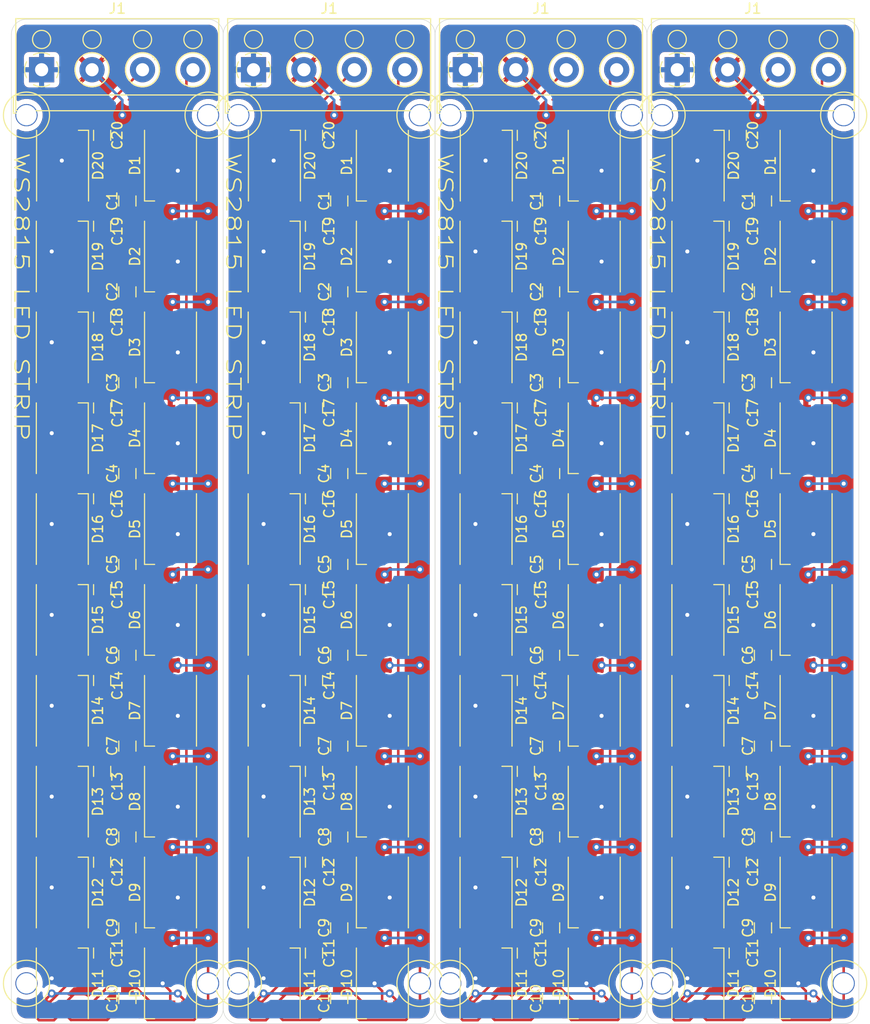
<source format=kicad_pcb>
(kicad_pcb (version 20171130) (host pcbnew 5.1.0)
  (layers (0 F.Cu signal) (31 B.Cu signal) (34 B.Paste user) (35 F.Paste user) (36 B.SilkS user) (37 F.SilkS user) (38 B.Mask user) (39 F.Mask user) (44 Edge.Cuts user))
  (net 0 "")
  (net 1 "Net-(C1-Pad2)")
  (net 2 VSS)
  (net 3 "Net-(C2-Pad2)")
  (net 4 "Net-(C3-Pad2)")
  (net 5 "Net-(C4-Pad2)")
  (net 6 "Net-(C5-Pad2)")
  (net 7 "Net-(C6-Pad2)")
  (net 8 "Net-(C7-Pad2)")
  (net 9 "Net-(C8-Pad2)")
  (net 10 "Net-(C9-Pad2)")
  (net 11 "Net-(C10-Pad2)")
  (net 12 "Net-(C11-Pad2)")
  (net 13 "Net-(C12-Pad2)")
  (net 14 "Net-(C13-Pad2)")
  (net 15 "Net-(C14-Pad2)")
  (net 16 "Net-(C15-Pad2)")
  (net 17 "Net-(C16-Pad2)")
  (net 18 "Net-(C17-Pad2)")
  (net 19 "Net-(C18-Pad2)")
  (net 20 "Net-(C19-Pad2)")
  (net 21 "Net-(C20-Pad2)")
  (net 22 DIN)
  (net 23 "Net-(D1-Pad3)")
  (net 24 +12V)
  (net 25 Mid)
  (net 26 MidB)
  (net 27 "Net-(D2-Pad3)")
  (net 28 "Net-(D3-Pad3)")
  (net 29 "Net-(D4-Pad3)")
  (net 30 "Net-(D5-Pad3)")
  (net 31 "Net-(D10-Pad6)")
  (net 32 "Net-(D11-Pad3)")
  (net 33 "Net-(D12-Pad3)")
  (net 34 "Net-(D13-Pad3)")
  (net 35 "Net-(D14-Pad3)")
  (net 36 "Net-(D15-Pad3)")
  (net 37 "Net-(D16-Pad3)")
  (net 38 "Net-(D18-Pad3)")
  (net 39 DOUT)
  (net 40 "Net-(D6-Pad3)")
  (net 41 "Net-(D7-Pad3)")
  (net 42 "Net-(D17-Pad3)")
  (net 43 "Net-(D19-Pad3)")
  (module NFCBuisness:W (layer F.Cu) (at 186 54.5)
    (fp_text reference Ref** hide)
    (fp_text value Val** hide)
    (fp_poly (pts (xy -1.630587 -2.420899) (xy -1.447524 -2.328559) (xy -1.311592 -2.194757) (xy -1.304211 -2.183555) (xy -1.265704 -2.11344) (xy -1.244213 -2.038839) (xy -1.23774 -1.938094) (xy -1.244287 -1.789546) (xy -1.255088 -1.651) (xy -1.268682 -1.442824) (xy -1.279873 -1.184894) (xy -1.287394 -0.912114) (xy -1.289962 -0.690936) (xy -1.289221 -0.458958) (xy -1.284387 -0.294975) (xy -1.273305 -0.182336) (xy -1.25382 -0.10439) (xy -1.223775 -0.044488) (xy -1.202268 -0.013603) (xy -1.116398 0.071274) (xy -1.002822 0.111004) (xy -0.929984 0.119227) (xy -0.68211 0.100096) (xy -0.454281 0.00289) (xy -0.240656 -0.175182) (xy -0.185776 -0.236175) (xy -0.081108 -0.349759) (xy 0.009066 -0.431822) (xy 0.066141 -0.465547) (xy 0.068112 -0.465666) (xy 0.123755 -0.432548) (xy 0.197182 -0.348904) (xy 0.229505 -0.301607) (xy 0.376869 -0.110873) (xy 0.526913 0.003226) (xy 0.674284 0.03902) (xy 0.813631 -0.005163) (xy 0.907971 -0.089777) (xy 0.988653 -0.198585) (xy 1.058934 -0.326542) (xy 1.126082 -0.490779) (xy 1.197364 -0.708426) (xy 1.255985 -0.910166) (xy 1.31545 -1.12099) (xy 1.377683 -1.340443) (xy 1.431333 -1.528529) (xy 1.442246 -1.566558) (xy 1.521416 -1.84195) (xy 1.949565 -2.005418) (xy 2.167567 -2.084028) (xy 2.315998 -2.126297) (xy 2.401001 -2.133773) (xy 2.422145 -2.124455) (xy 2.452677 -2.065526) (xy 2.41974 -2.005855) (xy 2.317286 -1.940366) (xy 2.13927 -1.863979) (xy 2.089887 -1.8454) (xy 1.930263 -1.78316) (xy 1.799296 -1.726134) (xy 1.71927 -1.684217) (xy 1.708527 -1.676067) (xy 1.680315 -1.619963) (xy 1.636526 -1.498254) (xy 1.582553 -1.327363) (xy 1.52379 -1.123712) (xy 1.507251 -1.063196) (xy 1.396737 -0.68139) (xy 1.290651 -0.376432) (xy 1.184846 -0.140938) (xy 1.075173 0.032475) (xy 0.957485 0.15119) (xy 0.827635 0.222591) (xy 0.776069 0.238398) (xy 0.602379 0.241191) (xy 0.418574 0.174646) (xy 0.246259 0.047924) (xy 0.192569 -0.009056) (xy 0.041511 -0.185533) (xy -0.128458 -0.008645) (xy -0.312966 0.157866) (xy -0.496288 0.260737) (xy -0.709082 0.314778) (xy -0.823587 0.327186) (xy -0.981029 0.333485) (xy -1.090094 0.317957) (xy -1.185756 0.27362) (xy -1.227666 0.246552) (xy -1.355913 0.118677) (xy -1.447302 -0.068507) (xy -1.502345 -0.318683) (xy -1.521551 -0.635539) (xy -1.505431 -1.022758) (xy -1.460818 -1.436924) (xy -1.432055 -1.688127) (xy -1.424811 -1.871541) (xy -1.442863 -2.002167) (xy -1.489991 -2.095003) (xy -1.569973 -2.165049) (xy -1.656298 -2.212878) (xy -1.801342 -2.257899) (xy -1.939703 -2.239415) (xy -2.087459 -2.15265) (xy -2.203421 -2.05035) (xy -2.298884 -1.96489) (xy -2.361491 -1.934189) (xy -2.413708 -1.94891) (xy -2.426473 -1.957639) (xy -2.473927 -2.002339) (xy -2.467648 -2.051331) (xy -2.429475 -2.110518) (xy -2.32004 -2.223928) (xy -2.167499 -2.330713) (xy -2.002595 -2.413218) (xy -1.856072 -2.453788) (xy -1.829026 -2.455333) (xy -1.630587 -2.420899)) (layer F.Cu) (width 0.01))
  )
  (module Connectors:1pin (layer F.Cu) (at 173.5 54)
    (fp_text reference REF**)
    (fp_text value 1pin)
    (pad 1 thru_hole circle (at 0 0) (size 2.2 2.2) (drill 2) (layers *.Cu *.Mask))
  )
  (module Connectors:1pin (layer F.Cu) (at 191.5 54)
    (fp_text reference REF**)
    (fp_text value 1pin)
    (pad 1 thru_hole circle (at 0 0) (size 2.2 2.2) (drill 2) (layers *.Cu *.Mask))
  )
  (module Connectors:1pin (layer F.Cu) (at 173.5 140)
    (fp_text reference REF**)
    (fp_text value 1pin)
    (pad 1 thru_hole circle (at 0 0) (size 2.2 2.2) (drill 2) (layers *.Cu *.Mask))
  )
  (module LEDs:LED_WS2812-PLCC6 (layer F.Cu) (at 177.075 131 270)
    (fp_text reference D12 (at 0 -3.5 270) (layer F.SilkS))
    (fp_text value WS2813)
    (pad 1 smd rect (at -2.5 -1.6 270) (size 1.6 1) (layers F.Cu F.Paste F.Mask) (net 13 "Net-(C12-Pad2)"))
    (pad 2 smd rect (at -2.5 0 270) (size 1.6 1) (layers F.Cu F.Paste F.Mask) (net 24 +12V))
    (pad 3 smd rect (at -2.5 1.6 270) (size 1.6 1) (layers F.Cu F.Paste F.Mask) (net 33 "Net-(D12-Pad3)"))
    (pad 6 smd rect (at 2.5 -1.6 270) (size 1.6 1) (layers F.Cu F.Paste F.Mask) (net 25 Mid))
    (pad 5 smd rect (at 2.5 0 270) (size 1.6 1) (layers F.Cu F.Paste F.Mask) (net 2 VSS))
    (pad 4 smd rect (at 2.5 1.6 270) (size 1.6 1) (layers F.Cu F.Paste F.Mask) (net 32 "Net-(D11-Pad3)"))
  )
  (module LEDs:LED_WS2812-PLCC6 (layer F.Cu) (at 187.75 77 90)
    (fp_text reference D3 (at 0 -3.5 90) (layer F.SilkS))
    (fp_text value WS2813)
    (pad 1 smd rect (at -2.5 -1.6 90) (size 1.6 1) (layers F.Cu F.Paste F.Mask) (net 4 "Net-(C3-Pad2)"))
    (pad 2 smd rect (at -2.5 0 90) (size 1.6 1) (layers F.Cu F.Paste F.Mask) (net 24 +12V))
    (pad 3 smd rect (at -2.5 1.6 90) (size 1.6 1) (layers F.Cu F.Paste F.Mask) (net 28 "Net-(D3-Pad3)"))
    (pad 6 smd rect (at 2.5 -1.6 90) (size 1.6 1) (layers F.Cu F.Paste F.Mask) (net 23 "Net-(D1-Pad3)"))
    (pad 5 smd rect (at 2.5 0 90) (size 1.6 1) (layers F.Cu F.Paste F.Mask) (net 2 VSS))
    (pad 4 smd rect (at 2.5 1.6 90) (size 1.6 1) (layers F.Cu F.Paste F.Mask) (net 27 "Net-(D2-Pad3)"))
  )
  (module Capacitors_SMD:C_0805 (layer F.Cu) (at 181 101 90)
    (fp_text reference C15 (at -0.5 1.5 90) (layer F.SilkS))
    (fp_text value 100nF)
    (pad 2 smd rect (at 1 0 90) (size 1 1.25) (layers F.Cu F.Paste F.Mask) (net 16 "Net-(C15-Pad2)"))
    (pad 1 smd rect (at -1 0 90) (size 1 1.25) (layers F.Cu F.Paste F.Mask) (net 2 VSS))
  )
  (module Capacitors_SMD:C_0805 (layer F.Cu) (at 181 119 90)
    (fp_text reference C13 (at -1.5 1.5 90) (layer F.SilkS))
    (fp_text value 100nF)
    (pad 1 smd rect (at -1 0 90) (size 1 1.25) (layers F.Cu F.Paste F.Mask) (net 2 VSS))
    (pad 2 smd rect (at 1 0 90) (size 1 1.25) (layers F.Cu F.Paste F.Mask) (net 14 "Net-(C13-Pad2)"))
  )
  (module LEDs:LED_WS2812-PLCC6 (layer F.Cu) (at 177.075 140 270)
    (fp_text reference D11 (at 0 -3.5 270) (layer F.SilkS))
    (fp_text value WS2813)
    (pad 1 smd rect (at -2.5 -1.6 270) (size 1.6 1) (layers F.Cu F.Paste F.Mask) (net 12 "Net-(C11-Pad2)"))
    (pad 2 smd rect (at -2.5 0 270) (size 1.6 1) (layers F.Cu F.Paste F.Mask) (net 24 +12V))
    (pad 3 smd rect (at -2.5 1.6 270) (size 1.6 1) (layers F.Cu F.Paste F.Mask) (net 32 "Net-(D11-Pad3)"))
    (pad 6 smd rect (at 2.5 -1.6 270) (size 1.6 1) (layers F.Cu F.Paste F.Mask) (net 26 MidB))
    (pad 5 smd rect (at 2.5 0 270) (size 1.6 1) (layers F.Cu F.Paste F.Mask) (net 2 VSS))
    (pad 4 smd rect (at 2.5 1.6 270) (size 1.6 1) (layers F.Cu F.Paste F.Mask) (net 25 Mid))
  )
  (module LEDs:LED_WS2812-PLCC6 (layer F.Cu) (at 187.75 95 90)
    (fp_text reference D5 (at 0 -3.5 90) (layer F.SilkS))
    (fp_text value WS2813)
    (pad 1 smd rect (at -2.5 -1.6 90) (size 1.6 1) (layers F.Cu F.Paste F.Mask) (net 6 "Net-(C5-Pad2)"))
    (pad 2 smd rect (at -2.5 0 90) (size 1.6 1) (layers F.Cu F.Paste F.Mask) (net 24 +12V))
    (pad 3 smd rect (at -2.5 1.6 90) (size 1.6 1) (layers F.Cu F.Paste F.Mask) (net 30 "Net-(D5-Pad3)"))
    (pad 6 smd rect (at 2.5 -1.6 90) (size 1.6 1) (layers F.Cu F.Paste F.Mask) (net 28 "Net-(D3-Pad3)"))
    (pad 5 smd rect (at 2.5 0 90) (size 1.6 1) (layers F.Cu F.Paste F.Mask) (net 2 VSS))
    (pad 4 smd rect (at 2.5 1.6 90) (size 1.6 1) (layers F.Cu F.Paste F.Mask) (net 29 "Net-(D4-Pad3)"))
  )
  (module LEDs:LED_WS2812-PLCC6 (layer F.Cu) (at 177.075 104 270)
    (fp_text reference D15 (at 0 -3.5 270) (layer F.SilkS))
    (fp_text value WS2813)
    (pad 4 smd rect (at 2.5 1.6 270) (size 1.6 1) (layers F.Cu F.Paste F.Mask) (net 35 "Net-(D14-Pad3)"))
    (pad 5 smd rect (at 2.5 0 270) (size 1.6 1) (layers F.Cu F.Paste F.Mask) (net 2 VSS))
    (pad 6 smd rect (at 2.5 -1.6 270) (size 1.6 1) (layers F.Cu F.Paste F.Mask) (net 34 "Net-(D13-Pad3)"))
    (pad 3 smd rect (at -2.5 1.6 270) (size 1.6 1) (layers F.Cu F.Paste F.Mask) (net 36 "Net-(D15-Pad3)"))
    (pad 2 smd rect (at -2.5 0 270) (size 1.6 1) (layers F.Cu F.Paste F.Mask) (net 24 +12V))
    (pad 1 smd rect (at -2.5 -1.6 270) (size 1.6 1) (layers F.Cu F.Paste F.Mask) (net 16 "Net-(C15-Pad2)"))
  )
  (module LEDs:LED_WS2812-PLCC6 (layer F.Cu) (at 187.75 59 90)
    (fp_text reference D1 (at 0 -3.5 90) (layer F.SilkS))
    (fp_text value WS2813)
    (pad 1 smd rect (at -2.5 -1.6 90) (size 1.6 1) (layers F.Cu F.Paste F.Mask) (net 1 "Net-(C1-Pad2)"))
    (pad 2 smd rect (at -2.5 0 90) (size 1.6 1) (layers F.Cu F.Paste F.Mask) (net 24 +12V))
    (pad 3 smd rect (at -2.5 1.6 90) (size 1.6 1) (layers F.Cu F.Paste F.Mask) (net 23 "Net-(D1-Pad3)"))
    (pad 6 smd rect (at 2.5 -1.6 90) (size 1.6 1) (layers F.Cu F.Paste F.Mask) (net 2 VSS))
    (pad 5 smd rect (at 2.5 0 90) (size 1.6 1) (layers F.Cu F.Paste F.Mask) (net 2 VSS))
    (pad 4 smd rect (at 2.5 1.6 90) (size 1.6 1) (layers F.Cu F.Paste F.Mask) (net 22 DIN))
  )
  (module Capacitors_SMD:C_0805 (layer F.Cu) (at 183.5 141.5 90)
    (fp_text reference C10 (at 0 -1.5 90) (layer F.SilkS))
    (fp_text value 100nF)
    (pad 2 smd rect (at 1 0 90) (size 1 1.25) (layers F.Cu F.Paste F.Mask) (net 11 "Net-(C10-Pad2)"))
    (pad 1 smd rect (at -1 0 90) (size 1 1.25) (layers F.Cu F.Paste F.Mask) (net 2 VSS))
  )
  (module LEDs:LED_WS2812-PLCC6 (layer F.Cu) (at 187.75 68 90)
    (fp_text reference D2 (at 0 -3.5 90) (layer F.SilkS))
    (fp_text value WS2813)
    (pad 4 smd rect (at 2.5 1.6 90) (size 1.6 1) (layers F.Cu F.Paste F.Mask) (net 23 "Net-(D1-Pad3)"))
    (pad 5 smd rect (at 2.5 0 90) (size 1.6 1) (layers F.Cu F.Paste F.Mask) (net 2 VSS))
    (pad 6 smd rect (at 2.5 -1.6 90) (size 1.6 1) (layers F.Cu F.Paste F.Mask) (net 22 DIN))
    (pad 3 smd rect (at -2.5 1.6 90) (size 1.6 1) (layers F.Cu F.Paste F.Mask) (net 27 "Net-(D2-Pad3)"))
    (pad 2 smd rect (at -2.5 0 90) (size 1.6 1) (layers F.Cu F.Paste F.Mask) (net 24 +12V))
    (pad 1 smd rect (at -2.5 -1.6 90) (size 1.6 1) (layers F.Cu F.Paste F.Mask) (net 3 "Net-(C2-Pad2)"))
  )
  (module Capacitors_SMD:C_0805 (layer F.Cu) (at 183.5 71.5 90)
    (fp_text reference C2 (at 0 -1.5 90) (layer F.SilkS))
    (fp_text value 100nF)
    (pad 2 smd rect (at 1 0 90) (size 1 1.25) (layers F.Cu F.Paste F.Mask) (net 3 "Net-(C2-Pad2)"))
    (pad 1 smd rect (at -1 0 90) (size 1 1.25) (layers F.Cu F.Paste F.Mask) (net 2 VSS))
  )
  (module LEDs:LED_WS2812-PLCC6 (layer F.Cu) (at 187.75 86 90)
    (fp_text reference D4 (at 0 -3.5 90) (layer F.SilkS))
    (fp_text value WS2813)
    (pad 4 smd rect (at 2.5 1.6 90) (size 1.6 1) (layers F.Cu F.Paste F.Mask) (net 28 "Net-(D3-Pad3)"))
    (pad 5 smd rect (at 2.5 0 90) (size 1.6 1) (layers F.Cu F.Paste F.Mask) (net 2 VSS))
    (pad 6 smd rect (at 2.5 -1.6 90) (size 1.6 1) (layers F.Cu F.Paste F.Mask) (net 27 "Net-(D2-Pad3)"))
    (pad 3 smd rect (at -2.5 1.6 90) (size 1.6 1) (layers F.Cu F.Paste F.Mask) (net 29 "Net-(D4-Pad3)"))
    (pad 2 smd rect (at -2.5 0 90) (size 1.6 1) (layers F.Cu F.Paste F.Mask) (net 24 +12V))
    (pad 1 smd rect (at -2.5 -1.6 90) (size 1.6 1) (layers F.Cu F.Paste F.Mask) (net 5 "Net-(C4-Pad2)"))
  )
  (module LEDs:LED_WS2812-PLCC6 (layer F.Cu) (at 177.075 113 270)
    (fp_text reference D14 (at 0 -3.5 270) (layer F.SilkS))
    (fp_text value WS2813)
    (pad 1 smd rect (at -2.5 -1.6 270) (size 1.6 1) (layers F.Cu F.Paste F.Mask) (net 15 "Net-(C14-Pad2)"))
    (pad 2 smd rect (at -2.5 0 270) (size 1.6 1) (layers F.Cu F.Paste F.Mask) (net 24 +12V))
    (pad 3 smd rect (at -2.5 1.6 270) (size 1.6 1) (layers F.Cu F.Paste F.Mask) (net 35 "Net-(D14-Pad3)"))
    (pad 6 smd rect (at 2.5 -1.6 270) (size 1.6 1) (layers F.Cu F.Paste F.Mask) (net 33 "Net-(D12-Pad3)"))
    (pad 5 smd rect (at 2.5 0 270) (size 1.6 1) (layers F.Cu F.Paste F.Mask) (net 2 VSS))
    (pad 4 smd rect (at 2.5 1.6 270) (size 1.6 1) (layers F.Cu F.Paste F.Mask) (net 34 "Net-(D13-Pad3)"))
  )
  (module Capacitors_SMD:C_0805 (layer F.Cu) (at 181 56 90)
    (fp_text reference C20 (at 0 1.5 90) (layer F.SilkS))
    (fp_text value 100nF)
    (pad 2 smd rect (at 1 0 90) (size 1 1.25) (layers F.Cu F.Paste F.Mask) (net 21 "Net-(C20-Pad2)"))
    (pad 1 smd rect (at -1 0 90) (size 1 1.25) (layers F.Cu F.Paste F.Mask) (net 2 VSS))
  )
  (module Capacitors_SMD:C_0805 (layer F.Cu) (at 183.5 107.5 90)
    (fp_text reference C6 (at 0 -1.5 90) (layer F.SilkS))
    (fp_text value 100nF)
    (pad 2 smd rect (at 1 0 90) (size 1 1.25) (layers F.Cu F.Paste F.Mask) (net 7 "Net-(C6-Pad2)"))
    (pad 1 smd rect (at -1 0 90) (size 1 1.25) (layers F.Cu F.Paste F.Mask) (net 2 VSS))
  )
  (module LEDs:LED_WS2812-PLCC6 (layer F.Cu) (at 177.075 122 270)
    (fp_text reference D13 (at 0 -3.5 270) (layer F.SilkS))
    (fp_text value WS2813)
    (pad 4 smd rect (at 2.5 1.6 270) (size 1.6 1) (layers F.Cu F.Paste F.Mask) (net 33 "Net-(D12-Pad3)"))
    (pad 5 smd rect (at 2.5 0 270) (size 1.6 1) (layers F.Cu F.Paste F.Mask) (net 2 VSS))
    (pad 6 smd rect (at 2.5 -1.6 270) (size 1.6 1) (layers F.Cu F.Paste F.Mask) (net 32 "Net-(D11-Pad3)"))
    (pad 3 smd rect (at -2.5 1.6 270) (size 1.6 1) (layers F.Cu F.Paste F.Mask) (net 34 "Net-(D13-Pad3)"))
    (pad 2 smd rect (at -2.5 0 270) (size 1.6 1) (layers F.Cu F.Paste F.Mask) (net 24 +12V))
    (pad 1 smd rect (at -2.5 -1.6 270) (size 1.6 1) (layers F.Cu F.Paste F.Mask) (net 14 "Net-(C13-Pad2)"))
  )
  (module Capacitors_SMD:C_0805 (layer F.Cu) (at 181 65 90)
    (fp_text reference C19 (at -0.5 1.5 90) (layer F.SilkS))
    (fp_text value 100nF)
    (pad 1 smd rect (at -1 0 90) (size 1 1.25) (layers F.Cu F.Paste F.Mask) (net 2 VSS))
    (pad 2 smd rect (at 1 0 90) (size 1 1.25) (layers F.Cu F.Paste F.Mask) (net 20 "Net-(C19-Pad2)"))
  )
  (module Capacitors_SMD:C_0805 (layer F.Cu) (at 181 74 90)
    (fp_text reference C18 (at -0.5 1.5 90) (layer F.SilkS))
    (fp_text value 100nF)
    (pad 2 smd rect (at 1 0 90) (size 1 1.25) (layers F.Cu F.Paste F.Mask) (net 19 "Net-(C18-Pad2)"))
    (pad 1 smd rect (at -1 0 90) (size 1 1.25) (layers F.Cu F.Paste F.Mask) (net 2 VSS))
  )
  (module LEDs:LED_WS2812-PLCC6 (layer F.Cu) (at 187.75 131 90)
    (fp_text reference D9 (at 0 -3.5 90) (layer F.SilkS))
    (fp_text value WS2813)
    (pad 1 smd rect (at -2.5 -1.6 90) (size 1.6 1) (layers F.Cu F.Paste F.Mask) (net 10 "Net-(C9-Pad2)"))
    (pad 2 smd rect (at -2.5 0 90) (size 1.6 1) (layers F.Cu F.Paste F.Mask) (net 24 +12V))
    (pad 3 smd rect (at -2.5 1.6 90) (size 1.6 1) (layers F.Cu F.Paste F.Mask) (net 26 MidB))
    (pad 6 smd rect (at 2.5 -1.6 90) (size 1.6 1) (layers F.Cu F.Paste F.Mask) (net 41 "Net-(D7-Pad3)"))
    (pad 5 smd rect (at 2.5 0 90) (size 1.6 1) (layers F.Cu F.Paste F.Mask) (net 2 VSS))
    (pad 4 smd rect (at 2.5 1.6 90) (size 1.6 1) (layers F.Cu F.Paste F.Mask) (net 31 "Net-(D10-Pad6)"))
  )
  (module LEDs:LED_WS2812-PLCC6 (layer F.Cu) (at 177.1 59 270)
    (fp_text reference D20 (at 0 -3.5 270) (layer F.SilkS))
    (fp_text value WS2813)
    (pad 4 smd rect (at 2.5 1.6 270) (size 1.6 1) (layers F.Cu F.Paste F.Mask) (net 43 "Net-(D19-Pad3)"))
    (pad 5 smd rect (at 2.5 0 270) (size 1.6 1) (layers F.Cu F.Paste F.Mask) (net 2 VSS))
    (pad 6 smd rect (at 2.5 -1.6 270) (size 1.6 1) (layers F.Cu F.Paste F.Mask) (net 38 "Net-(D18-Pad3)"))
    (pad 3 smd rect (at -2.5 1.6 270) (size 1.6 1) (layers F.Cu F.Paste F.Mask) (net 39 DOUT))
    (pad 2 smd rect (at -2.5 0 270) (size 1.6 1) (layers F.Cu F.Paste F.Mask) (net 24 +12V))
    (pad 1 smd rect (at -2.5 -1.6 270) (size 1.6 1) (layers F.Cu F.Paste F.Mask) (net 21 "Net-(C20-Pad2)"))
  )
  (module Capacitors_SMD:C_0805 (layer F.Cu) (at 181 110 90)
    (fp_text reference C14 (at -0.5 1.5 90) (layer F.SilkS))
    (fp_text value 100nF)
    (pad 1 smd rect (at -1 0 90) (size 1 1.25) (layers F.Cu F.Paste F.Mask) (net 2 VSS))
    (pad 2 smd rect (at 1 0 90) (size 1 1.25) (layers F.Cu F.Paste F.Mask) (net 15 "Net-(C14-Pad2)"))
  )
  (module LEDs:LED_WS2812-PLCC6 (layer F.Cu) (at 187.75 122 90)
    (fp_text reference D8 (at 0 -3.5 90) (layer F.SilkS))
    (fp_text value WS2813)
    (pad 4 smd rect (at 2.5 1.6 90) (size 1.6 1) (layers F.Cu F.Paste F.Mask) (net 41 "Net-(D7-Pad3)"))
    (pad 5 smd rect (at 2.5 0 90) (size 1.6 1) (layers F.Cu F.Paste F.Mask) (net 2 VSS))
    (pad 6 smd rect (at 2.5 -1.6 90) (size 1.6 1) (layers F.Cu F.Paste F.Mask) (net 40 "Net-(D6-Pad3)"))
    (pad 3 smd rect (at -2.5 1.6 90) (size 1.6 1) (layers F.Cu F.Paste F.Mask) (net 31 "Net-(D10-Pad6)"))
    (pad 2 smd rect (at -2.5 0 90) (size 1.6 1) (layers F.Cu F.Paste F.Mask) (net 24 +12V))
    (pad 1 smd rect (at -2.5 -1.6 90) (size 1.6 1) (layers F.Cu F.Paste F.Mask) (net 9 "Net-(C8-Pad2)"))
  )
  (module Capacitors_SMD:C_0805 (layer F.Cu) (at 183.5 80.5 90)
    (fp_text reference C3 (at 0 -1.5 90) (layer F.SilkS))
    (fp_text value 100nF)
    (pad 1 smd rect (at -1 0 90) (size 1 1.25) (layers F.Cu F.Paste F.Mask) (net 2 VSS))
    (pad 2 smd rect (at 1 0 90) (size 1 1.25) (layers F.Cu F.Paste F.Mask) (net 4 "Net-(C3-Pad2)"))
  )
  (module LEDs:LED_WS2812-PLCC6 (layer F.Cu) (at 208.75 131 90)
    (fp_text reference D9 (at 0 -3.5 90) (layer F.SilkS))
    (fp_text value WS2813)
    (pad 4 smd rect (at 2.5 1.6 90) (size 1.6 1) (layers F.Cu F.Paste F.Mask) (net 31 "Net-(D10-Pad6)"))
    (pad 5 smd rect (at 2.5 0 90) (size 1.6 1) (layers F.Cu F.Paste F.Mask) (net 2 VSS))
    (pad 6 smd rect (at 2.5 -1.6 90) (size 1.6 1) (layers F.Cu F.Paste F.Mask) (net 41 "Net-(D7-Pad3)"))
    (pad 3 smd rect (at -2.5 1.6 90) (size 1.6 1) (layers F.Cu F.Paste F.Mask) (net 26 MidB))
    (pad 2 smd rect (at -2.5 0 90) (size 1.6 1) (layers F.Cu F.Paste F.Mask) (net 24 +12V))
    (pad 1 smd rect (at -2.5 -1.6 90) (size 1.6 1) (layers F.Cu F.Paste F.Mask) (net 10 "Net-(C9-Pad2)"))
  )
  (module LEDs:LED_WS2812-PLCC6 (layer F.Cu) (at 198.1 59 270)
    (fp_text reference D20 (at 0 -3.5 270) (layer F.SilkS))
    (fp_text value WS2813)
    (pad 1 smd rect (at -2.5 -1.6 270) (size 1.6 1) (layers F.Cu F.Paste F.Mask) (net 21 "Net-(C20-Pad2)"))
    (pad 2 smd rect (at -2.5 0 270) (size 1.6 1) (layers F.Cu F.Paste F.Mask) (net 24 +12V))
    (pad 3 smd rect (at -2.5 1.6 270) (size 1.6 1) (layers F.Cu F.Paste F.Mask) (net 39 DOUT))
    (pad 6 smd rect (at 2.5 -1.6 270) (size 1.6 1) (layers F.Cu F.Paste F.Mask) (net 38 "Net-(D18-Pad3)"))
    (pad 5 smd rect (at 2.5 0 270) (size 1.6 1) (layers F.Cu F.Paste F.Mask) (net 2 VSS))
    (pad 4 smd rect (at 2.5 1.6 270) (size 1.6 1) (layers F.Cu F.Paste F.Mask) (net 43 "Net-(D19-Pad3)"))
  )
  (module LEDs:LED_WS2812-PLCC6 (layer F.Cu) (at 208.75 68 90)
    (fp_text reference D2 (at 0 -3.5 90) (layer F.SilkS))
    (fp_text value WS2813)
    (pad 1 smd rect (at -2.5 -1.6 90) (size 1.6 1) (layers F.Cu F.Paste F.Mask) (net 3 "Net-(C2-Pad2)"))
    (pad 2 smd rect (at -2.5 0 90) (size 1.6 1) (layers F.Cu F.Paste F.Mask) (net 24 +12V))
    (pad 3 smd rect (at -2.5 1.6 90) (size 1.6 1) (layers F.Cu F.Paste F.Mask) (net 27 "Net-(D2-Pad3)"))
    (pad 6 smd rect (at 2.5 -1.6 90) (size 1.6 1) (layers F.Cu F.Paste F.Mask) (net 22 DIN))
    (pad 5 smd rect (at 2.5 0 90) (size 1.6 1) (layers F.Cu F.Paste F.Mask) (net 2 VSS))
    (pad 4 smd rect (at 2.5 1.6 90) (size 1.6 1) (layers F.Cu F.Paste F.Mask) (net 23 "Net-(D1-Pad3)"))
  )
  (module LEDs:LED_WS2812-PLCC6 (layer F.Cu) (at 208.75 122 90)
    (fp_text reference D8 (at 0 -3.5 90) (layer F.SilkS))
    (fp_text value WS2813)
    (pad 1 smd rect (at -2.5 -1.6 90) (size 1.6 1) (layers F.Cu F.Paste F.Mask) (net 9 "Net-(C8-Pad2)"))
    (pad 2 smd rect (at -2.5 0 90) (size 1.6 1) (layers F.Cu F.Paste F.Mask) (net 24 +12V))
    (pad 3 smd rect (at -2.5 1.6 90) (size 1.6 1) (layers F.Cu F.Paste F.Mask) (net 31 "Net-(D10-Pad6)"))
    (pad 6 smd rect (at 2.5 -1.6 90) (size 1.6 1) (layers F.Cu F.Paste F.Mask) (net 40 "Net-(D6-Pad3)"))
    (pad 5 smd rect (at 2.5 0 90) (size 1.6 1) (layers F.Cu F.Paste F.Mask) (net 2 VSS))
    (pad 4 smd rect (at 2.5 1.6 90) (size 1.6 1) (layers F.Cu F.Paste F.Mask) (net 41 "Net-(D7-Pad3)"))
  )
  (module Capacitors_SMD:C_0805 (layer F.Cu) (at 204.5 80.5 90)
    (fp_text reference C3 (at 0 -1.5 90) (layer F.SilkS))
    (fp_text value 100nF)
    (pad 2 smd rect (at 1 0 90) (size 1 1.25) (layers F.Cu F.Paste F.Mask) (net 4 "Net-(C3-Pad2)"))
    (pad 1 smd rect (at -1 0 90) (size 1 1.25) (layers F.Cu F.Paste F.Mask) (net 2 VSS))
  )
  (module LEDs:LED_WS2812-PLCC6 (layer F.Cu) (at 198.075 95 270)
    (fp_text reference D16 (at 0 -3.5 270) (layer F.SilkS))
    (fp_text value WS2813)
    (pad 1 smd rect (at -2.5 -1.6 270) (size 1.6 1) (layers F.Cu F.Paste F.Mask) (net 17 "Net-(C16-Pad2)"))
    (pad 2 smd rect (at -2.5 0 270) (size 1.6 1) (layers F.Cu F.Paste F.Mask) (net 24 +12V))
    (pad 3 smd rect (at -2.5 1.6 270) (size 1.6 1) (layers F.Cu F.Paste F.Mask) (net 37 "Net-(D16-Pad3)"))
    (pad 6 smd rect (at 2.5 -1.6 270) (size 1.6 1) (layers F.Cu F.Paste F.Mask) (net 35 "Net-(D14-Pad3)"))
    (pad 5 smd rect (at 2.5 0 270) (size 1.6 1) (layers F.Cu F.Paste F.Mask) (net 2 VSS))
    (pad 4 smd rect (at 2.5 1.6 270) (size 1.6 1) (layers F.Cu F.Paste F.Mask) (net 36 "Net-(D15-Pad3)"))
  )
  (module LEDs:LED_WS2812-PLCC6 (layer F.Cu) (at 198.075 68 270)
    (fp_text reference D19 (at 0 -3.5 270) (layer F.SilkS))
    (fp_text value WS2813)
    (pad 4 smd rect (at 2.5 1.6 270) (size 1.6 1) (layers F.Cu F.Paste F.Mask) (net 38 "Net-(D18-Pad3)"))
    (pad 5 smd rect (at 2.5 0 270) (size 1.6 1) (layers F.Cu F.Paste F.Mask) (net 2 VSS))
    (pad 6 smd rect (at 2.5 -1.6 270) (size 1.6 1) (layers F.Cu F.Paste F.Mask) (net 42 "Net-(D17-Pad3)"))
    (pad 3 smd rect (at -2.5 1.6 270) (size 1.6 1) (layers F.Cu F.Paste F.Mask) (net 43 "Net-(D19-Pad3)"))
    (pad 2 smd rect (at -2.5 0 270) (size 1.6 1) (layers F.Cu F.Paste F.Mask) (net 24 +12V))
    (pad 1 smd rect (at -2.5 -1.6 270) (size 1.6 1) (layers F.Cu F.Paste F.Mask) (net 20 "Net-(C19-Pad2)"))
  )
  (module Capacitors_SMD:C_0805 (layer F.Cu) (at 204.5 89.5 90)
    (fp_text reference C4 (at 0 -1.5 90) (layer F.SilkS))
    (fp_text value 100nF)
    (pad 1 smd rect (at -1 0 90) (size 1 1.25) (layers F.Cu F.Paste F.Mask) (net 2 VSS))
    (pad 2 smd rect (at 1 0 90) (size 1 1.25) (layers F.Cu F.Paste F.Mask) (net 5 "Net-(C4-Pad2)"))
  )
  (module Capacitors_SMD:C_0805 (layer F.Cu) (at 204.5 125.5 90)
    (fp_text reference C8 (at 0 -1.5 90) (layer F.SilkS))
    (fp_text value 100nF)
    (pad 1 smd rect (at -1 0 90) (size 1 1.25) (layers F.Cu F.Paste F.Mask) (net 2 VSS))
    (pad 2 smd rect (at 1 0 90) (size 1 1.25) (layers F.Cu F.Paste F.Mask) (net 9 "Net-(C8-Pad2)"))
  )
  (module TerminalBlock_RND:TerminalBlock_RND_205-00003_Pitch5.00mm (layer F.Cu) (at 196 49.5)
    (fp_text reference J1 (at 7.5 -6.06) (layer F.SilkS))
    (fp_text value Conn_01x04)
    (pad 1 thru_hole rect (at 0 0) (size 2.5 2.5) (drill 1.3) (layers *.Cu *.Mask) (net 24 +12V))
    (pad 2 thru_hole circle (at 5 0) (size 2.5 2.5) (drill 1.3) (layers *.Cu *.Mask) (net 2 VSS))
    (pad 3 thru_hole circle (at 10 0) (size 2.5 2.5) (drill 1.3) (layers *.Cu *.Mask) (net 39 DOUT))
    (pad 4 thru_hole circle (at 15 0) (size 2.5 2.5) (drill 1.3) (layers *.Cu *.Mask) (net 22 DIN))
  )
  (module LEDs:LED_WS2812-PLCC6 (layer F.Cu) (at 198.075 86 270)
    (fp_text reference D17 (at 0 -3.5 270) (layer F.SilkS))
    (fp_text value WS2813)
    (pad 4 smd rect (at 2.5 1.6 270) (size 1.6 1) (layers F.Cu F.Paste F.Mask) (net 37 "Net-(D16-Pad3)"))
    (pad 5 smd rect (at 2.5 0 270) (size 1.6 1) (layers F.Cu F.Paste F.Mask) (net 2 VSS))
    (pad 6 smd rect (at 2.5 -1.6 270) (size 1.6 1) (layers F.Cu F.Paste F.Mask) (net 36 "Net-(D15-Pad3)"))
    (pad 3 smd rect (at -2.5 1.6 270) (size 1.6 1) (layers F.Cu F.Paste F.Mask) (net 42 "Net-(D17-Pad3)"))
    (pad 2 smd rect (at -2.5 0 270) (size 1.6 1) (layers F.Cu F.Paste F.Mask) (net 24 +12V))
    (pad 1 smd rect (at -2.5 -1.6 270) (size 1.6 1) (layers F.Cu F.Paste F.Mask) (net 18 "Net-(C17-Pad2)"))
  )
  (module LEDs:LED_WS2812-PLCC6 (layer F.Cu) (at 208.75 104 90)
    (fp_text reference D6 (at 0 -3.5 90) (layer F.SilkS))
    (fp_text value WS2813)
    (pad 1 smd rect (at -2.5 -1.6 90) (size 1.6 1) (layers F.Cu F.Paste F.Mask) (net 7 "Net-(C6-Pad2)"))
    (pad 2 smd rect (at -2.5 0 90) (size 1.6 1) (layers F.Cu F.Paste F.Mask) (net 24 +12V))
    (pad 3 smd rect (at -2.5 1.6 90) (size 1.6 1) (layers F.Cu F.Paste F.Mask) (net 40 "Net-(D6-Pad3)"))
    (pad 6 smd rect (at 2.5 -1.6 90) (size 1.6 1) (layers F.Cu F.Paste F.Mask) (net 29 "Net-(D4-Pad3)"))
    (pad 5 smd rect (at 2.5 0 90) (size 1.6 1) (layers F.Cu F.Paste F.Mask) (net 2 VSS))
    (pad 4 smd rect (at 2.5 1.6 90) (size 1.6 1) (layers F.Cu F.Paste F.Mask) (net 30 "Net-(D5-Pad3)"))
  )
  (module LEDs:LED_WS2812-PLCC6 (layer F.Cu) (at 208.75 113 90)
    (fp_text reference D7 (at 0 -3.5 90) (layer F.SilkS))
    (fp_text value WS2813)
    (pad 4 smd rect (at 2.5 1.6 90) (size 1.6 1) (layers F.Cu F.Paste F.Mask) (net 40 "Net-(D6-Pad3)"))
    (pad 5 smd rect (at 2.5 0 90) (size 1.6 1) (layers F.Cu F.Paste F.Mask) (net 2 VSS))
    (pad 6 smd rect (at 2.5 -1.6 90) (size 1.6 1) (layers F.Cu F.Paste F.Mask) (net 30 "Net-(D5-Pad3)"))
    (pad 3 smd rect (at -2.5 1.6 90) (size 1.6 1) (layers F.Cu F.Paste F.Mask) (net 41 "Net-(D7-Pad3)"))
    (pad 2 smd rect (at -2.5 0 90) (size 1.6 1) (layers F.Cu F.Paste F.Mask) (net 24 +12V))
    (pad 1 smd rect (at -2.5 -1.6 90) (size 1.6 1) (layers F.Cu F.Paste F.Mask) (net 8 "Net-(C7-Pad2)"))
  )
  (module Capacitors_SMD:C_0805 (layer F.Cu) (at 202 128 90)
    (fp_text reference C12 (at -1 1.5 90) (layer F.SilkS))
    (fp_text value 100nF)
    (pad 2 smd rect (at 1 0 90) (size 1 1.25) (layers F.Cu F.Paste F.Mask) (net 13 "Net-(C12-Pad2)"))
    (pad 1 smd rect (at -1 0 90) (size 1 1.25) (layers F.Cu F.Paste F.Mask) (net 2 VSS))
  )
  (module LEDs:LED_WS2812-PLCC6 (layer F.Cu) (at 198.075 77 270)
    (fp_text reference D18 (at 0 -3.5 270) (layer F.SilkS))
    (fp_text value WS2813)
    (pad 1 smd rect (at -2.5 -1.6 270) (size 1.6 1) (layers F.Cu F.Paste F.Mask) (net 19 "Net-(C18-Pad2)"))
    (pad 2 smd rect (at -2.5 0 270) (size 1.6 1) (layers F.Cu F.Paste F.Mask) (net 24 +12V))
    (pad 3 smd rect (at -2.5 1.6 270) (size 1.6 1) (layers F.Cu F.Paste F.Mask) (net 38 "Net-(D18-Pad3)"))
    (pad 6 smd rect (at 2.5 -1.6 270) (size 1.6 1) (layers F.Cu F.Paste F.Mask) (net 37 "Net-(D16-Pad3)"))
    (pad 5 smd rect (at 2.5 0 270) (size 1.6 1) (layers F.Cu F.Paste F.Mask) (net 2 VSS))
    (pad 4 smd rect (at 2.5 1.6 270) (size 1.6 1) (layers F.Cu F.Paste F.Mask) (net 42 "Net-(D17-Pad3)"))
  )
  (module Capacitors_SMD:C_0805 (layer F.Cu) (at 202 92 90)
    (fp_text reference C16 (at -0.5 1.5 90) (layer F.SilkS))
    (fp_text value 100nF)
    (pad 2 smd rect (at 1 0 90) (size 1 1.25) (layers F.Cu F.Paste F.Mask) (net 17 "Net-(C16-Pad2)"))
    (pad 1 smd rect (at -1 0 90) (size 1 1.25) (layers F.Cu F.Paste F.Mask) (net 2 VSS))
  )
  (module Capacitors_SMD:C_0805 (layer F.Cu) (at 202 110 90)
    (fp_text reference C14 (at -0.5 1.5 90) (layer F.SilkS))
    (fp_text value 100nF)
    (pad 2 smd rect (at 1 0 90) (size 1 1.25) (layers F.Cu F.Paste F.Mask) (net 15 "Net-(C14-Pad2)"))
    (pad 1 smd rect (at -1 0 90) (size 1 1.25) (layers F.Cu F.Paste F.Mask) (net 2 VSS))
  )
  (module Capacitors_SMD:C_0805 (layer F.Cu) (at 202 83 90)
    (fp_text reference C17 (at -0.5 1.5 90) (layer F.SilkS))
    (fp_text value 100nF)
    (pad 1 smd rect (at -1 0 90) (size 1 1.25) (layers F.Cu F.Paste F.Mask) (net 2 VSS))
    (pad 2 smd rect (at 1 0 90) (size 1 1.25) (layers F.Cu F.Paste F.Mask) (net 18 "Net-(C17-Pad2)"))
  )
  (module LEDs:LED_WS2812-PLCC6 (layer F.Cu) (at 177.075 95 270)
    (fp_text reference D16 (at 0 -3.5 270) (layer F.SilkS))
    (fp_text value WS2813)
    (pad 4 smd rect (at 2.5 1.6 270) (size 1.6 1) (layers F.Cu F.Paste F.Mask) (net 36 "Net-(D15-Pad3)"))
    (pad 5 smd rect (at 2.5 0 270) (size 1.6 1) (layers F.Cu F.Paste F.Mask) (net 2 VSS))
    (pad 6 smd rect (at 2.5 -1.6 270) (size 1.6 1) (layers F.Cu F.Paste F.Mask) (net 35 "Net-(D14-Pad3)"))
    (pad 3 smd rect (at -2.5 1.6 270) (size 1.6 1) (layers F.Cu F.Paste F.Mask) (net 37 "Net-(D16-Pad3)"))
    (pad 2 smd rect (at -2.5 0 270) (size 1.6 1) (layers F.Cu F.Paste F.Mask) (net 24 +12V))
    (pad 1 smd rect (at -2.5 -1.6 270) (size 1.6 1) (layers F.Cu F.Paste F.Mask) (net 17 "Net-(C16-Pad2)"))
  )
  (module LEDs:LED_WS2812-PLCC6 (layer F.Cu) (at 177.075 68 270)
    (fp_text reference D19 (at 0 -3.5 270) (layer F.SilkS))
    (fp_text value WS2813)
    (pad 1 smd rect (at -2.5 -1.6 270) (size 1.6 1) (layers F.Cu F.Paste F.Mask) (net 20 "Net-(C19-Pad2)"))
    (pad 2 smd rect (at -2.5 0 270) (size 1.6 1) (layers F.Cu F.Paste F.Mask) (net 24 +12V))
    (pad 3 smd rect (at -2.5 1.6 270) (size 1.6 1) (layers F.Cu F.Paste F.Mask) (net 43 "Net-(D19-Pad3)"))
    (pad 6 smd rect (at 2.5 -1.6 270) (size 1.6 1) (layers F.Cu F.Paste F.Mask) (net 42 "Net-(D17-Pad3)"))
    (pad 5 smd rect (at 2.5 0 270) (size 1.6 1) (layers F.Cu F.Paste F.Mask) (net 2 VSS))
    (pad 4 smd rect (at 2.5 1.6 270) (size 1.6 1) (layers F.Cu F.Paste F.Mask) (net 38 "Net-(D18-Pad3)"))
  )
  (module NFCBuisness:W (layer F.Cu) (at 207 54.5)
    (fp_text reference Ref** hide)
    (fp_text value Val** hide)
    (fp_poly (pts (xy -1.630587 -2.420899) (xy -1.447524 -2.328559) (xy -1.311592 -2.194757) (xy -1.304211 -2.183555) (xy -1.265704 -2.11344) (xy -1.244213 -2.038839) (xy -1.23774 -1.938094) (xy -1.244287 -1.789546) (xy -1.255088 -1.651) (xy -1.268682 -1.442824) (xy -1.279873 -1.184894) (xy -1.287394 -0.912114) (xy -1.289962 -0.690936) (xy -1.289221 -0.458958) (xy -1.284387 -0.294975) (xy -1.273305 -0.182336) (xy -1.25382 -0.10439) (xy -1.223775 -0.044488) (xy -1.202268 -0.013603) (xy -1.116398 0.071274) (xy -1.002822 0.111004) (xy -0.929984 0.119227) (xy -0.68211 0.100096) (xy -0.454281 0.00289) (xy -0.240656 -0.175182) (xy -0.185776 -0.236175) (xy -0.081108 -0.349759) (xy 0.009066 -0.431822) (xy 0.066141 -0.465547) (xy 0.068112 -0.465666) (xy 0.123755 -0.432548) (xy 0.197182 -0.348904) (xy 0.229505 -0.301607) (xy 0.376869 -0.110873) (xy 0.526913 0.003226) (xy 0.674284 0.03902) (xy 0.813631 -0.005163) (xy 0.907971 -0.089777) (xy 0.988653 -0.198585) (xy 1.058934 -0.326542) (xy 1.126082 -0.490779) (xy 1.197364 -0.708426) (xy 1.255985 -0.910166) (xy 1.31545 -1.12099) (xy 1.377683 -1.340443) (xy 1.431333 -1.528529) (xy 1.442246 -1.566558) (xy 1.521416 -1.84195) (xy 1.949565 -2.005418) (xy 2.167567 -2.084028) (xy 2.315998 -2.126297) (xy 2.401001 -2.133773) (xy 2.422145 -2.124455) (xy 2.452677 -2.065526) (xy 2.41974 -2.005855) (xy 2.317286 -1.940366) (xy 2.13927 -1.863979) (xy 2.089887 -1.8454) (xy 1.930263 -1.78316) (xy 1.799296 -1.726134) (xy 1.71927 -1.684217) (xy 1.708527 -1.676067) (xy 1.680315 -1.619963) (xy 1.636526 -1.498254) (xy 1.582553 -1.327363) (xy 1.52379 -1.123712) (xy 1.507251 -1.063196) (xy 1.396737 -0.68139) (xy 1.290651 -0.376432) (xy 1.184846 -0.140938) (xy 1.075173 0.032475) (xy 0.957485 0.15119) (xy 0.827635 0.222591) (xy 0.776069 0.238398) (xy 0.602379 0.241191) (xy 0.418574 0.174646) (xy 0.246259 0.047924) (xy 0.192569 -0.009056) (xy 0.041511 -0.185533) (xy -0.128458 -0.008645) (xy -0.312966 0.157866) (xy -0.496288 0.260737) (xy -0.709082 0.314778) (xy -0.823587 0.327186) (xy -0.981029 0.333485) (xy -1.090094 0.317957) (xy -1.185756 0.27362) (xy -1.227666 0.246552) (xy -1.355913 0.118677) (xy -1.447302 -0.068507) (xy -1.502345 -0.318683) (xy -1.521551 -0.635539) (xy -1.505431 -1.022758) (xy -1.460818 -1.436924) (xy -1.432055 -1.688127) (xy -1.424811 -1.871541) (xy -1.442863 -2.002167) (xy -1.489991 -2.095003) (xy -1.569973 -2.165049) (xy -1.656298 -2.212878) (xy -1.801342 -2.257899) (xy -1.939703 -2.239415) (xy -2.087459 -2.15265) (xy -2.203421 -2.05035) (xy -2.298884 -1.96489) (xy -2.361491 -1.934189) (xy -2.413708 -1.94891) (xy -2.426473 -1.957639) (xy -2.473927 -2.002339) (xy -2.467648 -2.051331) (xy -2.429475 -2.110518) (xy -2.32004 -2.223928) (xy -2.167499 -2.330713) (xy -2.002595 -2.413218) (xy -1.856072 -2.453788) (xy -1.829026 -2.455333) (xy -1.630587 -2.420899)) (layer F.Cu) (width 0.01))
  )
  (module Connectors:1pin (layer F.Cu) (at 194.5 54)
    (fp_text reference REF**)
    (fp_text value 1pin)
    (pad 1 thru_hole circle (at 0 0) (size 2.2 2.2) (drill 2) (layers *.Cu *.Mask))
  )
  (module Capacitors_SMD:C_0805 (layer F.Cu) (at 183.5 89.5 90)
    (fp_text reference C4 (at 0 -1.5 90) (layer F.SilkS))
    (fp_text value 100nF)
    (pad 2 smd rect (at 1 0 90) (size 1 1.25) (layers F.Cu F.Paste F.Mask) (net 5 "Net-(C4-Pad2)"))
    (pad 1 smd rect (at -1 0 90) (size 1 1.25) (layers F.Cu F.Paste F.Mask) (net 2 VSS))
  )
  (module Capacitors_SMD:C_0805 (layer F.Cu) (at 183.5 125.5 90)
    (fp_text reference C8 (at 0 -1.5 90) (layer F.SilkS))
    (fp_text value 100nF)
    (pad 2 smd rect (at 1 0 90) (size 1 1.25) (layers F.Cu F.Paste F.Mask) (net 9 "Net-(C8-Pad2)"))
    (pad 1 smd rect (at -1 0 90) (size 1 1.25) (layers F.Cu F.Paste F.Mask) (net 2 VSS))
  )
  (module TerminalBlock_RND:TerminalBlock_RND_205-00003_Pitch5.00mm (layer F.Cu) (at 175 49.5)
    (fp_text reference J1 (at 7.5 -6.06) (layer F.SilkS))
    (fp_text value Conn_01x04)
    (pad 4 thru_hole circle (at 15 0) (size 2.5 2.5) (drill 1.3) (layers *.Cu *.Mask) (net 22 DIN))
    (pad 3 thru_hole circle (at 10 0) (size 2.5 2.5) (drill 1.3) (layers *.Cu *.Mask) (net 39 DOUT))
    (pad 2 thru_hole circle (at 5 0) (size 2.5 2.5) (drill 1.3) (layers *.Cu *.Mask) (net 2 VSS))
    (pad 1 thru_hole rect (at 0 0) (size 2.5 2.5) (drill 1.3) (layers *.Cu *.Mask) (net 24 +12V))
  )
  (module LEDs:LED_WS2812-PLCC6 (layer F.Cu) (at 177.075 86 270)
    (fp_text reference D17 (at 0 -3.5 270) (layer F.SilkS))
    (fp_text value WS2813)
    (pad 1 smd rect (at -2.5 -1.6 270) (size 1.6 1) (layers F.Cu F.Paste F.Mask) (net 18 "Net-(C17-Pad2)"))
    (pad 2 smd rect (at -2.5 0 270) (size 1.6 1) (layers F.Cu F.Paste F.Mask) (net 24 +12V))
    (pad 3 smd rect (at -2.5 1.6 270) (size 1.6 1) (layers F.Cu F.Paste F.Mask) (net 42 "Net-(D17-Pad3)"))
    (pad 6 smd rect (at 2.5 -1.6 270) (size 1.6 1) (layers F.Cu F.Paste F.Mask) (net 36 "Net-(D15-Pad3)"))
    (pad 5 smd rect (at 2.5 0 270) (size 1.6 1) (layers F.Cu F.Paste F.Mask) (net 2 VSS))
    (pad 4 smd rect (at 2.5 1.6 270) (size 1.6 1) (layers F.Cu F.Paste F.Mask) (net 37 "Net-(D16-Pad3)"))
  )
  (module LEDs:LED_WS2812-PLCC6 (layer F.Cu) (at 187.75 104 90)
    (fp_text reference D6 (at 0 -3.5 90) (layer F.SilkS))
    (fp_text value WS2813)
    (pad 4 smd rect (at 2.5 1.6 90) (size 1.6 1) (layers F.Cu F.Paste F.Mask) (net 30 "Net-(D5-Pad3)"))
    (pad 5 smd rect (at 2.5 0 90) (size 1.6 1) (layers F.Cu F.Paste F.Mask) (net 2 VSS))
    (pad 6 smd rect (at 2.5 -1.6 90) (size 1.6 1) (layers F.Cu F.Paste F.Mask) (net 29 "Net-(D4-Pad3)"))
    (pad 3 smd rect (at -2.5 1.6 90) (size 1.6 1) (layers F.Cu F.Paste F.Mask) (net 40 "Net-(D6-Pad3)"))
    (pad 2 smd rect (at -2.5 0 90) (size 1.6 1) (layers F.Cu F.Paste F.Mask) (net 24 +12V))
    (pad 1 smd rect (at -2.5 -1.6 90) (size 1.6 1) (layers F.Cu F.Paste F.Mask) (net 7 "Net-(C6-Pad2)"))
  )
  (module LEDs:LED_WS2812-PLCC6 (layer F.Cu) (at 187.75 113 90)
    (fp_text reference D7 (at 0 -3.5 90) (layer F.SilkS))
    (fp_text value WS2813)
    (pad 1 smd rect (at -2.5 -1.6 90) (size 1.6 1) (layers F.Cu F.Paste F.Mask) (net 8 "Net-(C7-Pad2)"))
    (pad 2 smd rect (at -2.5 0 90) (size 1.6 1) (layers F.Cu F.Paste F.Mask) (net 24 +12V))
    (pad 3 smd rect (at -2.5 1.6 90) (size 1.6 1) (layers F.Cu F.Paste F.Mask) (net 41 "Net-(D7-Pad3)"))
    (pad 6 smd rect (at 2.5 -1.6 90) (size 1.6 1) (layers F.Cu F.Paste F.Mask) (net 30 "Net-(D5-Pad3)"))
    (pad 5 smd rect (at 2.5 0 90) (size 1.6 1) (layers F.Cu F.Paste F.Mask) (net 2 VSS))
    (pad 4 smd rect (at 2.5 1.6 90) (size 1.6 1) (layers F.Cu F.Paste F.Mask) (net 40 "Net-(D6-Pad3)"))
  )
  (module Capacitors_SMD:C_0805 (layer F.Cu) (at 181 128 90)
    (fp_text reference C12 (at -1 1.5 90) (layer F.SilkS))
    (fp_text value 100nF)
    (pad 1 smd rect (at -1 0 90) (size 1 1.25) (layers F.Cu F.Paste F.Mask) (net 2 VSS))
    (pad 2 smd rect (at 1 0 90) (size 1 1.25) (layers F.Cu F.Paste F.Mask) (net 13 "Net-(C12-Pad2)"))
  )
  (module LEDs:LED_WS2812-PLCC6 (layer F.Cu) (at 177.075 77 270)
    (fp_text reference D18 (at 0 -3.5 270) (layer F.SilkS))
    (fp_text value WS2813)
    (pad 4 smd rect (at 2.5 1.6 270) (size 1.6 1) (layers F.Cu F.Paste F.Mask) (net 42 "Net-(D17-Pad3)"))
    (pad 5 smd rect (at 2.5 0 270) (size 1.6 1) (layers F.Cu F.Paste F.Mask) (net 2 VSS))
    (pad 6 smd rect (at 2.5 -1.6 270) (size 1.6 1) (layers F.Cu F.Paste F.Mask) (net 37 "Net-(D16-Pad3)"))
    (pad 3 smd rect (at -2.5 1.6 270) (size 1.6 1) (layers F.Cu F.Paste F.Mask) (net 38 "Net-(D18-Pad3)"))
    (pad 2 smd rect (at -2.5 0 270) (size 1.6 1) (layers F.Cu F.Paste F.Mask) (net 24 +12V))
    (pad 1 smd rect (at -2.5 -1.6 270) (size 1.6 1) (layers F.Cu F.Paste F.Mask) (net 19 "Net-(C18-Pad2)"))
  )
  (module LEDs:LED_WS2812-PLCC6 (layer F.Cu) (at 198.075 131 270)
    (fp_text reference D12 (at 0 -3.5 270) (layer F.SilkS))
    (fp_text value WS2813)
    (pad 4 smd rect (at 2.5 1.6 270) (size 1.6 1) (layers F.Cu F.Paste F.Mask) (net 32 "Net-(D11-Pad3)"))
    (pad 5 smd rect (at 2.5 0 270) (size 1.6 1) (layers F.Cu F.Paste F.Mask) (net 2 VSS))
    (pad 6 smd rect (at 2.5 -1.6 270) (size 1.6 1) (layers F.Cu F.Paste F.Mask) (net 25 Mid))
    (pad 3 smd rect (at -2.5 1.6 270) (size 1.6 1) (layers F.Cu F.Paste F.Mask) (net 33 "Net-(D12-Pad3)"))
    (pad 2 smd rect (at -2.5 0 270) (size 1.6 1) (layers F.Cu F.Paste F.Mask) (net 24 +12V))
    (pad 1 smd rect (at -2.5 -1.6 270) (size 1.6 1) (layers F.Cu F.Paste F.Mask) (net 13 "Net-(C12-Pad2)"))
  )
  (module LEDs:LED_WS2812-PLCC6 (layer F.Cu) (at 208.75 77 90)
    (fp_text reference D3 (at 0 -3.5 90) (layer F.SilkS))
    (fp_text value WS2813)
    (pad 4 smd rect (at 2.5 1.6 90) (size 1.6 1) (layers F.Cu F.Paste F.Mask) (net 27 "Net-(D2-Pad3)"))
    (pad 5 smd rect (at 2.5 0 90) (size 1.6 1) (layers F.Cu F.Paste F.Mask) (net 2 VSS))
    (pad 6 smd rect (at 2.5 -1.6 90) (size 1.6 1) (layers F.Cu F.Paste F.Mask) (net 23 "Net-(D1-Pad3)"))
    (pad 3 smd rect (at -2.5 1.6 90) (size 1.6 1) (layers F.Cu F.Paste F.Mask) (net 28 "Net-(D3-Pad3)"))
    (pad 2 smd rect (at -2.5 0 90) (size 1.6 1) (layers F.Cu F.Paste F.Mask) (net 24 +12V))
    (pad 1 smd rect (at -2.5 -1.6 90) (size 1.6 1) (layers F.Cu F.Paste F.Mask) (net 4 "Net-(C3-Pad2)"))
  )
  (module Capacitors_SMD:C_0805 (layer F.Cu) (at 202 101 90)
    (fp_text reference C15 (at -0.5 1.5 90) (layer F.SilkS))
    (fp_text value 100nF)
    (pad 1 smd rect (at -1 0 90) (size 1 1.25) (layers F.Cu F.Paste F.Mask) (net 2 VSS))
    (pad 2 smd rect (at 1 0 90) (size 1 1.25) (layers F.Cu F.Paste F.Mask) (net 16 "Net-(C15-Pad2)"))
  )
  (module Capacitors_SMD:C_0805 (layer F.Cu) (at 202 119 90)
    (fp_text reference C13 (at -1.5 1.5 90) (layer F.SilkS))
    (fp_text value 100nF)
    (pad 2 smd rect (at 1 0 90) (size 1 1.25) (layers F.Cu F.Paste F.Mask) (net 14 "Net-(C13-Pad2)"))
    (pad 1 smd rect (at -1 0 90) (size 1 1.25) (layers F.Cu F.Paste F.Mask) (net 2 VSS))
  )
  (module LEDs:LED_WS2812-PLCC6 (layer F.Cu) (at 198.075 140 270)
    (fp_text reference D11 (at 0 -3.5 270) (layer F.SilkS))
    (fp_text value WS2813)
    (pad 4 smd rect (at 2.5 1.6 270) (size 1.6 1) (layers F.Cu F.Paste F.Mask) (net 25 Mid))
    (pad 5 smd rect (at 2.5 0 270) (size 1.6 1) (layers F.Cu F.Paste F.Mask) (net 2 VSS))
    (pad 6 smd rect (at 2.5 -1.6 270) (size 1.6 1) (layers F.Cu F.Paste F.Mask) (net 26 MidB))
    (pad 3 smd rect (at -2.5 1.6 270) (size 1.6 1) (layers F.Cu F.Paste F.Mask) (net 32 "Net-(D11-Pad3)"))
    (pad 2 smd rect (at -2.5 0 270) (size 1.6 1) (layers F.Cu F.Paste F.Mask) (net 24 +12V))
    (pad 1 smd rect (at -2.5 -1.6 270) (size 1.6 1) (layers F.Cu F.Paste F.Mask) (net 12 "Net-(C11-Pad2)"))
  )
  (module LEDs:LED_WS2812-PLCC6 (layer F.Cu) (at 208.75 95 90)
    (fp_text reference D5 (at 0 -3.5 90) (layer F.SilkS))
    (fp_text value WS2813)
    (pad 4 smd rect (at 2.5 1.6 90) (size 1.6 1) (layers F.Cu F.Paste F.Mask) (net 29 "Net-(D4-Pad3)"))
    (pad 5 smd rect (at 2.5 0 90) (size 1.6 1) (layers F.Cu F.Paste F.Mask) (net 2 VSS))
    (pad 6 smd rect (at 2.5 -1.6 90) (size 1.6 1) (layers F.Cu F.Paste F.Mask) (net 28 "Net-(D3-Pad3)"))
    (pad 3 smd rect (at -2.5 1.6 90) (size 1.6 1) (layers F.Cu F.Paste F.Mask) (net 30 "Net-(D5-Pad3)"))
    (pad 2 smd rect (at -2.5 0 90) (size 1.6 1) (layers F.Cu F.Paste F.Mask) (net 24 +12V))
    (pad 1 smd rect (at -2.5 -1.6 90) (size 1.6 1) (layers F.Cu F.Paste F.Mask) (net 6 "Net-(C5-Pad2)"))
  )
  (module LEDs:LED_WS2812-PLCC6 (layer F.Cu) (at 198.075 104 270)
    (fp_text reference D15 (at 0 -3.5 270) (layer F.SilkS))
    (fp_text value WS2813)
    (pad 1 smd rect (at -2.5 -1.6 270) (size 1.6 1) (layers F.Cu F.Paste F.Mask) (net 16 "Net-(C15-Pad2)"))
    (pad 2 smd rect (at -2.5 0 270) (size 1.6 1) (layers F.Cu F.Paste F.Mask) (net 24 +12V))
    (pad 3 smd rect (at -2.5 1.6 270) (size 1.6 1) (layers F.Cu F.Paste F.Mask) (net 36 "Net-(D15-Pad3)"))
    (pad 6 smd rect (at 2.5 -1.6 270) (size 1.6 1) (layers F.Cu F.Paste F.Mask) (net 34 "Net-(D13-Pad3)"))
    (pad 5 smd rect (at 2.5 0 270) (size 1.6 1) (layers F.Cu F.Paste F.Mask) (net 2 VSS))
    (pad 4 smd rect (at 2.5 1.6 270) (size 1.6 1) (layers F.Cu F.Paste F.Mask) (net 35 "Net-(D14-Pad3)"))
  )
  (module LEDs:LED_WS2812-PLCC6 (layer F.Cu) (at 208.75 59 90)
    (fp_text reference D1 (at 0 -3.5 90) (layer F.SilkS))
    (fp_text value WS2813)
    (pad 4 smd rect (at 2.5 1.6 90) (size 1.6 1) (layers F.Cu F.Paste F.Mask) (net 22 DIN))
    (pad 5 smd rect (at 2.5 0 90) (size 1.6 1) (layers F.Cu F.Paste F.Mask) (net 2 VSS))
    (pad 6 smd rect (at 2.5 -1.6 90) (size 1.6 1) (layers F.Cu F.Paste F.Mask) (net 2 VSS))
    (pad 3 smd rect (at -2.5 1.6 90) (size 1.6 1) (layers F.Cu F.Paste F.Mask) (net 23 "Net-(D1-Pad3)"))
    (pad 2 smd rect (at -2.5 0 90) (size 1.6 1) (layers F.Cu F.Paste F.Mask) (net 24 +12V))
    (pad 1 smd rect (at -2.5 -1.6 90) (size 1.6 1) (layers F.Cu F.Paste F.Mask) (net 1 "Net-(C1-Pad2)"))
  )
  (module Capacitors_SMD:C_0805 (layer F.Cu) (at 204.5 141.5 90)
    (fp_text reference C10 (at 0 -1.5 90) (layer F.SilkS))
    (fp_text value 100nF)
    (pad 1 smd rect (at -1 0 90) (size 1 1.25) (layers F.Cu F.Paste F.Mask) (net 2 VSS))
    (pad 2 smd rect (at 1 0 90) (size 1 1.25) (layers F.Cu F.Paste F.Mask) (net 11 "Net-(C10-Pad2)"))
  )
  (module Connectors:1pin (layer F.Cu) (at 212.5 54)
    (fp_text reference REF**)
    (fp_text value 1pin)
    (pad 1 thru_hole circle (at 0 0) (size 2.2 2.2) (drill 2) (layers *.Cu *.Mask))
  )
  (module Connectors:1pin (layer F.Cu) (at 194.5 140)
    (fp_text reference REF**)
    (fp_text value 1pin)
    (pad 1 thru_hole circle (at 0 0) (size 2.2 2.2) (drill 2) (layers *.Cu *.Mask))
  )
  (module Capacitors_SMD:C_0805 (layer F.Cu) (at 204.5 71.5 90)
    (fp_text reference C2 (at 0 -1.5 90) (layer F.SilkS))
    (fp_text value 100nF)
    (pad 1 smd rect (at -1 0 90) (size 1 1.25) (layers F.Cu F.Paste F.Mask) (net 2 VSS))
    (pad 2 smd rect (at 1 0 90) (size 1 1.25) (layers F.Cu F.Paste F.Mask) (net 3 "Net-(C2-Pad2)"))
  )
  (module LEDs:LED_WS2812-PLCC6 (layer F.Cu) (at 208.75 86 90)
    (fp_text reference D4 (at 0 -3.5 90) (layer F.SilkS))
    (fp_text value WS2813)
    (pad 1 smd rect (at -2.5 -1.6 90) (size 1.6 1) (layers F.Cu F.Paste F.Mask) (net 5 "Net-(C4-Pad2)"))
    (pad 2 smd rect (at -2.5 0 90) (size 1.6 1) (layers F.Cu F.Paste F.Mask) (net 24 +12V))
    (pad 3 smd rect (at -2.5 1.6 90) (size 1.6 1) (layers F.Cu F.Paste F.Mask) (net 29 "Net-(D4-Pad3)"))
    (pad 6 smd rect (at 2.5 -1.6 90) (size 1.6 1) (layers F.Cu F.Paste F.Mask) (net 27 "Net-(D2-Pad3)"))
    (pad 5 smd rect (at 2.5 0 90) (size 1.6 1) (layers F.Cu F.Paste F.Mask) (net 2 VSS))
    (pad 4 smd rect (at 2.5 1.6 90) (size 1.6 1) (layers F.Cu F.Paste F.Mask) (net 28 "Net-(D3-Pad3)"))
  )
  (module LEDs:LED_WS2812-PLCC6 (layer F.Cu) (at 198.075 113 270)
    (fp_text reference D14 (at 0 -3.5 270) (layer F.SilkS))
    (fp_text value WS2813)
    (pad 4 smd rect (at 2.5 1.6 270) (size 1.6 1) (layers F.Cu F.Paste F.Mask) (net 34 "Net-(D13-Pad3)"))
    (pad 5 smd rect (at 2.5 0 270) (size 1.6 1) (layers F.Cu F.Paste F.Mask) (net 2 VSS))
    (pad 6 smd rect (at 2.5 -1.6 270) (size 1.6 1) (layers F.Cu F.Paste F.Mask) (net 33 "Net-(D12-Pad3)"))
    (pad 3 smd rect (at -2.5 1.6 270) (size 1.6 1) (layers F.Cu F.Paste F.Mask) (net 35 "Net-(D14-Pad3)"))
    (pad 2 smd rect (at -2.5 0 270) (size 1.6 1) (layers F.Cu F.Paste F.Mask) (net 24 +12V))
    (pad 1 smd rect (at -2.5 -1.6 270) (size 1.6 1) (layers F.Cu F.Paste F.Mask) (net 15 "Net-(C14-Pad2)"))
  )
  (module Capacitors_SMD:C_0805 (layer F.Cu) (at 202 56 90)
    (fp_text reference C20 (at 0 1.5 90) (layer F.SilkS))
    (fp_text value 100nF)
    (pad 1 smd rect (at -1 0 90) (size 1 1.25) (layers F.Cu F.Paste F.Mask) (net 2 VSS))
    (pad 2 smd rect (at 1 0 90) (size 1 1.25) (layers F.Cu F.Paste F.Mask) (net 21 "Net-(C20-Pad2)"))
  )
  (module Capacitors_SMD:C_0805 (layer F.Cu) (at 204.5 107.5 90)
    (fp_text reference C6 (at 0 -1.5 90) (layer F.SilkS))
    (fp_text value 100nF)
    (pad 1 smd rect (at -1 0 90) (size 1 1.25) (layers F.Cu F.Paste F.Mask) (net 2 VSS))
    (pad 2 smd rect (at 1 0 90) (size 1 1.25) (layers F.Cu F.Paste F.Mask) (net 7 "Net-(C6-Pad2)"))
  )
  (module LEDs:LED_WS2812-PLCC6 (layer F.Cu) (at 198.075 122 270)
    (fp_text reference D13 (at 0 -3.5 270) (layer F.SilkS))
    (fp_text value WS2813)
    (pad 1 smd rect (at -2.5 -1.6 270) (size 1.6 1) (layers F.Cu F.Paste F.Mask) (net 14 "Net-(C13-Pad2)"))
    (pad 2 smd rect (at -2.5 0 270) (size 1.6 1) (layers F.Cu F.Paste F.Mask) (net 24 +12V))
    (pad 3 smd rect (at -2.5 1.6 270) (size 1.6 1) (layers F.Cu F.Paste F.Mask) (net 34 "Net-(D13-Pad3)"))
    (pad 6 smd rect (at 2.5 -1.6 270) (size 1.6 1) (layers F.Cu F.Paste F.Mask) (net 32 "Net-(D11-Pad3)"))
    (pad 5 smd rect (at 2.5 0 270) (size 1.6 1) (layers F.Cu F.Paste F.Mask) (net 2 VSS))
    (pad 4 smd rect (at 2.5 1.6 270) (size 1.6 1) (layers F.Cu F.Paste F.Mask) (net 33 "Net-(D12-Pad3)"))
  )
  (module Capacitors_SMD:C_0805 (layer F.Cu) (at 202 65 90)
    (fp_text reference C19 (at -0.5 1.5 90) (layer F.SilkS))
    (fp_text value 100nF)
    (pad 2 smd rect (at 1 0 90) (size 1 1.25) (layers F.Cu F.Paste F.Mask) (net 20 "Net-(C19-Pad2)"))
    (pad 1 smd rect (at -1 0 90) (size 1 1.25) (layers F.Cu F.Paste F.Mask) (net 2 VSS))
  )
  (module Capacitors_SMD:C_0805 (layer F.Cu) (at 202 74 90)
    (fp_text reference C18 (at -0.5 1.5 90) (layer F.SilkS))
    (fp_text value 100nF)
    (pad 1 smd rect (at -1 0 90) (size 1 1.25) (layers F.Cu F.Paste F.Mask) (net 2 VSS))
    (pad 2 smd rect (at 1 0 90) (size 1 1.25) (layers F.Cu F.Paste F.Mask) (net 19 "Net-(C18-Pad2)"))
  )
  (module Capacitors_SMD:C_0805 (layer F.Cu) (at 181 92 90)
    (fp_text reference C16 (at -0.5 1.5 90) (layer F.SilkS))
    (fp_text value 100nF)
    (pad 1 smd rect (at -1 0 90) (size 1 1.25) (layers F.Cu F.Paste F.Mask) (net 2 VSS))
    (pad 2 smd rect (at 1 0 90) (size 1 1.25) (layers F.Cu F.Paste F.Mask) (net 17 "Net-(C16-Pad2)"))
  )
  (module Capacitors_SMD:C_0805 (layer F.Cu) (at 204.5 98.5 90)
    (fp_text reference C5 (at 0 -1.5 90) (layer F.SilkS))
    (fp_text value 100nF)
    (pad 2 smd rect (at 1 0 90) (size 1 1.25) (layers F.Cu F.Paste F.Mask) (net 6 "Net-(C5-Pad2)"))
    (pad 1 smd rect (at -1 0 90) (size 1 1.25) (layers F.Cu F.Paste F.Mask) (net 2 VSS))
  )
  (module Capacitors_SMD:C_0805 (layer F.Cu) (at 181 83 90)
    (fp_text reference C17 (at -0.5 1.5 90) (layer F.SilkS))
    (fp_text value 100nF)
    (pad 2 smd rect (at 1 0 90) (size 1 1.25) (layers F.Cu F.Paste F.Mask) (net 18 "Net-(C17-Pad2)"))
    (pad 1 smd rect (at -1 0 90) (size 1 1.25) (layers F.Cu F.Paste F.Mask) (net 2 VSS))
  )
  (module LEDs:LED_WS2812-PLCC6 (layer F.Cu) (at 187.75 140 90)
    (fp_text reference D10 (at 0 -3.5 90) (layer F.SilkS))
    (fp_text value WS2813)
    (pad 4 smd rect (at 2.5 1.6 90) (size 1.6 1) (layers F.Cu F.Paste F.Mask) (net 26 MidB))
    (pad 5 smd rect (at 2.5 0 90) (size 1.6 1) (layers F.Cu F.Paste F.Mask) (net 2 VSS))
    (pad 6 smd rect (at 2.5 -1.6 90) (size 1.6 1) (layers F.Cu F.Paste F.Mask) (net 31 "Net-(D10-Pad6)"))
    (pad 3 smd rect (at -2.5 1.6 90) (size 1.6 1) (layers F.Cu F.Paste F.Mask) (net 25 Mid))
    (pad 2 smd rect (at -2.5 0 90) (size 1.6 1) (layers F.Cu F.Paste F.Mask) (net 24 +12V))
    (pad 1 smd rect (at -2.5 -1.6 90) (size 1.6 1) (layers F.Cu F.Paste F.Mask) (net 11 "Net-(C10-Pad2)"))
  )
  (module Capacitors_SMD:C_0805 (layer F.Cu) (at 183.5 98.5 90)
    (fp_text reference C5 (at 0 -1.5 90) (layer F.SilkS))
    (fp_text value 100nF)
    (pad 1 smd rect (at -1 0 90) (size 1 1.25) (layers F.Cu F.Paste F.Mask) (net 2 VSS))
    (pad 2 smd rect (at 1 0 90) (size 1 1.25) (layers F.Cu F.Paste F.Mask) (net 6 "Net-(C5-Pad2)"))
  )
  (module LEDs:LED_WS2812-PLCC6 (layer F.Cu) (at 208.75 140 90)
    (fp_text reference D10 (at 0 -3.5 90) (layer F.SilkS))
    (fp_text value WS2813)
    (pad 1 smd rect (at -2.5 -1.6 90) (size 1.6 1) (layers F.Cu F.Paste F.Mask) (net 11 "Net-(C10-Pad2)"))
    (pad 2 smd rect (at -2.5 0 90) (size 1.6 1) (layers F.Cu F.Paste F.Mask) (net 24 +12V))
    (pad 3 smd rect (at -2.5 1.6 90) (size 1.6 1) (layers F.Cu F.Paste F.Mask) (net 25 Mid))
    (pad 6 smd rect (at 2.5 -1.6 90) (size 1.6 1) (layers F.Cu F.Paste F.Mask) (net 31 "Net-(D10-Pad6)"))
    (pad 5 smd rect (at 2.5 0 90) (size 1.6 1) (layers F.Cu F.Paste F.Mask) (net 2 VSS))
    (pad 4 smd rect (at 2.5 1.6 90) (size 1.6 1) (layers F.Cu F.Paste F.Mask) (net 26 MidB))
  )
  (module Capacitors_SMD:C_0805 (layer F.Cu) (at 183.5 116.5 90)
    (fp_text reference C7 (at 0 -1.5 90) (layer F.SilkS))
    (fp_text value 100nF)
    (pad 1 smd rect (at -1 0 90) (size 1 1.25) (layers F.Cu F.Paste F.Mask) (net 2 VSS))
    (pad 2 smd rect (at 1 0 90) (size 1 1.25) (layers F.Cu F.Paste F.Mask) (net 8 "Net-(C7-Pad2)"))
  )
  (module Capacitors_SMD:C_0805 (layer F.Cu) (at 183.5 134.5 90)
    (fp_text reference C9 (at 0 -1.5 90) (layer F.SilkS))
    (fp_text value 100nF)
    (pad 1 smd rect (at -1 0 90) (size 1 1.25) (layers F.Cu F.Paste F.Mask) (net 2 VSS))
    (pad 2 smd rect (at 1 0 90) (size 1 1.25) (layers F.Cu F.Paste F.Mask) (net 10 "Net-(C9-Pad2)"))
  )
  (module Capacitors_SMD:C_0805 (layer F.Cu) (at 181 137 90)
    (fp_text reference C11 (at 0 1.5 90) (layer F.SilkS))
    (fp_text value 100nF)
    (pad 2 smd rect (at 1 0 90) (size 1 1.25) (layers F.Cu F.Paste F.Mask) (net 12 "Net-(C11-Pad2)"))
    (pad 1 smd rect (at -1 0 90) (size 1 1.25) (layers F.Cu F.Paste F.Mask) (net 2 VSS))
  )
  (module Capacitors_SMD:C_0805 (layer F.Cu) (at 204.5 62.5 90)
    (fp_text reference C1 (at 0 -1.5 90) (layer F.SilkS))
    (fp_text value 100nF)
    (pad 2 smd rect (at 1 0 90) (size 1 1.25) (layers F.Cu F.Paste F.Mask) (net 1 "Net-(C1-Pad2)"))
    (pad 1 smd rect (at -1 0 90) (size 1 1.25) (layers F.Cu F.Paste F.Mask) (net 2 VSS))
  )
  (module Capacitors_SMD:C_0805 (layer F.Cu) (at 202 137 90)
    (fp_text reference C11 (at 0 1.5 90) (layer F.SilkS))
    (fp_text value 100nF)
    (pad 1 smd rect (at -1 0 90) (size 1 1.25) (layers F.Cu F.Paste F.Mask) (net 2 VSS))
    (pad 2 smd rect (at 1 0 90) (size 1 1.25) (layers F.Cu F.Paste F.Mask) (net 12 "Net-(C11-Pad2)"))
  )
  (module Connectors:1pin (layer F.Cu) (at 212.5 140)
    (fp_text reference REF**)
    (fp_text value 1pin)
    (pad 1 thru_hole circle (at 0 0) (size 2.2 2.2) (drill 2) (layers *.Cu *.Mask))
  )
  (module Capacitors_SMD:C_0805 (layer F.Cu) (at 204.5 134.5 90)
    (fp_text reference C9 (at 0 -1.5 90) (layer F.SilkS))
    (fp_text value 100nF)
    (pad 2 smd rect (at 1 0 90) (size 1 1.25) (layers F.Cu F.Paste F.Mask) (net 10 "Net-(C9-Pad2)"))
    (pad 1 smd rect (at -1 0 90) (size 1 1.25) (layers F.Cu F.Paste F.Mask) (net 2 VSS))
  )
  (module Capacitors_SMD:C_0805 (layer F.Cu) (at 204.5 116.5 90)
    (fp_text reference C7 (at 0 -1.5 90) (layer F.SilkS))
    (fp_text value 100nF)
    (pad 2 smd rect (at 1 0 90) (size 1 1.25) (layers F.Cu F.Paste F.Mask) (net 8 "Net-(C7-Pad2)"))
    (pad 1 smd rect (at -1 0 90) (size 1 1.25) (layers F.Cu F.Paste F.Mask) (net 2 VSS))
  )
  (module Connectors:1pin (layer F.Cu) (at 191.5 140)
    (fp_text reference REF**)
    (fp_text value 1pin)
    (pad 1 thru_hole circle (at 0 0) (size 2.2 2.2) (drill 2) (layers *.Cu *.Mask))
  )
  (module Capacitors_SMD:C_0805 (layer F.Cu) (at 183.5 62.5 90)
    (fp_text reference C1 (at 0 -1.5 90) (layer F.SilkS))
    (fp_text value 100nF)
    (pad 1 smd rect (at -1 0 90) (size 1 1.25) (layers F.Cu F.Paste F.Mask) (net 2 VSS))
    (pad 2 smd rect (at 1 0 90) (size 1 1.25) (layers F.Cu F.Paste F.Mask) (net 1 "Net-(C1-Pad2)"))
  )
  (module NFCBuisness:W (layer F.Cu) (at 165 54.5)
    (fp_text reference Ref** hide)
    (fp_text value Val** hide)
    (fp_poly (pts (xy -1.630587 -2.420899) (xy -1.447524 -2.328559) (xy -1.311592 -2.194757) (xy -1.304211 -2.183555) (xy -1.265704 -2.11344) (xy -1.244213 -2.038839) (xy -1.23774 -1.938094) (xy -1.244287 -1.789546) (xy -1.255088 -1.651) (xy -1.268682 -1.442824) (xy -1.279873 -1.184894) (xy -1.287394 -0.912114) (xy -1.289962 -0.690936) (xy -1.289221 -0.458958) (xy -1.284387 -0.294975) (xy -1.273305 -0.182336) (xy -1.25382 -0.10439) (xy -1.223775 -0.044488) (xy -1.202268 -0.013603) (xy -1.116398 0.071274) (xy -1.002822 0.111004) (xy -0.929984 0.119227) (xy -0.68211 0.100096) (xy -0.454281 0.00289) (xy -0.240656 -0.175182) (xy -0.185776 -0.236175) (xy -0.081108 -0.349759) (xy 0.009066 -0.431822) (xy 0.066141 -0.465547) (xy 0.068112 -0.465666) (xy 0.123755 -0.432548) (xy 0.197182 -0.348904) (xy 0.229505 -0.301607) (xy 0.376869 -0.110873) (xy 0.526913 0.003226) (xy 0.674284 0.03902) (xy 0.813631 -0.005163) (xy 0.907971 -0.089777) (xy 0.988653 -0.198585) (xy 1.058934 -0.326542) (xy 1.126082 -0.490779) (xy 1.197364 -0.708426) (xy 1.255985 -0.910166) (xy 1.31545 -1.12099) (xy 1.377683 -1.340443) (xy 1.431333 -1.528529) (xy 1.442246 -1.566558) (xy 1.521416 -1.84195) (xy 1.949565 -2.005418) (xy 2.167567 -2.084028) (xy 2.315998 -2.126297) (xy 2.401001 -2.133773) (xy 2.422145 -2.124455) (xy 2.452677 -2.065526) (xy 2.41974 -2.005855) (xy 2.317286 -1.940366) (xy 2.13927 -1.863979) (xy 2.089887 -1.8454) (xy 1.930263 -1.78316) (xy 1.799296 -1.726134) (xy 1.71927 -1.684217) (xy 1.708527 -1.676067) (xy 1.680315 -1.619963) (xy 1.636526 -1.498254) (xy 1.582553 -1.327363) (xy 1.52379 -1.123712) (xy 1.507251 -1.063196) (xy 1.396737 -0.68139) (xy 1.290651 -0.376432) (xy 1.184846 -0.140938) (xy 1.075173 0.032475) (xy 0.957485 0.15119) (xy 0.827635 0.222591) (xy 0.776069 0.238398) (xy 0.602379 0.241191) (xy 0.418574 0.174646) (xy 0.246259 0.047924) (xy 0.192569 -0.009056) (xy 0.041511 -0.185533) (xy -0.128458 -0.008645) (xy -0.312966 0.157866) (xy -0.496288 0.260737) (xy -0.709082 0.314778) (xy -0.823587 0.327186) (xy -0.981029 0.333485) (xy -1.090094 0.317957) (xy -1.185756 0.27362) (xy -1.227666 0.246552) (xy -1.355913 0.118677) (xy -1.447302 -0.068507) (xy -1.502345 -0.318683) (xy -1.521551 -0.635539) (xy -1.505431 -1.022758) (xy -1.460818 -1.436924) (xy -1.432055 -1.688127) (xy -1.424811 -1.871541) (xy -1.442863 -2.002167) (xy -1.489991 -2.095003) (xy -1.569973 -2.165049) (xy -1.656298 -2.212878) (xy -1.801342 -2.257899) (xy -1.939703 -2.239415) (xy -2.087459 -2.15265) (xy -2.203421 -2.05035) (xy -2.298884 -1.96489) (xy -2.361491 -1.934189) (xy -2.413708 -1.94891) (xy -2.426473 -1.957639) (xy -2.473927 -2.002339) (xy -2.467648 -2.051331) (xy -2.429475 -2.110518) (xy -2.32004 -2.223928) (xy -2.167499 -2.330713) (xy -2.002595 -2.413218) (xy -1.856072 -2.453788) (xy -1.829026 -2.455333) (xy -1.630587 -2.420899)) (layer F.Cu) (width 0.01))
  )
  (module Connectors:1pin (layer F.Cu) (at 152.5 54)
    (fp_text reference REF**)
    (fp_text value 1pin)
    (pad 1 thru_hole circle (at 0 0) (size 2.2 2.2) (drill 2) (layers *.Cu *.Mask))
  )
  (module Connectors:1pin (layer F.Cu) (at 170.5 54)
    (fp_text reference REF**)
    (fp_text value 1pin)
    (pad 1 thru_hole circle (at 0 0) (size 2.2 2.2) (drill 2) (layers *.Cu *.Mask))
  )
  (module Connectors:1pin (layer F.Cu) (at 152.5 140)
    (fp_text reference REF**)
    (fp_text value 1pin)
    (pad 1 thru_hole circle (at 0 0) (size 2.2 2.2) (drill 2) (layers *.Cu *.Mask))
  )
  (module LEDs:LED_WS2812-PLCC6 (layer F.Cu) (at 156.075 131 270)
    (fp_text reference D12 (at 0 -3.5 270) (layer F.SilkS))
    (fp_text value WS2813)
    (pad 1 smd rect (at -2.5 -1.6 270) (size 1.6 1) (layers F.Cu F.Paste F.Mask) (net 13 "Net-(C12-Pad2)"))
    (pad 2 smd rect (at -2.5 0 270) (size 1.6 1) (layers F.Cu F.Paste F.Mask) (net 24 +12V))
    (pad 3 smd rect (at -2.5 1.6 270) (size 1.6 1) (layers F.Cu F.Paste F.Mask) (net 33 "Net-(D12-Pad3)"))
    (pad 6 smd rect (at 2.5 -1.6 270) (size 1.6 1) (layers F.Cu F.Paste F.Mask) (net 25 Mid))
    (pad 5 smd rect (at 2.5 0 270) (size 1.6 1) (layers F.Cu F.Paste F.Mask) (net 2 VSS))
    (pad 4 smd rect (at 2.5 1.6 270) (size 1.6 1) (layers F.Cu F.Paste F.Mask) (net 32 "Net-(D11-Pad3)"))
  )
  (module LEDs:LED_WS2812-PLCC6 (layer F.Cu) (at 166.75 77 90)
    (fp_text reference D3 (at 0 -3.5 90) (layer F.SilkS))
    (fp_text value WS2813)
    (pad 1 smd rect (at -2.5 -1.6 90) (size 1.6 1) (layers F.Cu F.Paste F.Mask) (net 4 "Net-(C3-Pad2)"))
    (pad 2 smd rect (at -2.5 0 90) (size 1.6 1) (layers F.Cu F.Paste F.Mask) (net 24 +12V))
    (pad 3 smd rect (at -2.5 1.6 90) (size 1.6 1) (layers F.Cu F.Paste F.Mask) (net 28 "Net-(D3-Pad3)"))
    (pad 6 smd rect (at 2.5 -1.6 90) (size 1.6 1) (layers F.Cu F.Paste F.Mask) (net 23 "Net-(D1-Pad3)"))
    (pad 5 smd rect (at 2.5 0 90) (size 1.6 1) (layers F.Cu F.Paste F.Mask) (net 2 VSS))
    (pad 4 smd rect (at 2.5 1.6 90) (size 1.6 1) (layers F.Cu F.Paste F.Mask) (net 27 "Net-(D2-Pad3)"))
  )
  (module Capacitors_SMD:C_0805 (layer F.Cu) (at 160 101 90)
    (fp_text reference C15 (at -0.5 1.5 90) (layer F.SilkS))
    (fp_text value 100nF)
    (pad 2 smd rect (at 1 0 90) (size 1 1.25) (layers F.Cu F.Paste F.Mask) (net 16 "Net-(C15-Pad2)"))
    (pad 1 smd rect (at -1 0 90) (size 1 1.25) (layers F.Cu F.Paste F.Mask) (net 2 VSS))
  )
  (module Capacitors_SMD:C_0805 (layer F.Cu) (at 160 119 90)
    (fp_text reference C13 (at -1.5 1.5 90) (layer F.SilkS))
    (fp_text value 100nF)
    (pad 1 smd rect (at -1 0 90) (size 1 1.25) (layers F.Cu F.Paste F.Mask) (net 2 VSS))
    (pad 2 smd rect (at 1 0 90) (size 1 1.25) (layers F.Cu F.Paste F.Mask) (net 14 "Net-(C13-Pad2)"))
  )
  (module LEDs:LED_WS2812-PLCC6 (layer F.Cu) (at 156.075 140 270)
    (fp_text reference D11 (at 0 -3.5 270) (layer F.SilkS))
    (fp_text value WS2813)
    (pad 1 smd rect (at -2.5 -1.6 270) (size 1.6 1) (layers F.Cu F.Paste F.Mask) (net 12 "Net-(C11-Pad2)"))
    (pad 2 smd rect (at -2.5 0 270) (size 1.6 1) (layers F.Cu F.Paste F.Mask) (net 24 +12V))
    (pad 3 smd rect (at -2.5 1.6 270) (size 1.6 1) (layers F.Cu F.Paste F.Mask) (net 32 "Net-(D11-Pad3)"))
    (pad 6 smd rect (at 2.5 -1.6 270) (size 1.6 1) (layers F.Cu F.Paste F.Mask) (net 26 MidB))
    (pad 5 smd rect (at 2.5 0 270) (size 1.6 1) (layers F.Cu F.Paste F.Mask) (net 2 VSS))
    (pad 4 smd rect (at 2.5 1.6 270) (size 1.6 1) (layers F.Cu F.Paste F.Mask) (net 25 Mid))
  )
  (module LEDs:LED_WS2812-PLCC6 (layer F.Cu) (at 166.75 95 90)
    (fp_text reference D5 (at 0 -3.5 90) (layer F.SilkS))
    (fp_text value WS2813)
    (pad 1 smd rect (at -2.5 -1.6 90) (size 1.6 1) (layers F.Cu F.Paste F.Mask) (net 6 "Net-(C5-Pad2)"))
    (pad 2 smd rect (at -2.5 0 90) (size 1.6 1) (layers F.Cu F.Paste F.Mask) (net 24 +12V))
    (pad 3 smd rect (at -2.5 1.6 90) (size 1.6 1) (layers F.Cu F.Paste F.Mask) (net 30 "Net-(D5-Pad3)"))
    (pad 6 smd rect (at 2.5 -1.6 90) (size 1.6 1) (layers F.Cu F.Paste F.Mask) (net 28 "Net-(D3-Pad3)"))
    (pad 5 smd rect (at 2.5 0 90) (size 1.6 1) (layers F.Cu F.Paste F.Mask) (net 2 VSS))
    (pad 4 smd rect (at 2.5 1.6 90) (size 1.6 1) (layers F.Cu F.Paste F.Mask) (net 29 "Net-(D4-Pad3)"))
  )
  (module LEDs:LED_WS2812-PLCC6 (layer F.Cu) (at 156.075 104 270)
    (fp_text reference D15 (at 0 -3.5 270) (layer F.SilkS))
    (fp_text value WS2813)
    (pad 4 smd rect (at 2.5 1.6 270) (size 1.6 1) (layers F.Cu F.Paste F.Mask) (net 35 "Net-(D14-Pad3)"))
    (pad 5 smd rect (at 2.5 0 270) (size 1.6 1) (layers F.Cu F.Paste F.Mask) (net 2 VSS))
    (pad 6 smd rect (at 2.5 -1.6 270) (size 1.6 1) (layers F.Cu F.Paste F.Mask) (net 34 "Net-(D13-Pad3)"))
    (pad 3 smd rect (at -2.5 1.6 270) (size 1.6 1) (layers F.Cu F.Paste F.Mask) (net 36 "Net-(D15-Pad3)"))
    (pad 2 smd rect (at -2.5 0 270) (size 1.6 1) (layers F.Cu F.Paste F.Mask) (net 24 +12V))
    (pad 1 smd rect (at -2.5 -1.6 270) (size 1.6 1) (layers F.Cu F.Paste F.Mask) (net 16 "Net-(C15-Pad2)"))
  )
  (module LEDs:LED_WS2812-PLCC6 (layer F.Cu) (at 166.75 59 90)
    (fp_text reference D1 (at 0 -3.5 90) (layer F.SilkS))
    (fp_text value WS2813)
    (pad 1 smd rect (at -2.5 -1.6 90) (size 1.6 1) (layers F.Cu F.Paste F.Mask) (net 1 "Net-(C1-Pad2)"))
    (pad 2 smd rect (at -2.5 0 90) (size 1.6 1) (layers F.Cu F.Paste F.Mask) (net 24 +12V))
    (pad 3 smd rect (at -2.5 1.6 90) (size 1.6 1) (layers F.Cu F.Paste F.Mask) (net 23 "Net-(D1-Pad3)"))
    (pad 6 smd rect (at 2.5 -1.6 90) (size 1.6 1) (layers F.Cu F.Paste F.Mask) (net 2 VSS))
    (pad 5 smd rect (at 2.5 0 90) (size 1.6 1) (layers F.Cu F.Paste F.Mask) (net 2 VSS))
    (pad 4 smd rect (at 2.5 1.6 90) (size 1.6 1) (layers F.Cu F.Paste F.Mask) (net 22 DIN))
  )
  (module Capacitors_SMD:C_0805 (layer F.Cu) (at 162.5 141.5 90)
    (fp_text reference C10 (at 0 -1.5 90) (layer F.SilkS))
    (fp_text value 100nF)
    (pad 2 smd rect (at 1 0 90) (size 1 1.25) (layers F.Cu F.Paste F.Mask) (net 11 "Net-(C10-Pad2)"))
    (pad 1 smd rect (at -1 0 90) (size 1 1.25) (layers F.Cu F.Paste F.Mask) (net 2 VSS))
  )
  (module LEDs:LED_WS2812-PLCC6 (layer F.Cu) (at 166.75 68 90)
    (fp_text reference D2 (at 0 -3.5 90) (layer F.SilkS))
    (fp_text value WS2813)
    (pad 4 smd rect (at 2.5 1.6 90) (size 1.6 1) (layers F.Cu F.Paste F.Mask) (net 23 "Net-(D1-Pad3)"))
    (pad 5 smd rect (at 2.5 0 90) (size 1.6 1) (layers F.Cu F.Paste F.Mask) (net 2 VSS))
    (pad 6 smd rect (at 2.5 -1.6 90) (size 1.6 1) (layers F.Cu F.Paste F.Mask) (net 22 DIN))
    (pad 3 smd rect (at -2.5 1.6 90) (size 1.6 1) (layers F.Cu F.Paste F.Mask) (net 27 "Net-(D2-Pad3)"))
    (pad 2 smd rect (at -2.5 0 90) (size 1.6 1) (layers F.Cu F.Paste F.Mask) (net 24 +12V))
    (pad 1 smd rect (at -2.5 -1.6 90) (size 1.6 1) (layers F.Cu F.Paste F.Mask) (net 3 "Net-(C2-Pad2)"))
  )
  (module Capacitors_SMD:C_0805 (layer F.Cu) (at 162.5 71.5 90)
    (fp_text reference C2 (at 0 -1.5 90) (layer F.SilkS))
    (fp_text value 100nF)
    (pad 2 smd rect (at 1 0 90) (size 1 1.25) (layers F.Cu F.Paste F.Mask) (net 3 "Net-(C2-Pad2)"))
    (pad 1 smd rect (at -1 0 90) (size 1 1.25) (layers F.Cu F.Paste F.Mask) (net 2 VSS))
  )
  (module LEDs:LED_WS2812-PLCC6 (layer F.Cu) (at 166.75 86 90)
    (fp_text reference D4 (at 0 -3.5 90) (layer F.SilkS))
    (fp_text value WS2813)
    (pad 4 smd rect (at 2.5 1.6 90) (size 1.6 1) (layers F.Cu F.Paste F.Mask) (net 28 "Net-(D3-Pad3)"))
    (pad 5 smd rect (at 2.5 0 90) (size 1.6 1) (layers F.Cu F.Paste F.Mask) (net 2 VSS))
    (pad 6 smd rect (at 2.5 -1.6 90) (size 1.6 1) (layers F.Cu F.Paste F.Mask) (net 27 "Net-(D2-Pad3)"))
    (pad 3 smd rect (at -2.5 1.6 90) (size 1.6 1) (layers F.Cu F.Paste F.Mask) (net 29 "Net-(D4-Pad3)"))
    (pad 2 smd rect (at -2.5 0 90) (size 1.6 1) (layers F.Cu F.Paste F.Mask) (net 24 +12V))
    (pad 1 smd rect (at -2.5 -1.6 90) (size 1.6 1) (layers F.Cu F.Paste F.Mask) (net 5 "Net-(C4-Pad2)"))
  )
  (module LEDs:LED_WS2812-PLCC6 (layer F.Cu) (at 156.075 113 270)
    (fp_text reference D14 (at 0 -3.5 270) (layer F.SilkS))
    (fp_text value WS2813)
    (pad 1 smd rect (at -2.5 -1.6 270) (size 1.6 1) (layers F.Cu F.Paste F.Mask) (net 15 "Net-(C14-Pad2)"))
    (pad 2 smd rect (at -2.5 0 270) (size 1.6 1) (layers F.Cu F.Paste F.Mask) (net 24 +12V))
    (pad 3 smd rect (at -2.5 1.6 270) (size 1.6 1) (layers F.Cu F.Paste F.Mask) (net 35 "Net-(D14-Pad3)"))
    (pad 6 smd rect (at 2.5 -1.6 270) (size 1.6 1) (layers F.Cu F.Paste F.Mask) (net 33 "Net-(D12-Pad3)"))
    (pad 5 smd rect (at 2.5 0 270) (size 1.6 1) (layers F.Cu F.Paste F.Mask) (net 2 VSS))
    (pad 4 smd rect (at 2.5 1.6 270) (size 1.6 1) (layers F.Cu F.Paste F.Mask) (net 34 "Net-(D13-Pad3)"))
  )
  (module Capacitors_SMD:C_0805 (layer F.Cu) (at 160 56 90)
    (fp_text reference C20 (at 0 1.5 90) (layer F.SilkS))
    (fp_text value 100nF)
    (pad 2 smd rect (at 1 0 90) (size 1 1.25) (layers F.Cu F.Paste F.Mask) (net 21 "Net-(C20-Pad2)"))
    (pad 1 smd rect (at -1 0 90) (size 1 1.25) (layers F.Cu F.Paste F.Mask) (net 2 VSS))
  )
  (module Capacitors_SMD:C_0805 (layer F.Cu) (at 162.5 107.5 90)
    (fp_text reference C6 (at 0 -1.5 90) (layer F.SilkS))
    (fp_text value 100nF)
    (pad 2 smd rect (at 1 0 90) (size 1 1.25) (layers F.Cu F.Paste F.Mask) (net 7 "Net-(C6-Pad2)"))
    (pad 1 smd rect (at -1 0 90) (size 1 1.25) (layers F.Cu F.Paste F.Mask) (net 2 VSS))
  )
  (module LEDs:LED_WS2812-PLCC6 (layer F.Cu) (at 156.075 122 270)
    (fp_text reference D13 (at 0 -3.5 270) (layer F.SilkS))
    (fp_text value WS2813)
    (pad 4 smd rect (at 2.5 1.6 270) (size 1.6 1) (layers F.Cu F.Paste F.Mask) (net 33 "Net-(D12-Pad3)"))
    (pad 5 smd rect (at 2.5 0 270) (size 1.6 1) (layers F.Cu F.Paste F.Mask) (net 2 VSS))
    (pad 6 smd rect (at 2.5 -1.6 270) (size 1.6 1) (layers F.Cu F.Paste F.Mask) (net 32 "Net-(D11-Pad3)"))
    (pad 3 smd rect (at -2.5 1.6 270) (size 1.6 1) (layers F.Cu F.Paste F.Mask) (net 34 "Net-(D13-Pad3)"))
    (pad 2 smd rect (at -2.5 0 270) (size 1.6 1) (layers F.Cu F.Paste F.Mask) (net 24 +12V))
    (pad 1 smd rect (at -2.5 -1.6 270) (size 1.6 1) (layers F.Cu F.Paste F.Mask) (net 14 "Net-(C13-Pad2)"))
  )
  (module Capacitors_SMD:C_0805 (layer F.Cu) (at 160 65 90)
    (fp_text reference C19 (at -0.5 1.5 90) (layer F.SilkS))
    (fp_text value 100nF)
    (pad 1 smd rect (at -1 0 90) (size 1 1.25) (layers F.Cu F.Paste F.Mask) (net 2 VSS))
    (pad 2 smd rect (at 1 0 90) (size 1 1.25) (layers F.Cu F.Paste F.Mask) (net 20 "Net-(C19-Pad2)"))
  )
  (module Capacitors_SMD:C_0805 (layer F.Cu) (at 160 74 90)
    (fp_text reference C18 (at -0.5 1.5 90) (layer F.SilkS))
    (fp_text value 100nF)
    (pad 2 smd rect (at 1 0 90) (size 1 1.25) (layers F.Cu F.Paste F.Mask) (net 19 "Net-(C18-Pad2)"))
    (pad 1 smd rect (at -1 0 90) (size 1 1.25) (layers F.Cu F.Paste F.Mask) (net 2 VSS))
  )
  (module LEDs:LED_WS2812-PLCC6 (layer F.Cu) (at 166.75 131 90)
    (fp_text reference D9 (at 0 -3.5 90) (layer F.SilkS))
    (fp_text value WS2813)
    (pad 1 smd rect (at -2.5 -1.6 90) (size 1.6 1) (layers F.Cu F.Paste F.Mask) (net 10 "Net-(C9-Pad2)"))
    (pad 2 smd rect (at -2.5 0 90) (size 1.6 1) (layers F.Cu F.Paste F.Mask) (net 24 +12V))
    (pad 3 smd rect (at -2.5 1.6 90) (size 1.6 1) (layers F.Cu F.Paste F.Mask) (net 26 MidB))
    (pad 6 smd rect (at 2.5 -1.6 90) (size 1.6 1) (layers F.Cu F.Paste F.Mask) (net 41 "Net-(D7-Pad3)"))
    (pad 5 smd rect (at 2.5 0 90) (size 1.6 1) (layers F.Cu F.Paste F.Mask) (net 2 VSS))
    (pad 4 smd rect (at 2.5 1.6 90) (size 1.6 1) (layers F.Cu F.Paste F.Mask) (net 31 "Net-(D10-Pad6)"))
  )
  (module LEDs:LED_WS2812-PLCC6 (layer F.Cu) (at 156.1 59 270)
    (fp_text reference D20 (at 0 -3.5 270) (layer F.SilkS))
    (fp_text value WS2813)
    (pad 4 smd rect (at 2.5 1.6 270) (size 1.6 1) (layers F.Cu F.Paste F.Mask) (net 43 "Net-(D19-Pad3)"))
    (pad 5 smd rect (at 2.5 0 270) (size 1.6 1) (layers F.Cu F.Paste F.Mask) (net 2 VSS))
    (pad 6 smd rect (at 2.5 -1.6 270) (size 1.6 1) (layers F.Cu F.Paste F.Mask) (net 38 "Net-(D18-Pad3)"))
    (pad 3 smd rect (at -2.5 1.6 270) (size 1.6 1) (layers F.Cu F.Paste F.Mask) (net 39 DOUT))
    (pad 2 smd rect (at -2.5 0 270) (size 1.6 1) (layers F.Cu F.Paste F.Mask) (net 24 +12V))
    (pad 1 smd rect (at -2.5 -1.6 270) (size 1.6 1) (layers F.Cu F.Paste F.Mask) (net 21 "Net-(C20-Pad2)"))
  )
  (module Capacitors_SMD:C_0805 (layer F.Cu) (at 160 110 90)
    (fp_text reference C14 (at -0.5 1.5 90) (layer F.SilkS))
    (fp_text value 100nF)
    (pad 1 smd rect (at -1 0 90) (size 1 1.25) (layers F.Cu F.Paste F.Mask) (net 2 VSS))
    (pad 2 smd rect (at 1 0 90) (size 1 1.25) (layers F.Cu F.Paste F.Mask) (net 15 "Net-(C14-Pad2)"))
  )
  (module LEDs:LED_WS2812-PLCC6 (layer F.Cu) (at 166.75 122 90)
    (fp_text reference D8 (at 0 -3.5 90) (layer F.SilkS))
    (fp_text value WS2813)
    (pad 4 smd rect (at 2.5 1.6 90) (size 1.6 1) (layers F.Cu F.Paste F.Mask) (net 41 "Net-(D7-Pad3)"))
    (pad 5 smd rect (at 2.5 0 90) (size 1.6 1) (layers F.Cu F.Paste F.Mask) (net 2 VSS))
    (pad 6 smd rect (at 2.5 -1.6 90) (size 1.6 1) (layers F.Cu F.Paste F.Mask) (net 40 "Net-(D6-Pad3)"))
    (pad 3 smd rect (at -2.5 1.6 90) (size 1.6 1) (layers F.Cu F.Paste F.Mask) (net 31 "Net-(D10-Pad6)"))
    (pad 2 smd rect (at -2.5 0 90) (size 1.6 1) (layers F.Cu F.Paste F.Mask) (net 24 +12V))
    (pad 1 smd rect (at -2.5 -1.6 90) (size 1.6 1) (layers F.Cu F.Paste F.Mask) (net 9 "Net-(C8-Pad2)"))
  )
  (module Capacitors_SMD:C_0805 (layer F.Cu) (at 162.5 80.5 90)
    (fp_text reference C3 (at 0 -1.5 90) (layer F.SilkS))
    (fp_text value 100nF)
    (pad 1 smd rect (at -1 0 90) (size 1 1.25) (layers F.Cu F.Paste F.Mask) (net 2 VSS))
    (pad 2 smd rect (at 1 0 90) (size 1 1.25) (layers F.Cu F.Paste F.Mask) (net 4 "Net-(C3-Pad2)"))
  )
  (module LEDs:LED_WS2812-PLCC6 (layer F.Cu) (at 156.075 95 270)
    (fp_text reference D16 (at 0 -3.5 270) (layer F.SilkS))
    (fp_text value WS2813)
    (pad 4 smd rect (at 2.5 1.6 270) (size 1.6 1) (layers F.Cu F.Paste F.Mask) (net 36 "Net-(D15-Pad3)"))
    (pad 5 smd rect (at 2.5 0 270) (size 1.6 1) (layers F.Cu F.Paste F.Mask) (net 2 VSS))
    (pad 6 smd rect (at 2.5 -1.6 270) (size 1.6 1) (layers F.Cu F.Paste F.Mask) (net 35 "Net-(D14-Pad3)"))
    (pad 3 smd rect (at -2.5 1.6 270) (size 1.6 1) (layers F.Cu F.Paste F.Mask) (net 37 "Net-(D16-Pad3)"))
    (pad 2 smd rect (at -2.5 0 270) (size 1.6 1) (layers F.Cu F.Paste F.Mask) (net 24 +12V))
    (pad 1 smd rect (at -2.5 -1.6 270) (size 1.6 1) (layers F.Cu F.Paste F.Mask) (net 17 "Net-(C16-Pad2)"))
  )
  (module LEDs:LED_WS2812-PLCC6 (layer F.Cu) (at 156.075 68 270)
    (fp_text reference D19 (at 0 -3.5 270) (layer F.SilkS))
    (fp_text value WS2813)
    (pad 1 smd rect (at -2.5 -1.6 270) (size 1.6 1) (layers F.Cu F.Paste F.Mask) (net 20 "Net-(C19-Pad2)"))
    (pad 2 smd rect (at -2.5 0 270) (size 1.6 1) (layers F.Cu F.Paste F.Mask) (net 24 +12V))
    (pad 3 smd rect (at -2.5 1.6 270) (size 1.6 1) (layers F.Cu F.Paste F.Mask) (net 43 "Net-(D19-Pad3)"))
    (pad 6 smd rect (at 2.5 -1.6 270) (size 1.6 1) (layers F.Cu F.Paste F.Mask) (net 42 "Net-(D17-Pad3)"))
    (pad 5 smd rect (at 2.5 0 270) (size 1.6 1) (layers F.Cu F.Paste F.Mask) (net 2 VSS))
    (pad 4 smd rect (at 2.5 1.6 270) (size 1.6 1) (layers F.Cu F.Paste F.Mask) (net 38 "Net-(D18-Pad3)"))
  )
  (module Capacitors_SMD:C_0805 (layer F.Cu) (at 162.5 89.5 90)
    (fp_text reference C4 (at 0 -1.5 90) (layer F.SilkS))
    (fp_text value 100nF)
    (pad 2 smd rect (at 1 0 90) (size 1 1.25) (layers F.Cu F.Paste F.Mask) (net 5 "Net-(C4-Pad2)"))
    (pad 1 smd rect (at -1 0 90) (size 1 1.25) (layers F.Cu F.Paste F.Mask) (net 2 VSS))
  )
  (module Capacitors_SMD:C_0805 (layer F.Cu) (at 162.5 125.5 90)
    (fp_text reference C8 (at 0 -1.5 90) (layer F.SilkS))
    (fp_text value 100nF)
    (pad 2 smd rect (at 1 0 90) (size 1 1.25) (layers F.Cu F.Paste F.Mask) (net 9 "Net-(C8-Pad2)"))
    (pad 1 smd rect (at -1 0 90) (size 1 1.25) (layers F.Cu F.Paste F.Mask) (net 2 VSS))
  )
  (module TerminalBlock_RND:TerminalBlock_RND_205-00003_Pitch5.00mm (layer F.Cu) (at 154 49.5)
    (fp_text reference J1 (at 7.5 -6.06) (layer F.SilkS))
    (fp_text value Conn_01x04)
    (pad 4 thru_hole circle (at 15 0) (size 2.5 2.5) (drill 1.3) (layers *.Cu *.Mask) (net 22 DIN))
    (pad 3 thru_hole circle (at 10 0) (size 2.5 2.5) (drill 1.3) (layers *.Cu *.Mask) (net 39 DOUT))
    (pad 2 thru_hole circle (at 5 0) (size 2.5 2.5) (drill 1.3) (layers *.Cu *.Mask) (net 2 VSS))
    (pad 1 thru_hole rect (at 0 0) (size 2.5 2.5) (drill 1.3) (layers *.Cu *.Mask) (net 24 +12V))
  )
  (module LEDs:LED_WS2812-PLCC6 (layer F.Cu) (at 156.075 86 270)
    (fp_text reference D17 (at 0 -3.5 270) (layer F.SilkS))
    (fp_text value WS2813)
    (pad 1 smd rect (at -2.5 -1.6 270) (size 1.6 1) (layers F.Cu F.Paste F.Mask) (net 18 "Net-(C17-Pad2)"))
    (pad 2 smd rect (at -2.5 0 270) (size 1.6 1) (layers F.Cu F.Paste F.Mask) (net 24 +12V))
    (pad 3 smd rect (at -2.5 1.6 270) (size 1.6 1) (layers F.Cu F.Paste F.Mask) (net 42 "Net-(D17-Pad3)"))
    (pad 6 smd rect (at 2.5 -1.6 270) (size 1.6 1) (layers F.Cu F.Paste F.Mask) (net 36 "Net-(D15-Pad3)"))
    (pad 5 smd rect (at 2.5 0 270) (size 1.6 1) (layers F.Cu F.Paste F.Mask) (net 2 VSS))
    (pad 4 smd rect (at 2.5 1.6 270) (size 1.6 1) (layers F.Cu F.Paste F.Mask) (net 37 "Net-(D16-Pad3)"))
  )
  (module LEDs:LED_WS2812-PLCC6 (layer F.Cu) (at 166.75 104 90)
    (fp_text reference D6 (at 0 -3.5 90) (layer F.SilkS))
    (fp_text value WS2813)
    (pad 4 smd rect (at 2.5 1.6 90) (size 1.6 1) (layers F.Cu F.Paste F.Mask) (net 30 "Net-(D5-Pad3)"))
    (pad 5 smd rect (at 2.5 0 90) (size 1.6 1) (layers F.Cu F.Paste F.Mask) (net 2 VSS))
    (pad 6 smd rect (at 2.5 -1.6 90) (size 1.6 1) (layers F.Cu F.Paste F.Mask) (net 29 "Net-(D4-Pad3)"))
    (pad 3 smd rect (at -2.5 1.6 90) (size 1.6 1) (layers F.Cu F.Paste F.Mask) (net 40 "Net-(D6-Pad3)"))
    (pad 2 smd rect (at -2.5 0 90) (size 1.6 1) (layers F.Cu F.Paste F.Mask) (net 24 +12V))
    (pad 1 smd rect (at -2.5 -1.6 90) (size 1.6 1) (layers F.Cu F.Paste F.Mask) (net 7 "Net-(C6-Pad2)"))
  )
  (module LEDs:LED_WS2812-PLCC6 (layer F.Cu) (at 166.75 113 90)
    (fp_text reference D7 (at 0 -3.5 90) (layer F.SilkS))
    (fp_text value WS2813)
    (pad 1 smd rect (at -2.5 -1.6 90) (size 1.6 1) (layers F.Cu F.Paste F.Mask) (net 8 "Net-(C7-Pad2)"))
    (pad 2 smd rect (at -2.5 0 90) (size 1.6 1) (layers F.Cu F.Paste F.Mask) (net 24 +12V))
    (pad 3 smd rect (at -2.5 1.6 90) (size 1.6 1) (layers F.Cu F.Paste F.Mask) (net 41 "Net-(D7-Pad3)"))
    (pad 6 smd rect (at 2.5 -1.6 90) (size 1.6 1) (layers F.Cu F.Paste F.Mask) (net 30 "Net-(D5-Pad3)"))
    (pad 5 smd rect (at 2.5 0 90) (size 1.6 1) (layers F.Cu F.Paste F.Mask) (net 2 VSS))
    (pad 4 smd rect (at 2.5 1.6 90) (size 1.6 1) (layers F.Cu F.Paste F.Mask) (net 40 "Net-(D6-Pad3)"))
  )
  (module Capacitors_SMD:C_0805 (layer F.Cu) (at 160 128 90)
    (fp_text reference C12 (at -1 1.5 90) (layer F.SilkS))
    (fp_text value 100nF)
    (pad 1 smd rect (at -1 0 90) (size 1 1.25) (layers F.Cu F.Paste F.Mask) (net 2 VSS))
    (pad 2 smd rect (at 1 0 90) (size 1 1.25) (layers F.Cu F.Paste F.Mask) (net 13 "Net-(C12-Pad2)"))
  )
  (module LEDs:LED_WS2812-PLCC6 (layer F.Cu) (at 156.075 77 270)
    (fp_text reference D18 (at 0 -3.5 270) (layer F.SilkS))
    (fp_text value WS2813)
    (pad 4 smd rect (at 2.5 1.6 270) (size 1.6 1) (layers F.Cu F.Paste F.Mask) (net 42 "Net-(D17-Pad3)"))
    (pad 5 smd rect (at 2.5 0 270) (size 1.6 1) (layers F.Cu F.Paste F.Mask) (net 2 VSS))
    (pad 6 smd rect (at 2.5 -1.6 270) (size 1.6 1) (layers F.Cu F.Paste F.Mask) (net 37 "Net-(D16-Pad3)"))
    (pad 3 smd rect (at -2.5 1.6 270) (size 1.6 1) (layers F.Cu F.Paste F.Mask) (net 38 "Net-(D18-Pad3)"))
    (pad 2 smd rect (at -2.5 0 270) (size 1.6 1) (layers F.Cu F.Paste F.Mask) (net 24 +12V))
    (pad 1 smd rect (at -2.5 -1.6 270) (size 1.6 1) (layers F.Cu F.Paste F.Mask) (net 19 "Net-(C18-Pad2)"))
  )
  (module Capacitors_SMD:C_0805 (layer F.Cu) (at 160 92 90)
    (fp_text reference C16 (at -0.5 1.5 90) (layer F.SilkS))
    (fp_text value 100nF)
    (pad 1 smd rect (at -1 0 90) (size 1 1.25) (layers F.Cu F.Paste F.Mask) (net 2 VSS))
    (pad 2 smd rect (at 1 0 90) (size 1 1.25) (layers F.Cu F.Paste F.Mask) (net 17 "Net-(C16-Pad2)"))
  )
  (module Capacitors_SMD:C_0805 (layer F.Cu) (at 160 83 90)
    (fp_text reference C17 (at -0.5 1.5 90) (layer F.SilkS))
    (fp_text value 100nF)
    (pad 2 smd rect (at 1 0 90) (size 1 1.25) (layers F.Cu F.Paste F.Mask) (net 18 "Net-(C17-Pad2)"))
    (pad 1 smd rect (at -1 0 90) (size 1 1.25) (layers F.Cu F.Paste F.Mask) (net 2 VSS))
  )
  (module LEDs:LED_WS2812-PLCC6 (layer F.Cu) (at 166.75 140 90)
    (fp_text reference D10 (at 0 -3.5 90) (layer F.SilkS))
    (fp_text value WS2813)
    (pad 4 smd rect (at 2.5 1.6 90) (size 1.6 1) (layers F.Cu F.Paste F.Mask) (net 26 MidB))
    (pad 5 smd rect (at 2.5 0 90) (size 1.6 1) (layers F.Cu F.Paste F.Mask) (net 2 VSS))
    (pad 6 smd rect (at 2.5 -1.6 90) (size 1.6 1) (layers F.Cu F.Paste F.Mask) (net 31 "Net-(D10-Pad6)"))
    (pad 3 smd rect (at -2.5 1.6 90) (size 1.6 1) (layers F.Cu F.Paste F.Mask) (net 25 Mid))
    (pad 2 smd rect (at -2.5 0 90) (size 1.6 1) (layers F.Cu F.Paste F.Mask) (net 24 +12V))
    (pad 1 smd rect (at -2.5 -1.6 90) (size 1.6 1) (layers F.Cu F.Paste F.Mask) (net 11 "Net-(C10-Pad2)"))
  )
  (module Capacitors_SMD:C_0805 (layer F.Cu) (at 162.5 98.5 90)
    (fp_text reference C5 (at 0 -1.5 90) (layer F.SilkS))
    (fp_text value 100nF)
    (pad 1 smd rect (at -1 0 90) (size 1 1.25) (layers F.Cu F.Paste F.Mask) (net 2 VSS))
    (pad 2 smd rect (at 1 0 90) (size 1 1.25) (layers F.Cu F.Paste F.Mask) (net 6 "Net-(C5-Pad2)"))
  )
  (module Capacitors_SMD:C_0805 (layer F.Cu) (at 162.5 116.5 90)
    (fp_text reference C7 (at 0 -1.5 90) (layer F.SilkS))
    (fp_text value 100nF)
    (pad 1 smd rect (at -1 0 90) (size 1 1.25) (layers F.Cu F.Paste F.Mask) (net 2 VSS))
    (pad 2 smd rect (at 1 0 90) (size 1 1.25) (layers F.Cu F.Paste F.Mask) (net 8 "Net-(C7-Pad2)"))
  )
  (module Capacitors_SMD:C_0805 (layer F.Cu) (at 162.5 134.5 90)
    (fp_text reference C9 (at 0 -1.5 90) (layer F.SilkS))
    (fp_text value 100nF)
    (pad 1 smd rect (at -1 0 90) (size 1 1.25) (layers F.Cu F.Paste F.Mask) (net 2 VSS))
    (pad 2 smd rect (at 1 0 90) (size 1 1.25) (layers F.Cu F.Paste F.Mask) (net 10 "Net-(C9-Pad2)"))
  )
  (module Capacitors_SMD:C_0805 (layer F.Cu) (at 160 137 90)
    (fp_text reference C11 (at 0 1.5 90) (layer F.SilkS))
    (fp_text value 100nF)
    (pad 2 smd rect (at 1 0 90) (size 1 1.25) (layers F.Cu F.Paste F.Mask) (net 12 "Net-(C11-Pad2)"))
    (pad 1 smd rect (at -1 0 90) (size 1 1.25) (layers F.Cu F.Paste F.Mask) (net 2 VSS))
  )
  (module Connectors:1pin (layer F.Cu) (at 170.5 140)
    (fp_text reference REF**)
    (fp_text value 1pin)
    (pad 1 thru_hole circle (at 0 0) (size 2.2 2.2) (drill 2) (layers *.Cu *.Mask))
  )
  (module Capacitors_SMD:C_0805 (layer F.Cu) (at 162.5 62.5 90)
    (fp_text reference C1 (at 0 -1.5 90) (layer F.SilkS))
    (fp_text value 100nF)
    (pad 1 smd rect (at -1 0 90) (size 1 1.25) (layers F.Cu F.Paste F.Mask) (net 2 VSS))
    (pad 2 smd rect (at 1 0 90) (size 1 1.25) (layers F.Cu F.Paste F.Mask) (net 1 "Net-(C1-Pad2)"))
  )
  (module NFCBuisness:W (layer F.Cu) (at 144 54.5)
    (fp_text reference Ref** hide)
    (fp_text value Val** hide)
    (fp_poly (pts (xy -1.630587 -2.420899) (xy -1.447524 -2.328559) (xy -1.311592 -2.194757) (xy -1.304211 -2.183555) (xy -1.265704 -2.11344) (xy -1.244213 -2.038839) (xy -1.23774 -1.938094) (xy -1.244287 -1.789546) (xy -1.255088 -1.651) (xy -1.268682 -1.442824) (xy -1.279873 -1.184894) (xy -1.287394 -0.912114) (xy -1.289962 -0.690936) (xy -1.289221 -0.458958) (xy -1.284387 -0.294975) (xy -1.273305 -0.182336) (xy -1.25382 -0.10439) (xy -1.223775 -0.044488) (xy -1.202268 -0.013603) (xy -1.116398 0.071274) (xy -1.002822 0.111004) (xy -0.929984 0.119227) (xy -0.68211 0.100096) (xy -0.454281 0.00289) (xy -0.240656 -0.175182) (xy -0.185776 -0.236175) (xy -0.081108 -0.349759) (xy 0.009066 -0.431822) (xy 0.066141 -0.465547) (xy 0.068112 -0.465666) (xy 0.123755 -0.432548) (xy 0.197182 -0.348904) (xy 0.229505 -0.301607) (xy 0.376869 -0.110873) (xy 0.526913 0.003226) (xy 0.674284 0.03902) (xy 0.813631 -0.005163) (xy 0.907971 -0.089777) (xy 0.988653 -0.198585) (xy 1.058934 -0.326542) (xy 1.126082 -0.490779) (xy 1.197364 -0.708426) (xy 1.255985 -0.910166) (xy 1.31545 -1.12099) (xy 1.377683 -1.340443) (xy 1.431333 -1.528529) (xy 1.442246 -1.566558) (xy 1.521416 -1.84195) (xy 1.949565 -2.005418) (xy 2.167567 -2.084028) (xy 2.315998 -2.126297) (xy 2.401001 -2.133773) (xy 2.422145 -2.124455) (xy 2.452677 -2.065526) (xy 2.41974 -2.005855) (xy 2.317286 -1.940366) (xy 2.13927 -1.863979) (xy 2.089887 -1.8454) (xy 1.930263 -1.78316) (xy 1.799296 -1.726134) (xy 1.71927 -1.684217) (xy 1.708527 -1.676067) (xy 1.680315 -1.619963) (xy 1.636526 -1.498254) (xy 1.582553 -1.327363) (xy 1.52379 -1.123712) (xy 1.507251 -1.063196) (xy 1.396737 -0.68139) (xy 1.290651 -0.376432) (xy 1.184846 -0.140938) (xy 1.075173 0.032475) (xy 0.957485 0.15119) (xy 0.827635 0.222591) (xy 0.776069 0.238398) (xy 0.602379 0.241191) (xy 0.418574 0.174646) (xy 0.246259 0.047924) (xy 0.192569 -0.009056) (xy 0.041511 -0.185533) (xy -0.128458 -0.008645) (xy -0.312966 0.157866) (xy -0.496288 0.260737) (xy -0.709082 0.314778) (xy -0.823587 0.327186) (xy -0.981029 0.333485) (xy -1.090094 0.317957) (xy -1.185756 0.27362) (xy -1.227666 0.246552) (xy -1.355913 0.118677) (xy -1.447302 -0.068507) (xy -1.502345 -0.318683) (xy -1.521551 -0.635539) (xy -1.505431 -1.022758) (xy -1.460818 -1.436924) (xy -1.432055 -1.688127) (xy -1.424811 -1.871541) (xy -1.442863 -2.002167) (xy -1.489991 -2.095003) (xy -1.569973 -2.165049) (xy -1.656298 -2.212878) (xy -1.801342 -2.257899) (xy -1.939703 -2.239415) (xy -2.087459 -2.15265) (xy -2.203421 -2.05035) (xy -2.298884 -1.96489) (xy -2.361491 -1.934189) (xy -2.413708 -1.94891) (xy -2.426473 -1.957639) (xy -2.473927 -2.002339) (xy -2.467648 -2.051331) (xy -2.429475 -2.110518) (xy -2.32004 -2.223928) (xy -2.167499 -2.330713) (xy -2.002595 -2.413218) (xy -1.856072 -2.453788) (xy -1.829026 -2.455333) (xy -1.630587 -2.420899)) (layer F.Cu) (width 0.01))
  )
  (module Connectors:1pin (layer F.Cu) (at 131.5 54)
    (fp_text reference REF**)
    (fp_text value 1pin)
    (pad 1 thru_hole circle (at 0 0) (size 2.2 2.2) (drill 2) (layers *.Cu *.Mask))
  )
  (module Connectors:1pin (layer F.Cu) (at 149.5 54)
    (fp_text reference REF**)
    (fp_text value 1pin)
    (pad 1 thru_hole circle (at 0 0) (size 2.2 2.2) (drill 2) (layers *.Cu *.Mask))
  )
  (module Connectors:1pin (layer F.Cu) (at 131.5 140)
    (fp_text reference REF**)
    (fp_text value 1pin)
    (pad 1 thru_hole circle (at 0 0) (size 2.2 2.2) (drill 2) (layers *.Cu *.Mask))
  )
  (module Connectors:1pin (layer F.Cu) (at 149.5 140)
    (fp_text reference REF**)
    (fp_text value 1pin)
    (pad 1 thru_hole circle (at 0 0) (size 2.2 2.2) (drill 2) (layers *.Cu *.Mask))
  )
  (module Capacitors_SMD:C_0805 (layer F.Cu) (at 141.5 62.5 90)
    (fp_text reference C1 (at 0 -1.5 90) (layer F.SilkS))
    (fp_text value 100nF)
    (pad 2 smd rect (at 1 0 90) (size 1 1.25) (layers F.Cu F.Paste F.Mask) (net 1 "Net-(C1-Pad2)"))
    (pad 1 smd rect (at -1 0 90) (size 1 1.25) (layers F.Cu F.Paste F.Mask) (net 2 VSS))
  )
  (module Capacitors_SMD:C_0805 (layer F.Cu) (at 139 137 90)
    (fp_text reference C11 (at 0 1.5 90) (layer F.SilkS))
    (fp_text value 100nF)
    (pad 1 smd rect (at -1 0 90) (size 1 1.25) (layers F.Cu F.Paste F.Mask) (net 2 VSS))
    (pad 2 smd rect (at 1 0 90) (size 1 1.25) (layers F.Cu F.Paste F.Mask) (net 12 "Net-(C11-Pad2)"))
  )
  (module Capacitors_SMD:C_0805 (layer F.Cu) (at 141.5 71.5 90)
    (fp_text reference C2 (at 0 -1.5 90) (layer F.SilkS))
    (fp_text value 100nF)
    (pad 1 smd rect (at -1 0 90) (size 1 1.25) (layers F.Cu F.Paste F.Mask) (net 2 VSS))
    (pad 2 smd rect (at 1 0 90) (size 1 1.25) (layers F.Cu F.Paste F.Mask) (net 3 "Net-(C2-Pad2)"))
  )
  (module Capacitors_SMD:C_0805 (layer F.Cu) (at 139 128 90)
    (fp_text reference C12 (at -1 1.5 90) (layer F.SilkS))
    (fp_text value 100nF)
    (pad 2 smd rect (at 1 0 90) (size 1 1.25) (layers F.Cu F.Paste F.Mask) (net 13 "Net-(C12-Pad2)"))
    (pad 1 smd rect (at -1 0 90) (size 1 1.25) (layers F.Cu F.Paste F.Mask) (net 2 VSS))
  )
  (module Capacitors_SMD:C_0805 (layer F.Cu) (at 141.5 80.5 90)
    (fp_text reference C3 (at 0 -1.5 90) (layer F.SilkS))
    (fp_text value 100nF)
    (pad 2 smd rect (at 1 0 90) (size 1 1.25) (layers F.Cu F.Paste F.Mask) (net 4 "Net-(C3-Pad2)"))
    (pad 1 smd rect (at -1 0 90) (size 1 1.25) (layers F.Cu F.Paste F.Mask) (net 2 VSS))
  )
  (module Capacitors_SMD:C_0805 (layer F.Cu) (at 139 119 90)
    (fp_text reference C13 (at -1.5 1.5 90) (layer F.SilkS))
    (fp_text value 100nF)
    (pad 2 smd rect (at 1 0 90) (size 1 1.25) (layers F.Cu F.Paste F.Mask) (net 14 "Net-(C13-Pad2)"))
    (pad 1 smd rect (at -1 0 90) (size 1 1.25) (layers F.Cu F.Paste F.Mask) (net 2 VSS))
  )
  (module Capacitors_SMD:C_0805 (layer F.Cu) (at 141.5 89.5 90)
    (fp_text reference C4 (at 0 -1.5 90) (layer F.SilkS))
    (fp_text value 100nF)
    (pad 1 smd rect (at -1 0 90) (size 1 1.25) (layers F.Cu F.Paste F.Mask) (net 2 VSS))
    (pad 2 smd rect (at 1 0 90) (size 1 1.25) (layers F.Cu F.Paste F.Mask) (net 5 "Net-(C4-Pad2)"))
  )
  (module Capacitors_SMD:C_0805 (layer F.Cu) (at 139 110 90)
    (fp_text reference C14 (at -0.5 1.5 90) (layer F.SilkS))
    (fp_text value 100nF)
    (pad 2 smd rect (at 1 0 90) (size 1 1.25) (layers F.Cu F.Paste F.Mask) (net 15 "Net-(C14-Pad2)"))
    (pad 1 smd rect (at -1 0 90) (size 1 1.25) (layers F.Cu F.Paste F.Mask) (net 2 VSS))
  )
  (module Capacitors_SMD:C_0805 (layer F.Cu) (at 141.5 98.5 90)
    (fp_text reference C5 (at 0 -1.5 90) (layer F.SilkS))
    (fp_text value 100nF)
    (pad 2 smd rect (at 1 0 90) (size 1 1.25) (layers F.Cu F.Paste F.Mask) (net 6 "Net-(C5-Pad2)"))
    (pad 1 smd rect (at -1 0 90) (size 1 1.25) (layers F.Cu F.Paste F.Mask) (net 2 VSS))
  )
  (module Capacitors_SMD:C_0805 (layer F.Cu) (at 139 101 90)
    (fp_text reference C15 (at -0.5 1.5 90) (layer F.SilkS))
    (fp_text value 100nF)
    (pad 1 smd rect (at -1 0 90) (size 1 1.25) (layers F.Cu F.Paste F.Mask) (net 2 VSS))
    (pad 2 smd rect (at 1 0 90) (size 1 1.25) (layers F.Cu F.Paste F.Mask) (net 16 "Net-(C15-Pad2)"))
  )
  (module Capacitors_SMD:C_0805 (layer F.Cu) (at 141.5 107.5 90)
    (fp_text reference C6 (at 0 -1.5 90) (layer F.SilkS))
    (fp_text value 100nF)
    (pad 1 smd rect (at -1 0 90) (size 1 1.25) (layers F.Cu F.Paste F.Mask) (net 2 VSS))
    (pad 2 smd rect (at 1 0 90) (size 1 1.25) (layers F.Cu F.Paste F.Mask) (net 7 "Net-(C6-Pad2)"))
  )
  (module Capacitors_SMD:C_0805 (layer F.Cu) (at 139 92 90)
    (fp_text reference C16 (at -0.5 1.5 90) (layer F.SilkS))
    (fp_text value 100nF)
    (pad 2 smd rect (at 1 0 90) (size 1 1.25) (layers F.Cu F.Paste F.Mask) (net 17 "Net-(C16-Pad2)"))
    (pad 1 smd rect (at -1 0 90) (size 1 1.25) (layers F.Cu F.Paste F.Mask) (net 2 VSS))
  )
  (module Capacitors_SMD:C_0805 (layer F.Cu) (at 141.5 116.5 90)
    (fp_text reference C7 (at 0 -1.5 90) (layer F.SilkS))
    (fp_text value 100nF)
    (pad 2 smd rect (at 1 0 90) (size 1 1.25) (layers F.Cu F.Paste F.Mask) (net 8 "Net-(C7-Pad2)"))
    (pad 1 smd rect (at -1 0 90) (size 1 1.25) (layers F.Cu F.Paste F.Mask) (net 2 VSS))
  )
  (module Capacitors_SMD:C_0805 (layer F.Cu) (at 139 83 90)
    (fp_text reference C17 (at -0.5 1.5 90) (layer F.SilkS))
    (fp_text value 100nF)
    (pad 1 smd rect (at -1 0 90) (size 1 1.25) (layers F.Cu F.Paste F.Mask) (net 2 VSS))
    (pad 2 smd rect (at 1 0 90) (size 1 1.25) (layers F.Cu F.Paste F.Mask) (net 18 "Net-(C17-Pad2)"))
  )
  (module Capacitors_SMD:C_0805 (layer F.Cu) (at 141.5 125.5 90)
    (fp_text reference C8 (at 0 -1.5 90) (layer F.SilkS))
    (fp_text value 100nF)
    (pad 1 smd rect (at -1 0 90) (size 1 1.25) (layers F.Cu F.Paste F.Mask) (net 2 VSS))
    (pad 2 smd rect (at 1 0 90) (size 1 1.25) (layers F.Cu F.Paste F.Mask) (net 9 "Net-(C8-Pad2)"))
  )
  (module Capacitors_SMD:C_0805 (layer F.Cu) (at 139 74 90)
    (fp_text reference C18 (at -0.5 1.5 90) (layer F.SilkS))
    (fp_text value 100nF)
    (pad 1 smd rect (at -1 0 90) (size 1 1.25) (layers F.Cu F.Paste F.Mask) (net 2 VSS))
    (pad 2 smd rect (at 1 0 90) (size 1 1.25) (layers F.Cu F.Paste F.Mask) (net 19 "Net-(C18-Pad2)"))
  )
  (module Capacitors_SMD:C_0805 (layer F.Cu) (at 141.5 134.5 90)
    (fp_text reference C9 (at 0 -1.5 90) (layer F.SilkS))
    (fp_text value 100nF)
    (pad 2 smd rect (at 1 0 90) (size 1 1.25) (layers F.Cu F.Paste F.Mask) (net 10 "Net-(C9-Pad2)"))
    (pad 1 smd rect (at -1 0 90) (size 1 1.25) (layers F.Cu F.Paste F.Mask) (net 2 VSS))
  )
  (module Capacitors_SMD:C_0805 (layer F.Cu) (at 139 65 90)
    (fp_text reference C19 (at -0.5 1.5 90) (layer F.SilkS))
    (fp_text value 100nF)
    (pad 2 smd rect (at 1 0 90) (size 1 1.25) (layers F.Cu F.Paste F.Mask) (net 20 "Net-(C19-Pad2)"))
    (pad 1 smd rect (at -1 0 90) (size 1 1.25) (layers F.Cu F.Paste F.Mask) (net 2 VSS))
  )
  (module Capacitors_SMD:C_0805 (layer F.Cu) (at 141.5 141.5 90)
    (fp_text reference C10 (at 0 -1.5 90) (layer F.SilkS))
    (fp_text value 100nF)
    (pad 1 smd rect (at -1 0 90) (size 1 1.25) (layers F.Cu F.Paste F.Mask) (net 2 VSS))
    (pad 2 smd rect (at 1 0 90) (size 1 1.25) (layers F.Cu F.Paste F.Mask) (net 11 "Net-(C10-Pad2)"))
  )
  (module Capacitors_SMD:C_0805 (layer F.Cu) (at 139 56 90)
    (fp_text reference C20 (at 0 1.5 90) (layer F.SilkS))
    (fp_text value 100nF)
    (pad 1 smd rect (at -1 0 90) (size 1 1.25) (layers F.Cu F.Paste F.Mask) (net 2 VSS))
    (pad 2 smd rect (at 1 0 90) (size 1 1.25) (layers F.Cu F.Paste F.Mask) (net 21 "Net-(C20-Pad2)"))
  )
  (module LEDs:LED_WS2812-PLCC6 (layer F.Cu) (at 145.75 59 90)
    (fp_text reference D1 (at 0 -3.5 90) (layer F.SilkS))
    (fp_text value WS2813)
    (pad 4 smd rect (at 2.5 1.6 90) (size 1.6 1) (layers F.Cu F.Paste F.Mask) (net 22 DIN))
    (pad 5 smd rect (at 2.5 0 90) (size 1.6 1) (layers F.Cu F.Paste F.Mask) (net 2 VSS))
    (pad 6 smd rect (at 2.5 -1.6 90) (size 1.6 1) (layers F.Cu F.Paste F.Mask) (net 2 VSS))
    (pad 3 smd rect (at -2.5 1.6 90) (size 1.6 1) (layers F.Cu F.Paste F.Mask) (net 23 "Net-(D1-Pad3)"))
    (pad 2 smd rect (at -2.5 0 90) (size 1.6 1) (layers F.Cu F.Paste F.Mask) (net 24 +12V))
    (pad 1 smd rect (at -2.5 -1.6 90) (size 1.6 1) (layers F.Cu F.Paste F.Mask) (net 1 "Net-(C1-Pad2)"))
  )
  (module LEDs:LED_WS2812-PLCC6 (layer F.Cu) (at 135.075 140 270)
    (fp_text reference D11 (at 0 -3.5 270) (layer F.SilkS))
    (fp_text value WS2813)
    (pad 4 smd rect (at 2.5 1.6 270) (size 1.6 1) (layers F.Cu F.Paste F.Mask) (net 25 Mid))
    (pad 5 smd rect (at 2.5 0 270) (size 1.6 1) (layers F.Cu F.Paste F.Mask) (net 2 VSS))
    (pad 6 smd rect (at 2.5 -1.6 270) (size 1.6 1) (layers F.Cu F.Paste F.Mask) (net 26 MidB))
    (pad 3 smd rect (at -2.5 1.6 270) (size 1.6 1) (layers F.Cu F.Paste F.Mask) (net 32 "Net-(D11-Pad3)"))
    (pad 2 smd rect (at -2.5 0 270) (size 1.6 1) (layers F.Cu F.Paste F.Mask) (net 24 +12V))
    (pad 1 smd rect (at -2.5 -1.6 270) (size 1.6 1) (layers F.Cu F.Paste F.Mask) (net 12 "Net-(C11-Pad2)"))
  )
  (module LEDs:LED_WS2812-PLCC6 (layer F.Cu) (at 145.75 68 90)
    (fp_text reference D2 (at 0 -3.5 90) (layer F.SilkS))
    (fp_text value WS2813)
    (pad 1 smd rect (at -2.5 -1.6 90) (size 1.6 1) (layers F.Cu F.Paste F.Mask) (net 3 "Net-(C2-Pad2)"))
    (pad 2 smd rect (at -2.5 0 90) (size 1.6 1) (layers F.Cu F.Paste F.Mask) (net 24 +12V))
    (pad 3 smd rect (at -2.5 1.6 90) (size 1.6 1) (layers F.Cu F.Paste F.Mask) (net 27 "Net-(D2-Pad3)"))
    (pad 6 smd rect (at 2.5 -1.6 90) (size 1.6 1) (layers F.Cu F.Paste F.Mask) (net 22 DIN))
    (pad 5 smd rect (at 2.5 0 90) (size 1.6 1) (layers F.Cu F.Paste F.Mask) (net 2 VSS))
    (pad 4 smd rect (at 2.5 1.6 90) (size 1.6 1) (layers F.Cu F.Paste F.Mask) (net 23 "Net-(D1-Pad3)"))
  )
  (module LEDs:LED_WS2812-PLCC6 (layer F.Cu) (at 135.075 131 270)
    (fp_text reference D12 (at 0 -3.5 270) (layer F.SilkS))
    (fp_text value WS2813)
    (pad 4 smd rect (at 2.5 1.6 270) (size 1.6 1) (layers F.Cu F.Paste F.Mask) (net 32 "Net-(D11-Pad3)"))
    (pad 5 smd rect (at 2.5 0 270) (size 1.6 1) (layers F.Cu F.Paste F.Mask) (net 2 VSS))
    (pad 6 smd rect (at 2.5 -1.6 270) (size 1.6 1) (layers F.Cu F.Paste F.Mask) (net 25 Mid))
    (pad 3 smd rect (at -2.5 1.6 270) (size 1.6 1) (layers F.Cu F.Paste F.Mask) (net 33 "Net-(D12-Pad3)"))
    (pad 2 smd rect (at -2.5 0 270) (size 1.6 1) (layers F.Cu F.Paste F.Mask) (net 24 +12V))
    (pad 1 smd rect (at -2.5 -1.6 270) (size 1.6 1) (layers F.Cu F.Paste F.Mask) (net 13 "Net-(C12-Pad2)"))
  )
  (module LEDs:LED_WS2812-PLCC6 (layer F.Cu) (at 145.75 77 90)
    (fp_text reference D3 (at 0 -3.5 90) (layer F.SilkS))
    (fp_text value WS2813)
    (pad 4 smd rect (at 2.5 1.6 90) (size 1.6 1) (layers F.Cu F.Paste F.Mask) (net 27 "Net-(D2-Pad3)"))
    (pad 5 smd rect (at 2.5 0 90) (size 1.6 1) (layers F.Cu F.Paste F.Mask) (net 2 VSS))
    (pad 6 smd rect (at 2.5 -1.6 90) (size 1.6 1) (layers F.Cu F.Paste F.Mask) (net 23 "Net-(D1-Pad3)"))
    (pad 3 smd rect (at -2.5 1.6 90) (size 1.6 1) (layers F.Cu F.Paste F.Mask) (net 28 "Net-(D3-Pad3)"))
    (pad 2 smd rect (at -2.5 0 90) (size 1.6 1) (layers F.Cu F.Paste F.Mask) (net 24 +12V))
    (pad 1 smd rect (at -2.5 -1.6 90) (size 1.6 1) (layers F.Cu F.Paste F.Mask) (net 4 "Net-(C3-Pad2)"))
  )
  (module LEDs:LED_WS2812-PLCC6 (layer F.Cu) (at 135.075 122 270)
    (fp_text reference D13 (at 0 -3.5 270) (layer F.SilkS))
    (fp_text value WS2813)
    (pad 1 smd rect (at -2.5 -1.6 270) (size 1.6 1) (layers F.Cu F.Paste F.Mask) (net 14 "Net-(C13-Pad2)"))
    (pad 2 smd rect (at -2.5 0 270) (size 1.6 1) (layers F.Cu F.Paste F.Mask) (net 24 +12V))
    (pad 3 smd rect (at -2.5 1.6 270) (size 1.6 1) (layers F.Cu F.Paste F.Mask) (net 34 "Net-(D13-Pad3)"))
    (pad 6 smd rect (at 2.5 -1.6 270) (size 1.6 1) (layers F.Cu F.Paste F.Mask) (net 32 "Net-(D11-Pad3)"))
    (pad 5 smd rect (at 2.5 0 270) (size 1.6 1) (layers F.Cu F.Paste F.Mask) (net 2 VSS))
    (pad 4 smd rect (at 2.5 1.6 270) (size 1.6 1) (layers F.Cu F.Paste F.Mask) (net 33 "Net-(D12-Pad3)"))
  )
  (module LEDs:LED_WS2812-PLCC6 (layer F.Cu) (at 145.75 86 90)
    (fp_text reference D4 (at 0 -3.5 90) (layer F.SilkS))
    (fp_text value WS2813)
    (pad 1 smd rect (at -2.5 -1.6 90) (size 1.6 1) (layers F.Cu F.Paste F.Mask) (net 5 "Net-(C4-Pad2)"))
    (pad 2 smd rect (at -2.5 0 90) (size 1.6 1) (layers F.Cu F.Paste F.Mask) (net 24 +12V))
    (pad 3 smd rect (at -2.5 1.6 90) (size 1.6 1) (layers F.Cu F.Paste F.Mask) (net 29 "Net-(D4-Pad3)"))
    (pad 6 smd rect (at 2.5 -1.6 90) (size 1.6 1) (layers F.Cu F.Paste F.Mask) (net 27 "Net-(D2-Pad3)"))
    (pad 5 smd rect (at 2.5 0 90) (size 1.6 1) (layers F.Cu F.Paste F.Mask) (net 2 VSS))
    (pad 4 smd rect (at 2.5 1.6 90) (size 1.6 1) (layers F.Cu F.Paste F.Mask) (net 28 "Net-(D3-Pad3)"))
  )
  (module LEDs:LED_WS2812-PLCC6 (layer F.Cu) (at 135.075 113 270)
    (fp_text reference D14 (at 0 -3.5 270) (layer F.SilkS))
    (fp_text value WS2813)
    (pad 4 smd rect (at 2.5 1.6 270) (size 1.6 1) (layers F.Cu F.Paste F.Mask) (net 34 "Net-(D13-Pad3)"))
    (pad 5 smd rect (at 2.5 0 270) (size 1.6 1) (layers F.Cu F.Paste F.Mask) (net 2 VSS))
    (pad 6 smd rect (at 2.5 -1.6 270) (size 1.6 1) (layers F.Cu F.Paste F.Mask) (net 33 "Net-(D12-Pad3)"))
    (pad 3 smd rect (at -2.5 1.6 270) (size 1.6 1) (layers F.Cu F.Paste F.Mask) (net 35 "Net-(D14-Pad3)"))
    (pad 2 smd rect (at -2.5 0 270) (size 1.6 1) (layers F.Cu F.Paste F.Mask) (net 24 +12V))
    (pad 1 smd rect (at -2.5 -1.6 270) (size 1.6 1) (layers F.Cu F.Paste F.Mask) (net 15 "Net-(C14-Pad2)"))
  )
  (module LEDs:LED_WS2812-PLCC6 (layer F.Cu) (at 145.75 95 90)
    (fp_text reference D5 (at 0 -3.5 90) (layer F.SilkS))
    (fp_text value WS2813)
    (pad 4 smd rect (at 2.5 1.6 90) (size 1.6 1) (layers F.Cu F.Paste F.Mask) (net 29 "Net-(D4-Pad3)"))
    (pad 5 smd rect (at 2.5 0 90) (size 1.6 1) (layers F.Cu F.Paste F.Mask) (net 2 VSS))
    (pad 6 smd rect (at 2.5 -1.6 90) (size 1.6 1) (layers F.Cu F.Paste F.Mask) (net 28 "Net-(D3-Pad3)"))
    (pad 3 smd rect (at -2.5 1.6 90) (size 1.6 1) (layers F.Cu F.Paste F.Mask) (net 30 "Net-(D5-Pad3)"))
    (pad 2 smd rect (at -2.5 0 90) (size 1.6 1) (layers F.Cu F.Paste F.Mask) (net 24 +12V))
    (pad 1 smd rect (at -2.5 -1.6 90) (size 1.6 1) (layers F.Cu F.Paste F.Mask) (net 6 "Net-(C5-Pad2)"))
  )
  (module LEDs:LED_WS2812-PLCC6 (layer F.Cu) (at 135.075 104 270)
    (fp_text reference D15 (at 0 -3.5 270) (layer F.SilkS))
    (fp_text value WS2813)
    (pad 1 smd rect (at -2.5 -1.6 270) (size 1.6 1) (layers F.Cu F.Paste F.Mask) (net 16 "Net-(C15-Pad2)"))
    (pad 2 smd rect (at -2.5 0 270) (size 1.6 1) (layers F.Cu F.Paste F.Mask) (net 24 +12V))
    (pad 3 smd rect (at -2.5 1.6 270) (size 1.6 1) (layers F.Cu F.Paste F.Mask) (net 36 "Net-(D15-Pad3)"))
    (pad 6 smd rect (at 2.5 -1.6 270) (size 1.6 1) (layers F.Cu F.Paste F.Mask) (net 34 "Net-(D13-Pad3)"))
    (pad 5 smd rect (at 2.5 0 270) (size 1.6 1) (layers F.Cu F.Paste F.Mask) (net 2 VSS))
    (pad 4 smd rect (at 2.5 1.6 270) (size 1.6 1) (layers F.Cu F.Paste F.Mask) (net 35 "Net-(D14-Pad3)"))
  )
  (module LEDs:LED_WS2812-PLCC6 (layer F.Cu) (at 145.75 104 90)
    (fp_text reference D6 (at 0 -3.5 90) (layer F.SilkS))
    (fp_text value WS2813)
    (pad 1 smd rect (at -2.5 -1.6 90) (size 1.6 1) (layers F.Cu F.Paste F.Mask) (net 7 "Net-(C6-Pad2)"))
    (pad 2 smd rect (at -2.5 0 90) (size 1.6 1) (layers F.Cu F.Paste F.Mask) (net 24 +12V))
    (pad 3 smd rect (at -2.5 1.6 90) (size 1.6 1) (layers F.Cu F.Paste F.Mask) (net 40 "Net-(D6-Pad3)"))
    (pad 6 smd rect (at 2.5 -1.6 90) (size 1.6 1) (layers F.Cu F.Paste F.Mask) (net 29 "Net-(D4-Pad3)"))
    (pad 5 smd rect (at 2.5 0 90) (size 1.6 1) (layers F.Cu F.Paste F.Mask) (net 2 VSS))
    (pad 4 smd rect (at 2.5 1.6 90) (size 1.6 1) (layers F.Cu F.Paste F.Mask) (net 30 "Net-(D5-Pad3)"))
  )
  (module LEDs:LED_WS2812-PLCC6 (layer F.Cu) (at 135.075 95 270)
    (fp_text reference D16 (at 0 -3.5 270) (layer F.SilkS))
    (fp_text value WS2813)
    (pad 1 smd rect (at -2.5 -1.6 270) (size 1.6 1) (layers F.Cu F.Paste F.Mask) (net 17 "Net-(C16-Pad2)"))
    (pad 2 smd rect (at -2.5 0 270) (size 1.6 1) (layers F.Cu F.Paste F.Mask) (net 24 +12V))
    (pad 3 smd rect (at -2.5 1.6 270) (size 1.6 1) (layers F.Cu F.Paste F.Mask) (net 37 "Net-(D16-Pad3)"))
    (pad 6 smd rect (at 2.5 -1.6 270) (size 1.6 1) (layers F.Cu F.Paste F.Mask) (net 35 "Net-(D14-Pad3)"))
    (pad 5 smd rect (at 2.5 0 270) (size 1.6 1) (layers F.Cu F.Paste F.Mask) (net 2 VSS))
    (pad 4 smd rect (at 2.5 1.6 270) (size 1.6 1) (layers F.Cu F.Paste F.Mask) (net 36 "Net-(D15-Pad3)"))
  )
  (module LEDs:LED_WS2812-PLCC6 (layer F.Cu) (at 145.75 113 90)
    (fp_text reference D7 (at 0 -3.5 90) (layer F.SilkS))
    (fp_text value WS2813)
    (pad 4 smd rect (at 2.5 1.6 90) (size 1.6 1) (layers F.Cu F.Paste F.Mask) (net 40 "Net-(D6-Pad3)"))
    (pad 5 smd rect (at 2.5 0 90) (size 1.6 1) (layers F.Cu F.Paste F.Mask) (net 2 VSS))
    (pad 6 smd rect (at 2.5 -1.6 90) (size 1.6 1) (layers F.Cu F.Paste F.Mask) (net 30 "Net-(D5-Pad3)"))
    (pad 3 smd rect (at -2.5 1.6 90) (size 1.6 1) (layers F.Cu F.Paste F.Mask) (net 41 "Net-(D7-Pad3)"))
    (pad 2 smd rect (at -2.5 0 90) (size 1.6 1) (layers F.Cu F.Paste F.Mask) (net 24 +12V))
    (pad 1 smd rect (at -2.5 -1.6 90) (size 1.6 1) (layers F.Cu F.Paste F.Mask) (net 8 "Net-(C7-Pad2)"))
  )
  (module LEDs:LED_WS2812-PLCC6 (layer F.Cu) (at 135.075 86 270)
    (fp_text reference D17 (at 0 -3.5 270) (layer F.SilkS))
    (fp_text value WS2813)
    (pad 4 smd rect (at 2.5 1.6 270) (size 1.6 1) (layers F.Cu F.Paste F.Mask) (net 37 "Net-(D16-Pad3)"))
    (pad 5 smd rect (at 2.5 0 270) (size 1.6 1) (layers F.Cu F.Paste F.Mask) (net 2 VSS))
    (pad 6 smd rect (at 2.5 -1.6 270) (size 1.6 1) (layers F.Cu F.Paste F.Mask) (net 36 "Net-(D15-Pad3)"))
    (pad 3 smd rect (at -2.5 1.6 270) (size 1.6 1) (layers F.Cu F.Paste F.Mask) (net 42 "Net-(D17-Pad3)"))
    (pad 2 smd rect (at -2.5 0 270) (size 1.6 1) (layers F.Cu F.Paste F.Mask) (net 24 +12V))
    (pad 1 smd rect (at -2.5 -1.6 270) (size 1.6 1) (layers F.Cu F.Paste F.Mask) (net 18 "Net-(C17-Pad2)"))
  )
  (module LEDs:LED_WS2812-PLCC6 (layer F.Cu) (at 145.75 122 90)
    (fp_text reference D8 (at 0 -3.5 90) (layer F.SilkS))
    (fp_text value WS2813)
    (pad 1 smd rect (at -2.5 -1.6 90) (size 1.6 1) (layers F.Cu F.Paste F.Mask) (net 9 "Net-(C8-Pad2)"))
    (pad 2 smd rect (at -2.5 0 90) (size 1.6 1) (layers F.Cu F.Paste F.Mask) (net 24 +12V))
    (pad 3 smd rect (at -2.5 1.6 90) (size 1.6 1) (layers F.Cu F.Paste F.Mask) (net 31 "Net-(D10-Pad6)"))
    (pad 6 smd rect (at 2.5 -1.6 90) (size 1.6 1) (layers F.Cu F.Paste F.Mask) (net 40 "Net-(D6-Pad3)"))
    (pad 5 smd rect (at 2.5 0 90) (size 1.6 1) (layers F.Cu F.Paste F.Mask) (net 2 VSS))
    (pad 4 smd rect (at 2.5 1.6 90) (size 1.6 1) (layers F.Cu F.Paste F.Mask) (net 41 "Net-(D7-Pad3)"))
  )
  (module LEDs:LED_WS2812-PLCC6 (layer F.Cu) (at 135.075 77 270)
    (fp_text reference D18 (at 0 -3.5 270) (layer F.SilkS))
    (fp_text value WS2813)
    (pad 1 smd rect (at -2.5 -1.6 270) (size 1.6 1) (layers F.Cu F.Paste F.Mask) (net 19 "Net-(C18-Pad2)"))
    (pad 2 smd rect (at -2.5 0 270) (size 1.6 1) (layers F.Cu F.Paste F.Mask) (net 24 +12V))
    (pad 3 smd rect (at -2.5 1.6 270) (size 1.6 1) (layers F.Cu F.Paste F.Mask) (net 38 "Net-(D18-Pad3)"))
    (pad 6 smd rect (at 2.5 -1.6 270) (size 1.6 1) (layers F.Cu F.Paste F.Mask) (net 37 "Net-(D16-Pad3)"))
    (pad 5 smd rect (at 2.5 0 270) (size 1.6 1) (layers F.Cu F.Paste F.Mask) (net 2 VSS))
    (pad 4 smd rect (at 2.5 1.6 270) (size 1.6 1) (layers F.Cu F.Paste F.Mask) (net 42 "Net-(D17-Pad3)"))
  )
  (module LEDs:LED_WS2812-PLCC6 (layer F.Cu) (at 145.75 131 90)
    (fp_text reference D9 (at 0 -3.5 90) (layer F.SilkS))
    (fp_text value WS2813)
    (pad 4 smd rect (at 2.5 1.6 90) (size 1.6 1) (layers F.Cu F.Paste F.Mask) (net 31 "Net-(D10-Pad6)"))
    (pad 5 smd rect (at 2.5 0 90) (size 1.6 1) (layers F.Cu F.Paste F.Mask) (net 2 VSS))
    (pad 6 smd rect (at 2.5 -1.6 90) (size 1.6 1) (layers F.Cu F.Paste F.Mask) (net 41 "Net-(D7-Pad3)"))
    (pad 3 smd rect (at -2.5 1.6 90) (size 1.6 1) (layers F.Cu F.Paste F.Mask) (net 26 MidB))
    (pad 2 smd rect (at -2.5 0 90) (size 1.6 1) (layers F.Cu F.Paste F.Mask) (net 24 +12V))
    (pad 1 smd rect (at -2.5 -1.6 90) (size 1.6 1) (layers F.Cu F.Paste F.Mask) (net 10 "Net-(C9-Pad2)"))
  )
  (module LEDs:LED_WS2812-PLCC6 (layer F.Cu) (at 135.075 68 270)
    (fp_text reference D19 (at 0 -3.5 270) (layer F.SilkS))
    (fp_text value WS2813)
    (pad 4 smd rect (at 2.5 1.6 270) (size 1.6 1) (layers F.Cu F.Paste F.Mask) (net 38 "Net-(D18-Pad3)"))
    (pad 5 smd rect (at 2.5 0 270) (size 1.6 1) (layers F.Cu F.Paste F.Mask) (net 2 VSS))
    (pad 6 smd rect (at 2.5 -1.6 270) (size 1.6 1) (layers F.Cu F.Paste F.Mask) (net 42 "Net-(D17-Pad3)"))
    (pad 3 smd rect (at -2.5 1.6 270) (size 1.6 1) (layers F.Cu F.Paste F.Mask) (net 43 "Net-(D19-Pad3)"))
    (pad 2 smd rect (at -2.5 0 270) (size 1.6 1) (layers F.Cu F.Paste F.Mask) (net 24 +12V))
    (pad 1 smd rect (at -2.5 -1.6 270) (size 1.6 1) (layers F.Cu F.Paste F.Mask) (net 20 "Net-(C19-Pad2)"))
  )
  (module LEDs:LED_WS2812-PLCC6 (layer F.Cu) (at 145.75 140 90)
    (fp_text reference D10 (at 0 -3.5 90) (layer F.SilkS))
    (fp_text value WS2813)
    (pad 1 smd rect (at -2.5 -1.6 90) (size 1.6 1) (layers F.Cu F.Paste F.Mask) (net 11 "Net-(C10-Pad2)"))
    (pad 2 smd rect (at -2.5 0 90) (size 1.6 1) (layers F.Cu F.Paste F.Mask) (net 24 +12V))
    (pad 3 smd rect (at -2.5 1.6 90) (size 1.6 1) (layers F.Cu F.Paste F.Mask) (net 25 Mid))
    (pad 6 smd rect (at 2.5 -1.6 90) (size 1.6 1) (layers F.Cu F.Paste F.Mask) (net 31 "Net-(D10-Pad6)"))
    (pad 5 smd rect (at 2.5 0 90) (size 1.6 1) (layers F.Cu F.Paste F.Mask) (net 2 VSS))
    (pad 4 smd rect (at 2.5 1.6 90) (size 1.6 1) (layers F.Cu F.Paste F.Mask) (net 26 MidB))
  )
  (module LEDs:LED_WS2812-PLCC6 (layer F.Cu) (at 135.1 59 270)
    (fp_text reference D20 (at 0 -3.5 270) (layer F.SilkS))
    (fp_text value WS2813)
    (pad 1 smd rect (at -2.5 -1.6 270) (size 1.6 1) (layers F.Cu F.Paste F.Mask) (net 21 "Net-(C20-Pad2)"))
    (pad 2 smd rect (at -2.5 0 270) (size 1.6 1) (layers F.Cu F.Paste F.Mask) (net 24 +12V))
    (pad 3 smd rect (at -2.5 1.6 270) (size 1.6 1) (layers F.Cu F.Paste F.Mask) (net 39 DOUT))
    (pad 6 smd rect (at 2.5 -1.6 270) (size 1.6 1) (layers F.Cu F.Paste F.Mask) (net 38 "Net-(D18-Pad3)"))
    (pad 5 smd rect (at 2.5 0 270) (size 1.6 1) (layers F.Cu F.Paste F.Mask) (net 2 VSS))
    (pad 4 smd rect (at 2.5 1.6 270) (size 1.6 1) (layers F.Cu F.Paste F.Mask) (net 43 "Net-(D19-Pad3)"))
  )
  (module TerminalBlock_RND:TerminalBlock_RND_205-00003_Pitch5.00mm (layer F.Cu) (at 133 49.5)
    (fp_text reference J1 (at 7.5 -6.06) (layer F.SilkS))
    (fp_text value Conn_01x04)
    (pad 1 thru_hole rect (at 0 0) (size 2.5 2.5) (drill 1.3) (layers *.Cu *.Mask) (net 24 +12V))
    (pad 2 thru_hole circle (at 5 0) (size 2.5 2.5) (drill 1.3) (layers *.Cu *.Mask) (net 2 VSS))
    (pad 3 thru_hole circle (at 10 0) (size 2.5 2.5) (drill 1.3) (layers *.Cu *.Mask) (net 39 DOUT))
    (pad 4 thru_hole circle (at 15 0) (size 2.5 2.5) (drill 1.3) (layers *.Cu *.Mask) (net 22 DIN))
  )
  (gr_line (start 193 46) (end 193 142.5) (layer Edge.Cuts) (width 0.05))
  (gr_line (start 214 142.5) (end 214 46) (layer Edge.Cuts) (width 0.05))
  (gr_text "WS2815 LED STRIP" (at 173 72 270) (layer F.SilkS) (effects (font (size 1.4 2))))
  (gr_arc (start 173.5 142.5) (end 172 142.5) (angle -90) (layer Edge.Cuts) (width 0.05))
  (gr_arc (start 191.5 142.5) (end 191.5 144) (angle -90) (layer Edge.Cuts) (width 0.05))
  (gr_line (start 173.5 144) (end 191.5 144) (layer Edge.Cuts) (width 0.05))
  (gr_line (start 212.5 44.5) (end 194.5 44.5) (layer Edge.Cuts) (width 0.05))
  (gr_arc (start 191.5 46) (end 193 46) (angle -90) (layer Edge.Cuts) (width 0.05))
  (gr_arc (start 173.5 46) (end 173.5 44.5) (angle -90) (layer Edge.Cuts) (width 0.05))
  (gr_arc (start 194.5 142.5) (end 193 142.5) (angle -90) (layer Edge.Cuts) (width 0.05))
  (gr_arc (start 212.5 142.5) (end 212.5 144) (angle -90) (layer Edge.Cuts) (width 0.05))
  (gr_line (start 194.5 144) (end 212.5 144) (layer Edge.Cuts) (width 0.05))
  (gr_arc (start 194.5 46) (end 194.5 44.5) (angle -90) (layer Edge.Cuts) (width 0.05))
  (gr_text "WS2815 LED STRIP" (at 194 72 270) (layer F.SilkS) (effects (font (size 1.4 2))))
  (gr_arc (start 212.5 46) (end 214 46) (angle -90) (layer Edge.Cuts) (width 0.05))
  (gr_line (start 193 142.5) (end 193 46) (layer Edge.Cuts) (width 0.05))
  (gr_line (start 191.5 44.5) (end 173.5 44.5) (layer Edge.Cuts) (width 0.05))
  (gr_line (start 172 46) (end 172 142.5) (layer Edge.Cuts) (width 0.05))
  (gr_text "WS2815 LED STRIP" (at 152 72 270) (layer F.SilkS) (effects (font (size 1.4 2))))
  (gr_arc (start 152.5 142.5) (end 151 142.5) (angle -90) (layer Edge.Cuts) (width 0.05))
  (gr_arc (start 170.5 142.5) (end 170.5 144) (angle -90) (layer Edge.Cuts) (width 0.05))
  (gr_line (start 152.5 144) (end 170.5 144) (layer Edge.Cuts) (width 0.05))
  (gr_arc (start 170.5 46) (end 172 46) (angle -90) (layer Edge.Cuts) (width 0.05))
  (gr_arc (start 152.5 46) (end 152.5 44.5) (angle -90) (layer Edge.Cuts) (width 0.05))
  (gr_line (start 172 142.5) (end 172 46) (layer Edge.Cuts) (width 0.05))
  (gr_line (start 170.5 44.5) (end 152.5 44.5) (layer Edge.Cuts) (width 0.05))
  (gr_line (start 151 46) (end 151 142.5) (layer Edge.Cuts) (width 0.05))
  (gr_text "WS2815 LED STRIP" (at 131 72 270) (layer F.SilkS) (effects (font (size 1.4 2))))
  (gr_line (start 130 46) (end 130 142.5) (layer Edge.Cuts) (width 0.05))
  (gr_line (start 149.5 44.5) (end 131.5 44.5) (layer Edge.Cuts) (width 0.05))
  (gr_line (start 151 142.5) (end 151 46) (layer Edge.Cuts) (width 0.05))
  (gr_line (start 131.5 144) (end 149.5 144) (layer Edge.Cuts) (width 0.05))
  (gr_arc (start 149.5 142.5) (end 149.5 144) (angle -90) (layer Edge.Cuts) (width 0.05))
  (gr_arc (start 131.5 142.5) (end 130 142.5) (angle -90) (layer Edge.Cuts) (width 0.05))
  (gr_arc (start 131.5 46) (end 131.5 44.5) (angle -90) (layer Edge.Cuts) (width 0.05))
  (gr_arc (start 149.5 46) (end 151 46) (angle -90) (layer Edge.Cuts) (width 0.05))
  (segment (start 141.5 61.5) (end 144.15 61.5) (width 0.25) (layer F.Cu) (net 1))
  (segment (start 162.5 61.5) (end 165.15 61.5) (width 0.25) (layer F.Cu) (net 1))
  (segment (start 204.5 61.5) (end 207.15 61.5) (width 0.25) (layer F.Cu) (net 1))
  (segment (start 183.5 61.5) (end 186.15 61.5) (width 0.25) (layer F.Cu) (net 1))
  (segment (start 132.739988 143.64999) (end 132 142.910002) (width 0.25) (layer F.Cu) (net 2))
  (segment (start 134.22501 143.64999) (end 132.739988 143.64999) (width 0.25) (layer F.Cu) (net 2))
  (segment (start 135.075 142.8) (end 134.22501 143.64999) (width 0.25) (layer F.Cu) (net 2))
  (segment (start 132 142.910002) (end 132 142.5) (width 0.25) (layer F.Cu) (net 2))
  (segment (start 135.075 142.2) (end 136.775 140.5) (width 0.25) (layer F.Cu) (net 2))
  (segment (start 135.075 142.5) (end 135.075 142.2) (width 0.25) (layer F.Cu) (net 2))
  (segment (start 136.775 140.5) (end 137.5 140.5) (width 0.25) (layer F.Cu) (net 2))
  (segment (start 140.625 142.5) (end 141.5 142.5) (width 0.25) (layer F.Cu) (net 2))
  (segment (start 135.900001 143.625001) (end 139.499999 143.625001) (width 0.25) (layer F.Cu) (net 2))
  (segment (start 139.499999 143.625001) (end 140.625 142.5) (width 0.25) (layer F.Cu) (net 2))
  (segment (start 135.075 142.8) (end 135.900001 143.625001) (width 0.25) (layer F.Cu) (net 2))
  (segment (start 135.075 142.5) (end 135.075 142.8) (width 0.25) (layer F.Cu) (net 2))
  (segment (start 135.075 133.2) (end 136.775 131.5) (width 0.25) (layer F.Cu) (net 2))
  (segment (start 135.075 133.5) (end 135.075 133.2) (width 0.25) (layer F.Cu) (net 2))
  (segment (start 138.875 129) (end 139 129) (width 0.25) (layer F.Cu) (net 2))
  (segment (start 136.775 131.1) (end 138.875 129) (width 0.25) (layer F.Cu) (net 2))
  (segment (start 136.775 131.5) (end 136.775 131.1) (width 0.25) (layer F.Cu) (net 2))
  (segment (start 141.5 136.25) (end 141.5 135.5) (width 0.25) (layer F.Cu) (net 2))
  (segment (start 141.5 136.375) (end 141.5 136.25) (width 0.25) (layer F.Cu) (net 2))
  (segment (start 139.875 138) (end 141.5 136.375) (width 0.25) (layer F.Cu) (net 2))
  (segment (start 139 138) (end 139.875 138) (width 0.25) (layer F.Cu) (net 2))
  (segment (start 139 129.75) (end 139 129) (width 0.25) (layer F.Cu) (net 2))
  (segment (start 139 133.346412) (end 139 129.75) (width 0.25) (layer F.Cu) (net 2))
  (segment (start 141.153588 135.5) (end 139 133.346412) (width 0.25) (layer F.Cu) (net 2))
  (segment (start 141.5 135.5) (end 141.153588 135.5) (width 0.25) (layer F.Cu) (net 2))
  (segment (start 141.5 127.25) (end 141.5 126.5) (width 0.25) (layer F.Cu) (net 2))
  (segment (start 141.5 127.375) (end 141.5 127.25) (width 0.25) (layer F.Cu) (net 2))
  (segment (start 139.875 129) (end 141.5 127.375) (width 0.25) (layer F.Cu) (net 2))
  (segment (start 139 129) (end 139.875 129) (width 0.25) (layer F.Cu) (net 2))
  (segment (start 139 120.75) (end 139 120) (width 0.25) (layer F.Cu) (net 2))
  (segment (start 139 124.346412) (end 139 120.75) (width 0.25) (layer F.Cu) (net 2))
  (segment (start 141.153588 126.5) (end 139 124.346412) (width 0.25) (layer F.Cu) (net 2))
  (segment (start 141.5 126.5) (end 141.153588 126.5) (width 0.25) (layer F.Cu) (net 2))
  (segment (start 141.5 118.25) (end 141.5 117.5) (width 0.25) (layer F.Cu) (net 2))
  (segment (start 141.5 118.375) (end 141.5 118.25) (width 0.25) (layer F.Cu) (net 2))
  (segment (start 139.875 120) (end 141.5 118.375) (width 0.25) (layer F.Cu) (net 2))
  (segment (start 139 120) (end 139.875 120) (width 0.25) (layer F.Cu) (net 2))
  (segment (start 139 111.75) (end 139 111) (width 0.25) (layer F.Cu) (net 2))
  (segment (start 141.153588 117.5) (end 139 115.346412) (width 0.25) (layer F.Cu) (net 2))
  (segment (start 139 115.346412) (end 139 111.75) (width 0.25) (layer F.Cu) (net 2))
  (segment (start 141.5 117.5) (end 141.153588 117.5) (width 0.25) (layer F.Cu) (net 2))
  (segment (start 141.5 109.25) (end 141.5 108.5) (width 0.25) (layer F.Cu) (net 2))
  (segment (start 141.5 109.375) (end 141.5 109.25) (width 0.25) (layer F.Cu) (net 2))
  (segment (start 139.875 111) (end 141.5 109.375) (width 0.25) (layer F.Cu) (net 2))
  (segment (start 139 111) (end 139.875 111) (width 0.25) (layer F.Cu) (net 2))
  (segment (start 139 106.346412) (end 139 102.75) (width 0.25) (layer F.Cu) (net 2))
  (segment (start 139 102.75) (end 139 102) (width 0.25) (layer F.Cu) (net 2))
  (segment (start 141.153588 108.5) (end 139 106.346412) (width 0.25) (layer F.Cu) (net 2))
  (segment (start 141.5 108.5) (end 141.153588 108.5) (width 0.25) (layer F.Cu) (net 2))
  (segment (start 141.5 100.375) (end 141.5 100.25) (width 0.25) (layer F.Cu) (net 2))
  (segment (start 141.5 100.25) (end 141.5 99.5) (width 0.25) (layer F.Cu) (net 2))
  (segment (start 139.875 102) (end 141.5 100.375) (width 0.25) (layer F.Cu) (net 2))
  (segment (start 139 102) (end 139.875 102) (width 0.25) (layer F.Cu) (net 2))
  (segment (start 139 93.75) (end 139 93) (width 0.25) (layer F.Cu) (net 2))
  (segment (start 139 97.346412) (end 139 93.75) (width 0.25) (layer F.Cu) (net 2))
  (segment (start 141.153588 99.5) (end 139 97.346412) (width 0.25) (layer F.Cu) (net 2))
  (segment (start 141.5 99.5) (end 141.153588 99.5) (width 0.25) (layer F.Cu) (net 2))
  (segment (start 141.5 91.25) (end 141.5 90.5) (width 0.25) (layer F.Cu) (net 2))
  (segment (start 141.5 91.375) (end 141.5 91.25) (width 0.25) (layer F.Cu) (net 2))
  (segment (start 139.875 93) (end 141.5 91.375) (width 0.25) (layer F.Cu) (net 2))
  (segment (start 139 93) (end 139.875 93) (width 0.25) (layer F.Cu) (net 2))
  (segment (start 139 84.75) (end 139 84) (width 0.25) (layer F.Cu) (net 2))
  (segment (start 139 88.346412) (end 139 84.75) (width 0.25) (layer F.Cu) (net 2))
  (segment (start 141.153588 90.5) (end 139 88.346412) (width 0.25) (layer F.Cu) (net 2))
  (segment (start 141.5 90.5) (end 141.153588 90.5) (width 0.25) (layer F.Cu) (net 2))
  (segment (start 139.875 84) (end 141.5 82.375) (width 0.25) (layer F.Cu) (net 2))
  (segment (start 141.5 82.25) (end 141.5 81.5) (width 0.25) (layer F.Cu) (net 2))
  (segment (start 141.5 82.375) (end 141.5 82.25) (width 0.25) (layer F.Cu) (net 2))
  (segment (start 139 84) (end 139.875 84) (width 0.25) (layer F.Cu) (net 2))
  (segment (start 139 79.346412) (end 139 75) (width 0.25) (layer F.Cu) (net 2))
  (segment (start 141.5 81.5) (end 141.153588 81.5) (width 0.25) (layer F.Cu) (net 2))
  (segment (start 141.153588 81.5) (end 139 79.346412) (width 0.25) (layer F.Cu) (net 2))
  (segment (start 141.5 73.25) (end 141.5 72.5) (width 0.25) (layer F.Cu) (net 2))
  (segment (start 141.5 73.375) (end 141.5 73.25) (width 0.25) (layer F.Cu) (net 2))
  (segment (start 139.875 75) (end 141.5 73.375) (width 0.25) (layer F.Cu) (net 2))
  (segment (start 139 75) (end 139.875 75) (width 0.25) (layer F.Cu) (net 2))
  (segment (start 141.153588 72.5) (end 141.5 72.5) (width 0.25) (layer F.Cu) (net 2))
  (segment (start 139 70.346412) (end 141.153588 72.5) (width 0.25) (layer F.Cu) (net 2))
  (segment (start 139 66) (end 139 70.346412) (width 0.25) (layer F.Cu) (net 2))
  (segment (start 141.5 64.25) (end 141.5 63.5) (width 0.25) (layer F.Cu) (net 2))
  (segment (start 139.875 66) (end 141.5 64.375) (width 0.25) (layer F.Cu) (net 2))
  (segment (start 141.5 64.375) (end 141.5 64.25) (width 0.25) (layer F.Cu) (net 2))
  (segment (start 139 66) (end 139.875 66) (width 0.25) (layer F.Cu) (net 2))
  (segment (start 141.375 63.5) (end 141.5 63.5) (width 0.25) (layer F.Cu) (net 2))
  (segment (start 139 57) (end 139 61.125) (width 0.25) (layer F.Cu) (net 2))
  (segment (start 139 57.75) (end 139 57) (width 0.25) (layer F.Cu) (net 2))
  (segment (start 139 61.346412) (end 139 57.75) (width 0.25) (layer F.Cu) (net 2))
  (segment (start 141.153588 63.5) (end 139 61.346412) (width 0.25) (layer F.Cu) (net 2))
  (segment (start 141.5 63.5) (end 141.153588 63.5) (width 0.25) (layer F.Cu) (net 2))
  (segment (start 138.875 66) (end 139 66) (width 0.25) (layer F.Cu) (net 2))
  (segment (start 135.075 69.8) (end 138.875 66) (width 0.25) (layer F.Cu) (net 2))
  (segment (start 135.075 70.5) (end 135.075 69.8) (width 0.25) (layer F.Cu) (net 2))
  (segment (start 139 75.275) (end 139 75) (width 0.25) (layer F.Cu) (net 2))
  (segment (start 135.075 79.2) (end 139 75.275) (width 0.25) (layer F.Cu) (net 2))
  (segment (start 135.075 79.5) (end 135.075 79.2) (width 0.25) (layer F.Cu) (net 2))
  (segment (start 135.075 115.2) (end 139 111.275) (width 0.25) (layer F.Cu) (net 2))
  (segment (start 139 111.275) (end 139 111) (width 0.25) (layer F.Cu) (net 2))
  (segment (start 135.075 115.5) (end 135.075 115.2) (width 0.25) (layer F.Cu) (net 2))
  (via (at 146 135.5) (size 0.8) (drill 0.4) (layers F.Cu B.Cu) (net 2))
  (segment (start 145.75 137.5) (end 145.75 135.75) (width 0.25) (layer F.Cu) (net 2))
  (segment (start 145.75 135.75) (end 146 135.5) (width 0.25) (layer F.Cu) (net 2))
  (via (at 149.5 135.5) (size 0.8) (drill 0.4) (layers F.Cu B.Cu) (net 2))
  (segment (start 146 135.5) (end 149.5 135.5) (width 0.25) (layer B.Cu) (net 2))
  (segment (start 143.500001 143.625001) (end 142.375 142.5) (width 0.25) (layer F.Cu) (net 2))
  (segment (start 149.5 142.235002) (end 148.110001 143.625001) (width 0.25) (layer F.Cu) (net 2))
  (segment (start 142.375 142.5) (end 141.5 142.5) (width 0.25) (layer F.Cu) (net 2))
  (segment (start 148.110001 143.625001) (end 143.500001 143.625001) (width 0.25) (layer F.Cu) (net 2))
  (segment (start 149.5 135.5) (end 149.5 142.235002) (width 0.25) (layer F.Cu) (net 2))
  (via (at 146 126.5) (size 0.8) (drill 0.4) (layers F.Cu B.Cu) (net 2))
  (segment (start 145.75 128.5) (end 145.75 126.75) (width 0.25) (layer F.Cu) (net 2))
  (segment (start 145.75 126.75) (end 146 126.5) (width 0.25) (layer F.Cu) (net 2))
  (segment (start 146 126.5) (end 149.5 126.5) (width 0.25) (layer B.Cu) (net 2))
  (via (at 149.5 126.5) (size 0.8) (drill 0.4) (layers F.Cu B.Cu) (net 2))
  (segment (start 149.5 126.5) (end 149.5 135.5) (width 0.25) (layer F.Cu) (net 2))
  (via (at 146 117.5) (size 0.8) (drill 0.4) (layers F.Cu B.Cu) (net 2))
  (segment (start 145.75 119.5) (end 145.75 117.75) (width 0.25) (layer F.Cu) (net 2))
  (segment (start 145.75 117.75) (end 146 117.5) (width 0.25) (layer F.Cu) (net 2))
  (via (at 149.5 117.5) (size 0.8) (drill 0.4) (layers F.Cu B.Cu) (net 2))
  (segment (start 146 117.5) (end 149.5 117.5) (width 0.25) (layer B.Cu) (net 2))
  (segment (start 149.5 117.5) (end 149.5 126.5) (width 0.25) (layer F.Cu) (net 2))
  (via (at 146.5 108.5) (size 0.8) (drill 0.4) (layers F.Cu B.Cu) (net 2))
  (segment (start 145.75 110.5) (end 145.75 109.25) (width 0.25) (layer F.Cu) (net 2))
  (segment (start 145.75 109.25) (end 146.5 108.5) (width 0.25) (layer F.Cu) (net 2))
  (segment (start 146.5 108.5) (end 149.5 108.5) (width 0.25) (layer B.Cu) (net 2))
  (via (at 149.5 108.5) (size 0.8) (drill 0.4) (layers F.Cu B.Cu) (net 2))
  (segment (start 149.5 108.5) (end 149.5 117.5) (width 0.25) (layer F.Cu) (net 2))
  (via (at 146 99.5) (size 0.8) (drill 0.4) (layers F.Cu B.Cu) (net 2))
  (segment (start 145.75 101.5) (end 145.75 99.75) (width 0.25) (layer F.Cu) (net 2))
  (segment (start 145.75 99.75) (end 146 99.5) (width 0.25) (layer F.Cu) (net 2))
  (via (at 149.5 99) (size 0.8) (drill 0.4) (layers F.Cu B.Cu) (net 2))
  (segment (start 146 99.5) (end 146.5 99) (width 0.25) (layer B.Cu) (net 2))
  (segment (start 146.5 99) (end 149.5 99) (width 0.25) (layer B.Cu) (net 2))
  (segment (start 149.5 99) (end 149.5 108.5) (width 0.25) (layer F.Cu) (net 2))
  (via (at 146 90.5) (size 0.8) (drill 0.4) (layers F.Cu B.Cu) (net 2))
  (segment (start 145.75 92.5) (end 145.75 90.75) (width 0.25) (layer F.Cu) (net 2))
  (segment (start 145.75 90.75) (end 146 90.5) (width 0.25) (layer F.Cu) (net 2))
  (via (at 149.5 90.5) (size 0.8) (drill 0.4) (layers F.Cu B.Cu) (net 2))
  (segment (start 146 90.5) (end 149.5 90.5) (width 0.25) (layer B.Cu) (net 2))
  (segment (start 149.5 90.5) (end 149.5 99) (width 0.25) (layer F.Cu) (net 2))
  (via (at 146 82) (size 0.8) (drill 0.4) (layers F.Cu B.Cu) (net 2))
  (segment (start 145.75 83.5) (end 145.75 82.25) (width 0.25) (layer F.Cu) (net 2))
  (segment (start 145.75 82.25) (end 146 82) (width 0.25) (layer F.Cu) (net 2))
  (segment (start 146 82) (end 149.5 82) (width 0.25) (layer B.Cu) (net 2))
  (via (at 149.5 82) (size 0.8) (drill 0.4) (layers F.Cu B.Cu) (net 2))
  (segment (start 149.5 90.5) (end 149.5 82) (width 0.25) (layer F.Cu) (net 2))
  (via (at 146 72.5) (size 0.8) (drill 0.4) (layers F.Cu B.Cu) (net 2))
  (segment (start 145.75 74.5) (end 145.75 72.75) (width 0.25) (layer F.Cu) (net 2))
  (segment (start 145.75 72.75) (end 146 72.5) (width 0.25) (layer F.Cu) (net 2))
  (via (at 149.5 72.5) (size 0.8) (drill 0.4) (layers F.Cu B.Cu) (net 2))
  (segment (start 146 72.5) (end 149.5 72.5) (width 0.25) (layer B.Cu) (net 2))
  (segment (start 149.5 72.5) (end 149.5 82) (width 0.25) (layer F.Cu) (net 2))
  (via (at 146 63.5) (size 0.8) (drill 0.4) (layers F.Cu B.Cu) (net 2))
  (segment (start 145.75 65.5) (end 145.75 63.75) (width 0.25) (layer F.Cu) (net 2))
  (segment (start 145.75 63.75) (end 146 63.5) (width 0.25) (layer F.Cu) (net 2))
  (via (at 149.5 63.5) (size 0.8) (drill 0.4) (layers F.Cu B.Cu) (net 2))
  (segment (start 146 63.5) (end 149.5 63.5) (width 0.25) (layer B.Cu) (net 2))
  (segment (start 149.5 63.5) (end 149.5 72.5) (width 0.25) (layer F.Cu) (net 2))
  (via (at 141 54) (size 0.8) (drill 0.4) (layers F.Cu B.Cu) (net 2))
  (segment (start 141 55) (end 141 54) (width 0.25) (layer F.Cu) (net 2))
  (segment (start 141 55.125) (end 141 55) (width 0.25) (layer F.Cu) (net 2))
  (segment (start 139 57) (end 139.125 57) (width 0.25) (layer F.Cu) (net 2))
  (segment (start 139.125 57) (end 141 55.125) (width 0.25) (layer F.Cu) (net 2))
  (segment (start 141 52.5) (end 138 49.5) (width 0.25) (layer B.Cu) (net 2))
  (segment (start 141 54) (end 141 52.5) (width 0.25) (layer B.Cu) (net 2))
  (segment (start 160.875 111) (end 162.5 109.375) (width 0.25) (layer F.Cu) (net 2))
  (via (at 170.5 90.5) (size 0.8) (drill 0.4) (layers F.Cu B.Cu) (net 2))
  (segment (start 156.075 142.2) (end 157.775 140.5) (width 0.25) (layer F.Cu) (net 2))
  (segment (start 162.5 127.25) (end 162.5 126.5) (width 0.25) (layer F.Cu) (net 2))
  (segment (start 160 93) (end 160.875 93) (width 0.25) (layer F.Cu) (net 2))
  (segment (start 160 84.75) (end 160 84) (width 0.25) (layer F.Cu) (net 2))
  (segment (start 160 88.346412) (end 160 84.75) (width 0.25) (layer F.Cu) (net 2))
  (segment (start 162.153588 90.5) (end 160 88.346412) (width 0.25) (layer F.Cu) (net 2))
  (segment (start 162.5 90.5) (end 162.153588 90.5) (width 0.25) (layer F.Cu) (net 2))
  (segment (start 160.875 84) (end 162.5 82.375) (width 0.25) (layer F.Cu) (net 2))
  (segment (start 162.5 82.25) (end 162.5 81.5) (width 0.25) (layer F.Cu) (net 2))
  (segment (start 162.5 82.375) (end 162.5 82.25) (width 0.25) (layer F.Cu) (net 2))
  (segment (start 160 84) (end 160.875 84) (width 0.25) (layer F.Cu) (net 2))
  (segment (start 170.5 117.5) (end 170.5 126.5) (width 0.25) (layer F.Cu) (net 2))
  (via (at 167.5 108.5) (size 0.8) (drill 0.4) (layers F.Cu B.Cu) (net 2))
  (segment (start 166.75 110.5) (end 166.75 109.25) (width 0.25) (layer F.Cu) (net 2))
  (segment (start 166.75 109.25) (end 167.5 108.5) (width 0.25) (layer F.Cu) (net 2))
  (segment (start 167.5 108.5) (end 170.5 108.5) (width 0.25) (layer B.Cu) (net 2))
  (via (at 170.5 108.5) (size 0.8) (drill 0.4) (layers F.Cu B.Cu) (net 2))
  (segment (start 170.5 108.5) (end 170.5 117.5) (width 0.25) (layer F.Cu) (net 2))
  (via (at 167 99.5) (size 0.8) (drill 0.4) (layers F.Cu B.Cu) (net 2))
  (segment (start 156.075 142.5) (end 156.075 142.2) (width 0.25) (layer F.Cu) (net 2))
  (segment (start 157.775 140.5) (end 158.5 140.5) (width 0.25) (layer F.Cu) (net 2))
  (segment (start 161.625 142.5) (end 162.5 142.5) (width 0.25) (layer F.Cu) (net 2))
  (segment (start 156.900001 143.625001) (end 160.499999 143.625001) (width 0.25) (layer F.Cu) (net 2))
  (segment (start 160.499999 143.625001) (end 161.625 142.5) (width 0.25) (layer F.Cu) (net 2))
  (segment (start 160 102) (end 160.875 102) (width 0.25) (layer F.Cu) (net 2))
  (segment (start 160 93.75) (end 160 93) (width 0.25) (layer F.Cu) (net 2))
  (segment (start 160 97.346412) (end 160 93.75) (width 0.25) (layer F.Cu) (net 2))
  (segment (start 162.153588 99.5) (end 160 97.346412) (width 0.25) (layer F.Cu) (net 2))
  (segment (start 162.5 99.5) (end 162.153588 99.5) (width 0.25) (layer F.Cu) (net 2))
  (segment (start 162.5 91.25) (end 162.5 90.5) (width 0.25) (layer F.Cu) (net 2))
  (segment (start 162.5 91.375) (end 162.5 91.25) (width 0.25) (layer F.Cu) (net 2))
  (segment (start 160.875 93) (end 162.5 91.375) (width 0.25) (layer F.Cu) (net 2))
  (segment (start 156.075 69.8) (end 159.875 66) (width 0.25) (layer F.Cu) (net 2))
  (segment (start 156.075 70.5) (end 156.075 69.8) (width 0.25) (layer F.Cu) (net 2))
  (segment (start 160 75.275) (end 160 75) (width 0.25) (layer F.Cu) (net 2))
  (segment (start 156.075 142.8) (end 156.900001 143.625001) (width 0.25) (layer F.Cu) (net 2))
  (segment (start 156.075 142.5) (end 156.075 142.8) (width 0.25) (layer F.Cu) (net 2))
  (segment (start 156.075 133.2) (end 157.775 131.5) (width 0.25) (layer F.Cu) (net 2))
  (segment (start 156.075 133.5) (end 156.075 133.2) (width 0.25) (layer F.Cu) (net 2))
  (segment (start 159.875 129) (end 160 129) (width 0.25) (layer F.Cu) (net 2))
  (segment (start 157.775 131.1) (end 159.875 129) (width 0.25) (layer F.Cu) (net 2))
  (segment (start 157.775 131.5) (end 157.775 131.1) (width 0.25) (layer F.Cu) (net 2))
  (segment (start 166.75 74.5) (end 166.75 72.75) (width 0.25) (layer F.Cu) (net 2))
  (segment (start 162.5 127.375) (end 162.5 127.25) (width 0.25) (layer F.Cu) (net 2))
  (segment (start 160.875 129) (end 162.5 127.375) (width 0.25) (layer F.Cu) (net 2))
  (segment (start 160 129) (end 160.875 129) (width 0.25) (layer F.Cu) (net 2))
  (segment (start 160 120.75) (end 160 120) (width 0.25) (layer F.Cu) (net 2))
  (segment (start 160 124.346412) (end 160 120.75) (width 0.25) (layer F.Cu) (net 2))
  (segment (start 162.153588 126.5) (end 160 124.346412) (width 0.25) (layer F.Cu) (net 2))
  (segment (start 162.5 126.5) (end 162.153588 126.5) (width 0.25) (layer F.Cu) (net 2))
  (segment (start 162.5 118.25) (end 162.5 117.5) (width 0.25) (layer F.Cu) (net 2))
  (segment (start 162.5 118.375) (end 162.5 118.25) (width 0.25) (layer F.Cu) (net 2))
  (segment (start 166.75 101.5) (end 166.75 99.75) (width 0.25) (layer F.Cu) (net 2))
  (segment (start 166.75 99.75) (end 167 99.5) (width 0.25) (layer F.Cu) (net 2))
  (via (at 170.5 99) (size 0.8) (drill 0.4) (layers F.Cu B.Cu) (net 2))
  (segment (start 167 99.5) (end 167.5 99) (width 0.25) (layer B.Cu) (net 2))
  (segment (start 167.5 99) (end 170.5 99) (width 0.25) (layer B.Cu) (net 2))
  (segment (start 170.5 99) (end 170.5 108.5) (width 0.25) (layer F.Cu) (net 2))
  (via (at 167 90.5) (size 0.8) (drill 0.4) (layers F.Cu B.Cu) (net 2))
  (segment (start 166.75 92.5) (end 166.75 90.75) (width 0.25) (layer F.Cu) (net 2))
  (segment (start 166.75 90.75) (end 167 90.5) (width 0.25) (layer F.Cu) (net 2))
  (segment (start 156.075 142.8) (end 155.22501 143.64999) (width 0.25) (layer F.Cu) (net 2))
  (segment (start 162.5 136.25) (end 162.5 135.5) (width 0.25) (layer F.Cu) (net 2))
  (segment (start 162.5 136.375) (end 162.5 136.25) (width 0.25) (layer F.Cu) (net 2))
  (segment (start 160.875 138) (end 162.5 136.375) (width 0.25) (layer F.Cu) (net 2))
  (segment (start 160 138) (end 160.875 138) (width 0.25) (layer F.Cu) (net 2))
  (segment (start 160 129.75) (end 160 129) (width 0.25) (layer F.Cu) (net 2))
  (segment (start 160 133.346412) (end 160 129.75) (width 0.25) (layer F.Cu) (net 2))
  (segment (start 162.153588 135.5) (end 160 133.346412) (width 0.25) (layer F.Cu) (net 2))
  (segment (start 162.5 135.5) (end 162.153588 135.5) (width 0.25) (layer F.Cu) (net 2))
  (segment (start 153.739988 143.64999) (end 153 142.910002) (width 0.25) (layer F.Cu) (net 2))
  (segment (start 155.22501 143.64999) (end 153.739988 143.64999) (width 0.25) (layer F.Cu) (net 2))
  (segment (start 167 126.5) (end 170.5 126.5) (width 0.25) (layer B.Cu) (net 2))
  (via (at 170.5 126.5) (size 0.8) (drill 0.4) (layers F.Cu B.Cu) (net 2))
  (segment (start 170.5 126.5) (end 170.5 135.5) (width 0.25) (layer F.Cu) (net 2))
  (via (at 167 117.5) (size 0.8) (drill 0.4) (layers F.Cu B.Cu) (net 2))
  (segment (start 166.75 119.5) (end 166.75 117.75) (width 0.25) (layer F.Cu) (net 2))
  (segment (start 166.75 117.75) (end 167 117.5) (width 0.25) (layer F.Cu) (net 2))
  (via (at 170.5 117.5) (size 0.8) (drill 0.4) (layers F.Cu B.Cu) (net 2))
  (segment (start 167 117.5) (end 170.5 117.5) (width 0.25) (layer B.Cu) (net 2))
  (segment (start 153 142.910002) (end 153 142.5) (width 0.25) (layer F.Cu) (net 2))
  (segment (start 167 135.5) (end 170.5 135.5) (width 0.25) (layer B.Cu) (net 2))
  (segment (start 164.500001 143.625001) (end 163.375 142.5) (width 0.25) (layer F.Cu) (net 2))
  (segment (start 170.5 142.235002) (end 169.110001 143.625001) (width 0.25) (layer F.Cu) (net 2))
  (segment (start 163.375 142.5) (end 162.5 142.5) (width 0.25) (layer F.Cu) (net 2))
  (segment (start 169.110001 143.625001) (end 164.500001 143.625001) (width 0.25) (layer F.Cu) (net 2))
  (segment (start 170.5 135.5) (end 170.5 142.235002) (width 0.25) (layer F.Cu) (net 2))
  (via (at 167 126.5) (size 0.8) (drill 0.4) (layers F.Cu B.Cu) (net 2))
  (segment (start 166.75 128.5) (end 166.75 126.75) (width 0.25) (layer F.Cu) (net 2))
  (segment (start 166.75 126.75) (end 167 126.5) (width 0.25) (layer F.Cu) (net 2))
  (segment (start 162.5 81.5) (end 162.153588 81.5) (width 0.25) (layer F.Cu) (net 2))
  (segment (start 162.153588 81.5) (end 160 79.346412) (width 0.25) (layer F.Cu) (net 2))
  (segment (start 162.5 73.25) (end 162.5 72.5) (width 0.25) (layer F.Cu) (net 2))
  (segment (start 162.5 73.375) (end 162.5 73.25) (width 0.25) (layer F.Cu) (net 2))
  (segment (start 160.875 75) (end 162.5 73.375) (width 0.25) (layer F.Cu) (net 2))
  (segment (start 160 75) (end 160.875 75) (width 0.25) (layer F.Cu) (net 2))
  (segment (start 162.153588 72.5) (end 162.5 72.5) (width 0.25) (layer F.Cu) (net 2))
  (segment (start 160 70.346412) (end 162.153588 72.5) (width 0.25) (layer F.Cu) (net 2))
  (segment (start 170.5 63.5) (end 170.5 72.5) (width 0.25) (layer F.Cu) (net 2))
  (via (at 162 54) (size 0.8) (drill 0.4) (layers F.Cu B.Cu) (net 2))
  (segment (start 162 55) (end 162 54) (width 0.25) (layer F.Cu) (net 2))
  (segment (start 162 55.125) (end 162 55) (width 0.25) (layer F.Cu) (net 2))
  (segment (start 160 57) (end 160.125 57) (width 0.25) (layer F.Cu) (net 2))
  (segment (start 160.125 57) (end 162 55.125) (width 0.25) (layer F.Cu) (net 2))
  (segment (start 162 52.5) (end 159 49.5) (width 0.25) (layer B.Cu) (net 2))
  (segment (start 162 54) (end 162 52.5) (width 0.25) (layer B.Cu) (net 2))
  (segment (start 160.875 102) (end 162.5 100.375) (width 0.25) (layer F.Cu) (net 2))
  (segment (start 160 79.346412) (end 160 75) (width 0.25) (layer F.Cu) (net 2))
  (segment (start 167 90.5) (end 170.5 90.5) (width 0.25) (layer B.Cu) (net 2))
  (segment (start 170.5 90.5) (end 170.5 99) (width 0.25) (layer F.Cu) (net 2))
  (via (at 167 82) (size 0.8) (drill 0.4) (layers F.Cu B.Cu) (net 2))
  (segment (start 166.75 83.5) (end 166.75 82.25) (width 0.25) (layer F.Cu) (net 2))
  (segment (start 166.75 82.25) (end 167 82) (width 0.25) (layer F.Cu) (net 2))
  (segment (start 167 82) (end 170.5 82) (width 0.25) (layer B.Cu) (net 2))
  (via (at 170.5 82) (size 0.8) (drill 0.4) (layers F.Cu B.Cu) (net 2))
  (segment (start 170.5 90.5) (end 170.5 82) (width 0.25) (layer F.Cu) (net 2))
  (via (at 167 72.5) (size 0.8) (drill 0.4) (layers F.Cu B.Cu) (net 2))
  (segment (start 162.153588 63.5) (end 160 61.346412) (width 0.25) (layer F.Cu) (net 2))
  (segment (start 162.5 63.5) (end 162.153588 63.5) (width 0.25) (layer F.Cu) (net 2))
  (segment (start 159.875 66) (end 160 66) (width 0.25) (layer F.Cu) (net 2))
  (segment (start 156.075 79.2) (end 160 75.275) (width 0.25) (layer F.Cu) (net 2))
  (segment (start 156.075 79.5) (end 156.075 79.2) (width 0.25) (layer F.Cu) (net 2))
  (segment (start 156.075 115.2) (end 160 111.275) (width 0.25) (layer F.Cu) (net 2))
  (segment (start 160 111.275) (end 160 111) (width 0.25) (layer F.Cu) (net 2))
  (segment (start 156.075 115.5) (end 156.075 115.2) (width 0.25) (layer F.Cu) (net 2))
  (via (at 167 135.5) (size 0.8) (drill 0.4) (layers F.Cu B.Cu) (net 2))
  (segment (start 166.75 137.5) (end 166.75 135.75) (width 0.25) (layer F.Cu) (net 2))
  (segment (start 166.75 135.75) (end 167 135.5) (width 0.25) (layer F.Cu) (net 2))
  (via (at 170.5 135.5) (size 0.8) (drill 0.4) (layers F.Cu B.Cu) (net 2))
  (segment (start 166.75 72.75) (end 167 72.5) (width 0.25) (layer F.Cu) (net 2))
  (via (at 170.5 72.5) (size 0.8) (drill 0.4) (layers F.Cu B.Cu) (net 2))
  (segment (start 167 72.5) (end 170.5 72.5) (width 0.25) (layer B.Cu) (net 2))
  (segment (start 170.5 72.5) (end 170.5 82) (width 0.25) (layer F.Cu) (net 2))
  (via (at 167 63.5) (size 0.8) (drill 0.4) (layers F.Cu B.Cu) (net 2))
  (segment (start 166.75 65.5) (end 166.75 63.75) (width 0.25) (layer F.Cu) (net 2))
  (segment (start 166.75 63.75) (end 167 63.5) (width 0.25) (layer F.Cu) (net 2))
  (via (at 170.5 63.5) (size 0.8) (drill 0.4) (layers F.Cu B.Cu) (net 2))
  (segment (start 167 63.5) (end 170.5 63.5) (width 0.25) (layer B.Cu) (net 2))
  (segment (start 160 66) (end 160 70.346412) (width 0.25) (layer F.Cu) (net 2))
  (segment (start 162.5 64.25) (end 162.5 63.5) (width 0.25) (layer F.Cu) (net 2))
  (segment (start 160.875 66) (end 162.5 64.375) (width 0.25) (layer F.Cu) (net 2))
  (segment (start 162.5 64.375) (end 162.5 64.25) (width 0.25) (layer F.Cu) (net 2))
  (segment (start 160 66) (end 160.875 66) (width 0.25) (layer F.Cu) (net 2))
  (segment (start 162.375 63.5) (end 162.5 63.5) (width 0.25) (layer F.Cu) (net 2))
  (segment (start 160 57) (end 160 61.125) (width 0.25) (layer F.Cu) (net 2))
  (segment (start 160 57.75) (end 160 57) (width 0.25) (layer F.Cu) (net 2))
  (segment (start 160 61.346412) (end 160 57.75) (width 0.25) (layer F.Cu) (net 2))
  (segment (start 160.875 120) (end 162.5 118.375) (width 0.25) (layer F.Cu) (net 2))
  (segment (start 160 120) (end 160.875 120) (width 0.25) (layer F.Cu) (net 2))
  (segment (start 160 111.75) (end 160 111) (width 0.25) (layer F.Cu) (net 2))
  (segment (start 162.153588 117.5) (end 160 115.346412) (width 0.25) (layer F.Cu) (net 2))
  (segment (start 160 115.346412) (end 160 111.75) (width 0.25) (layer F.Cu) (net 2))
  (segment (start 162.5 117.5) (end 162.153588 117.5) (width 0.25) (layer F.Cu) (net 2))
  (segment (start 162.5 109.25) (end 162.5 108.5) (width 0.25) (layer F.Cu) (net 2))
  (segment (start 162.5 109.375) (end 162.5 109.25) (width 0.25) (layer F.Cu) (net 2))
  (segment (start 160 111) (end 160.875 111) (width 0.25) (layer F.Cu) (net 2))
  (segment (start 160 106.346412) (end 160 102.75) (width 0.25) (layer F.Cu) (net 2))
  (segment (start 160 102.75) (end 160 102) (width 0.25) (layer F.Cu) (net 2))
  (segment (start 162.153588 108.5) (end 160 106.346412) (width 0.25) (layer F.Cu) (net 2))
  (segment (start 162.5 108.5) (end 162.153588 108.5) (width 0.25) (layer F.Cu) (net 2))
  (segment (start 162.5 100.375) (end 162.5 100.25) (width 0.25) (layer F.Cu) (net 2))
  (segment (start 162.5 100.25) (end 162.5 99.5) (width 0.25) (layer F.Cu) (net 2))
  (segment (start 181.875 111) (end 183.5 109.375) (width 0.25) (layer F.Cu) (net 2))
  (segment (start 202.875 111) (end 204.5 109.375) (width 0.25) (layer F.Cu) (net 2))
  (via (at 191.5 90.5) (size 0.8) (drill 0.4) (layers F.Cu B.Cu) (net 2))
  (segment (start 177.075 142.2) (end 178.775 140.5) (width 0.25) (layer F.Cu) (net 2))
  (segment (start 183.5 127.25) (end 183.5 126.5) (width 0.25) (layer F.Cu) (net 2))
  (segment (start 181 93) (end 181.875 93) (width 0.25) (layer F.Cu) (net 2))
  (segment (start 181 84.75) (end 181 84) (width 0.25) (layer F.Cu) (net 2))
  (segment (start 181 88.346412) (end 181 84.75) (width 0.25) (layer F.Cu) (net 2))
  (segment (start 183.153588 90.5) (end 181 88.346412) (width 0.25) (layer F.Cu) (net 2))
  (segment (start 183.5 90.5) (end 183.153588 90.5) (width 0.25) (layer F.Cu) (net 2))
  (segment (start 181.875 84) (end 183.5 82.375) (width 0.25) (layer F.Cu) (net 2))
  (segment (start 183.5 82.25) (end 183.5 81.5) (width 0.25) (layer F.Cu) (net 2))
  (segment (start 183.5 82.375) (end 183.5 82.25) (width 0.25) (layer F.Cu) (net 2))
  (segment (start 181 84) (end 181.875 84) (width 0.25) (layer F.Cu) (net 2))
  (segment (start 191.5 117.5) (end 191.5 126.5) (width 0.25) (layer F.Cu) (net 2))
  (via (at 188.5 108.5) (size 0.8) (drill 0.4) (layers F.Cu B.Cu) (net 2))
  (segment (start 187.75 110.5) (end 187.75 109.25) (width 0.25) (layer F.Cu) (net 2))
  (segment (start 187.75 109.25) (end 188.5 108.5) (width 0.25) (layer F.Cu) (net 2))
  (segment (start 188.5 108.5) (end 191.5 108.5) (width 0.25) (layer B.Cu) (net 2))
  (via (at 191.5 108.5) (size 0.8) (drill 0.4) (layers F.Cu B.Cu) (net 2))
  (segment (start 191.5 108.5) (end 191.5 117.5) (width 0.25) (layer F.Cu) (net 2))
  (via (at 188 99.5) (size 0.8) (drill 0.4) (layers F.Cu B.Cu) (net 2))
  (segment (start 177.075 142.5) (end 177.075 142.2) (width 0.25) (layer F.Cu) (net 2))
  (segment (start 178.775 140.5) (end 179.5 140.5) (width 0.25) (layer F.Cu) (net 2))
  (segment (start 182.625 142.5) (end 183.5 142.5) (width 0.25) (layer F.Cu) (net 2))
  (segment (start 177.900001 143.625001) (end 181.499999 143.625001) (width 0.25) (layer F.Cu) (net 2))
  (segment (start 181.499999 143.625001) (end 182.625 142.5) (width 0.25) (layer F.Cu) (net 2))
  (segment (start 181 102) (end 181.875 102) (width 0.25) (layer F.Cu) (net 2))
  (segment (start 181 93.75) (end 181 93) (width 0.25) (layer F.Cu) (net 2))
  (segment (start 181 97.346412) (end 181 93.75) (width 0.25) (layer F.Cu) (net 2))
  (segment (start 183.153588 99.5) (end 181 97.346412) (width 0.25) (layer F.Cu) (net 2))
  (segment (start 183.5 99.5) (end 183.153588 99.5) (width 0.25) (layer F.Cu) (net 2))
  (segment (start 183.5 91.25) (end 183.5 90.5) (width 0.25) (layer F.Cu) (net 2))
  (segment (start 183.5 91.375) (end 183.5 91.25) (width 0.25) (layer F.Cu) (net 2))
  (segment (start 181.875 93) (end 183.5 91.375) (width 0.25) (layer F.Cu) (net 2))
  (segment (start 177.075 69.8) (end 180.875 66) (width 0.25) (layer F.Cu) (net 2))
  (segment (start 177.075 70.5) (end 177.075 69.8) (width 0.25) (layer F.Cu) (net 2))
  (segment (start 181 75.275) (end 181 75) (width 0.25) (layer F.Cu) (net 2))
  (via (at 212.5 90.5) (size 0.8) (drill 0.4) (layers F.Cu B.Cu) (net 2))
  (segment (start 198.075 142.2) (end 199.775 140.5) (width 0.25) (layer F.Cu) (net 2))
  (segment (start 204.5 127.25) (end 204.5 126.5) (width 0.25) (layer F.Cu) (net 2))
  (segment (start 202 93) (end 202.875 93) (width 0.25) (layer F.Cu) (net 2))
  (segment (start 202 84.75) (end 202 84) (width 0.25) (layer F.Cu) (net 2))
  (segment (start 202 88.346412) (end 202 84.75) (width 0.25) (layer F.Cu) (net 2))
  (segment (start 204.153588 90.5) (end 202 88.346412) (width 0.25) (layer F.Cu) (net 2))
  (segment (start 204.5 90.5) (end 204.153588 90.5) (width 0.25) (layer F.Cu) (net 2))
  (segment (start 202.875 84) (end 204.5 82.375) (width 0.25) (layer F.Cu) (net 2))
  (segment (start 204.5 82.25) (end 204.5 81.5) (width 0.25) (layer F.Cu) (net 2))
  (segment (start 204.5 82.375) (end 204.5 82.25) (width 0.25) (layer F.Cu) (net 2))
  (segment (start 202 84) (end 202.875 84) (width 0.25) (layer F.Cu) (net 2))
  (segment (start 212.5 117.5) (end 212.5 126.5) (width 0.25) (layer F.Cu) (net 2))
  (via (at 209.5 108.5) (size 0.8) (drill 0.4) (layers F.Cu B.Cu) (net 2))
  (segment (start 208.75 110.5) (end 208.75 109.25) (width 0.25) (layer F.Cu) (net 2))
  (segment (start 208.75 109.25) (end 209.5 108.5) (width 0.25) (layer F.Cu) (net 2))
  (segment (start 209.5 108.5) (end 212.5 108.5) (width 0.25) (layer B.Cu) (net 2))
  (via (at 212.5 108.5) (size 0.8) (drill 0.4) (layers F.Cu B.Cu) (net 2))
  (segment (start 212.5 108.5) (end 212.5 117.5) (width 0.25) (layer F.Cu) (net 2))
  (via (at 209 99.5) (size 0.8) (drill 0.4) (layers F.Cu B.Cu) (net 2))
  (segment (start 204.5 99.5) (end 204.153588 99.5) (width 0.25) (layer F.Cu) (net 2))
  (segment (start 204.5 91.25) (end 204.5 90.5) (width 0.25) (layer F.Cu) (net 2))
  (segment (start 204.5 91.375) (end 204.5 91.25) (width 0.25) (layer F.Cu) (net 2))
  (segment (start 202.875 93) (end 204.5 91.375) (width 0.25) (layer F.Cu) (net 2))
  (segment (start 198.075 69.8) (end 201.875 66) (width 0.25) (layer F.Cu) (net 2))
  (segment (start 198.075 70.5) (end 198.075 69.8) (width 0.25) (layer F.Cu) (net 2))
  (segment (start 202 75.275) (end 202 75) (width 0.25) (layer F.Cu) (net 2))
  (segment (start 198.075 142.5) (end 198.075 142.2) (width 0.25) (layer F.Cu) (net 2))
  (segment (start 199.775 140.5) (end 200.5 140.5) (width 0.25) (layer F.Cu) (net 2))
  (segment (start 203.625 142.5) (end 204.5 142.5) (width 0.25) (layer F.Cu) (net 2))
  (segment (start 198.900001 143.625001) (end 202.499999 143.625001) (width 0.25) (layer F.Cu) (net 2))
  (segment (start 202.499999 143.625001) (end 203.625 142.5) (width 0.25) (layer F.Cu) (net 2))
  (segment (start 204.153588 99.5) (end 202 97.346412) (width 0.25) (layer F.Cu) (net 2))
  (segment (start 177.075 142.8) (end 177.900001 143.625001) (width 0.25) (layer F.Cu) (net 2))
  (segment (start 177.075 142.5) (end 177.075 142.8) (width 0.25) (layer F.Cu) (net 2))
  (segment (start 177.075 133.2) (end 178.775 131.5) (width 0.25) (layer F.Cu) (net 2))
  (segment (start 177.075 133.5) (end 177.075 133.2) (width 0.25) (layer F.Cu) (net 2))
  (segment (start 180.875 129) (end 181 129) (width 0.25) (layer F.Cu) (net 2))
  (segment (start 178.775 131.1) (end 180.875 129) (width 0.25) (layer F.Cu) (net 2))
  (segment (start 178.775 131.5) (end 178.775 131.1) (width 0.25) (layer F.Cu) (net 2))
  (segment (start 204.5 81.5) (end 204.153588 81.5) (width 0.25) (layer F.Cu) (net 2))
  (segment (start 204.153588 81.5) (end 202 79.346412) (width 0.25) (layer F.Cu) (net 2))
  (segment (start 204.5 73.25) (end 204.5 72.5) (width 0.25) (layer F.Cu) (net 2))
  (segment (start 204.5 73.375) (end 204.5 73.25) (width 0.25) (layer F.Cu) (net 2))
  (segment (start 202.875 75) (end 204.5 73.375) (width 0.25) (layer F.Cu) (net 2))
  (segment (start 202 75) (end 202.875 75) (width 0.25) (layer F.Cu) (net 2))
  (segment (start 204.153588 72.5) (end 204.5 72.5) (width 0.25) (layer F.Cu) (net 2))
  (segment (start 202 70.346412) (end 204.153588 72.5) (width 0.25) (layer F.Cu) (net 2))
  (segment (start 212.5 63.5) (end 212.5 72.5) (width 0.25) (layer F.Cu) (net 2))
  (via (at 204 54) (size 0.8) (drill 0.4) (layers F.Cu B.Cu) (net 2))
  (segment (start 204 55) (end 204 54) (width 0.25) (layer F.Cu) (net 2))
  (segment (start 204 55.125) (end 204 55) (width 0.25) (layer F.Cu) (net 2))
  (segment (start 202 57) (end 202.125 57) (width 0.25) (layer F.Cu) (net 2))
  (segment (start 202.125 57) (end 204 55.125) (width 0.25) (layer F.Cu) (net 2))
  (segment (start 204 52.5) (end 201 49.5) (width 0.25) (layer B.Cu) (net 2))
  (segment (start 204 54) (end 204 52.5) (width 0.25) (layer B.Cu) (net 2))
  (segment (start 202.875 102) (end 204.5 100.375) (width 0.25) (layer F.Cu) (net 2))
  (segment (start 202 79.346412) (end 202 75) (width 0.25) (layer F.Cu) (net 2))
  (segment (start 209 90.5) (end 212.5 90.5) (width 0.25) (layer B.Cu) (net 2))
  (segment (start 212.5 90.5) (end 212.5 99) (width 0.25) (layer F.Cu) (net 2))
  (via (at 209 82) (size 0.8) (drill 0.4) (layers F.Cu B.Cu) (net 2))
  (segment (start 208.75 83.5) (end 208.75 82.25) (width 0.25) (layer F.Cu) (net 2))
  (segment (start 208.75 82.25) (end 209 82) (width 0.25) (layer F.Cu) (net 2))
  (segment (start 209 82) (end 212.5 82) (width 0.25) (layer B.Cu) (net 2))
  (via (at 212.5 82) (size 0.8) (drill 0.4) (layers F.Cu B.Cu) (net 2))
  (segment (start 212.5 90.5) (end 212.5 82) (width 0.25) (layer F.Cu) (net 2))
  (via (at 209 72.5) (size 0.8) (drill 0.4) (layers F.Cu B.Cu) (net 2))
  (segment (start 202.875 120) (end 204.5 118.375) (width 0.25) (layer F.Cu) (net 2))
  (segment (start 202 120) (end 202.875 120) (width 0.25) (layer F.Cu) (net 2))
  (segment (start 202 111.75) (end 202 111) (width 0.25) (layer F.Cu) (net 2))
  (segment (start 204.153588 117.5) (end 202 115.346412) (width 0.25) (layer F.Cu) (net 2))
  (segment (start 202 115.346412) (end 202 111.75) (width 0.25) (layer F.Cu) (net 2))
  (segment (start 204.5 117.5) (end 204.153588 117.5) (width 0.25) (layer F.Cu) (net 2))
  (segment (start 204.5 109.25) (end 204.5 108.5) (width 0.25) (layer F.Cu) (net 2))
  (segment (start 204.5 109.375) (end 204.5 109.25) (width 0.25) (layer F.Cu) (net 2))
  (segment (start 202 111) (end 202.875 111) (width 0.25) (layer F.Cu) (net 2))
  (segment (start 202 106.346412) (end 202 102.75) (width 0.25) (layer F.Cu) (net 2))
  (segment (start 202 102.75) (end 202 102) (width 0.25) (layer F.Cu) (net 2))
  (segment (start 204.153588 108.5) (end 202 106.346412) (width 0.25) (layer F.Cu) (net 2))
  (segment (start 204.5 108.5) (end 204.153588 108.5) (width 0.25) (layer F.Cu) (net 2))
  (segment (start 204.5 100.375) (end 204.5 100.25) (width 0.25) (layer F.Cu) (net 2))
  (segment (start 204.5 100.25) (end 204.5 99.5) (width 0.25) (layer F.Cu) (net 2))
  (segment (start 198.075 79.2) (end 202 75.275) (width 0.25) (layer F.Cu) (net 2))
  (segment (start 198.075 79.5) (end 198.075 79.2) (width 0.25) (layer F.Cu) (net 2))
  (segment (start 198.075 115.2) (end 202 111.275) (width 0.25) (layer F.Cu) (net 2))
  (segment (start 202 111.275) (end 202 111) (width 0.25) (layer F.Cu) (net 2))
  (segment (start 198.075 115.5) (end 198.075 115.2) (width 0.25) (layer F.Cu) (net 2))
  (via (at 209 135.5) (size 0.8) (drill 0.4) (layers F.Cu B.Cu) (net 2))
  (segment (start 208.75 137.5) (end 208.75 135.75) (width 0.25) (layer F.Cu) (net 2))
  (segment (start 208.75 135.75) (end 209 135.5) (width 0.25) (layer F.Cu) (net 2))
  (via (at 212.5 135.5) (size 0.8) (drill 0.4) (layers F.Cu B.Cu) (net 2))
  (segment (start 208.75 72.75) (end 209 72.5) (width 0.25) (layer F.Cu) (net 2))
  (via (at 212.5 72.5) (size 0.8) (drill 0.4) (layers F.Cu B.Cu) (net 2))
  (segment (start 209 72.5) (end 212.5 72.5) (width 0.25) (layer B.Cu) (net 2))
  (segment (start 212.5 72.5) (end 212.5 82) (width 0.25) (layer F.Cu) (net 2))
  (via (at 209 63.5) (size 0.8) (drill 0.4) (layers F.Cu B.Cu) (net 2))
  (segment (start 208.75 65.5) (end 208.75 63.75) (width 0.25) (layer F.Cu) (net 2))
  (segment (start 208.75 63.75) (end 209 63.5) (width 0.25) (layer F.Cu) (net 2))
  (via (at 212.5 63.5) (size 0.8) (drill 0.4) (layers F.Cu B.Cu) (net 2))
  (segment (start 209 63.5) (end 212.5 63.5) (width 0.25) (layer B.Cu) (net 2))
  (segment (start 202 66) (end 202 70.346412) (width 0.25) (layer F.Cu) (net 2))
  (segment (start 204.5 64.25) (end 204.5 63.5) (width 0.25) (layer F.Cu) (net 2))
  (segment (start 202.875 66) (end 204.5 64.375) (width 0.25) (layer F.Cu) (net 2))
  (segment (start 204.5 64.375) (end 204.5 64.25) (width 0.25) (layer F.Cu) (net 2))
  (segment (start 202 66) (end 202.875 66) (width 0.25) (layer F.Cu) (net 2))
  (segment (start 204.375 63.5) (end 204.5 63.5) (width 0.25) (layer F.Cu) (net 2))
  (segment (start 202 57) (end 202 61.125) (width 0.25) (layer F.Cu) (net 2))
  (segment (start 202 57.75) (end 202 57) (width 0.25) (layer F.Cu) (net 2))
  (segment (start 202 61.346412) (end 202 57.75) (width 0.25) (layer F.Cu) (net 2))
  (segment (start 187.75 74.5) (end 187.75 72.75) (width 0.25) (layer F.Cu) (net 2))
  (segment (start 183.5 127.375) (end 183.5 127.25) (width 0.25) (layer F.Cu) (net 2))
  (segment (start 181.875 129) (end 183.5 127.375) (width 0.25) (layer F.Cu) (net 2))
  (segment (start 181 129) (end 181.875 129) (width 0.25) (layer F.Cu) (net 2))
  (segment (start 181 120.75) (end 181 120) (width 0.25) (layer F.Cu) (net 2))
  (segment (start 181 124.346412) (end 181 120.75) (width 0.25) (layer F.Cu) (net 2))
  (segment (start 183.153588 126.5) (end 181 124.346412) (width 0.25) (layer F.Cu) (net 2))
  (segment (start 183.5 126.5) (end 183.153588 126.5) (width 0.25) (layer F.Cu) (net 2))
  (segment (start 183.5 118.25) (end 183.5 117.5) (width 0.25) (layer F.Cu) (net 2))
  (segment (start 183.5 118.375) (end 183.5 118.25) (width 0.25) (layer F.Cu) (net 2))
  (segment (start 187.75 101.5) (end 187.75 99.75) (width 0.25) (layer F.Cu) (net 2))
  (segment (start 202 102) (end 202.875 102) (width 0.25) (layer F.Cu) (net 2))
  (segment (start 202 93.75) (end 202 93) (width 0.25) (layer F.Cu) (net 2))
  (segment (start 202 97.346412) (end 202 93.75) (width 0.25) (layer F.Cu) (net 2))
  (segment (start 202.875 138) (end 204.5 136.375) (width 0.25) (layer F.Cu) (net 2))
  (segment (start 202 138) (end 202.875 138) (width 0.25) (layer F.Cu) (net 2))
  (segment (start 202 129.75) (end 202 129) (width 0.25) (layer F.Cu) (net 2))
  (segment (start 202 133.346412) (end 202 129.75) (width 0.25) (layer F.Cu) (net 2))
  (segment (start 204.153588 135.5) (end 202 133.346412) (width 0.25) (layer F.Cu) (net 2))
  (segment (start 204.5 135.5) (end 204.153588 135.5) (width 0.25) (layer F.Cu) (net 2))
  (segment (start 198.075 142.8) (end 198.900001 143.625001) (width 0.25) (layer F.Cu) (net 2))
  (segment (start 198.075 142.5) (end 198.075 142.8) (width 0.25) (layer F.Cu) (net 2))
  (segment (start 198.075 133.2) (end 199.775 131.5) (width 0.25) (layer F.Cu) (net 2))
  (segment (start 198.075 133.5) (end 198.075 133.2) (width 0.25) (layer F.Cu) (net 2))
  (segment (start 201.875 129) (end 202 129) (width 0.25) (layer F.Cu) (net 2))
  (segment (start 199.775 131.1) (end 201.875 129) (width 0.25) (layer F.Cu) (net 2))
  (segment (start 199.775 131.5) (end 199.775 131.1) (width 0.25) (layer F.Cu) (net 2))
  (segment (start 208.75 74.5) (end 208.75 72.75) (width 0.25) (layer F.Cu) (net 2))
  (segment (start 204.5 127.375) (end 204.5 127.25) (width 0.25) (layer F.Cu) (net 2))
  (segment (start 202.875 129) (end 204.5 127.375) (width 0.25) (layer F.Cu) (net 2))
  (segment (start 202 129) (end 202.875 129) (width 0.25) (layer F.Cu) (net 2))
  (segment (start 202 120.75) (end 202 120) (width 0.25) (layer F.Cu) (net 2))
  (segment (start 202 124.346412) (end 202 120.75) (width 0.25) (layer F.Cu) (net 2))
  (segment (start 204.153588 126.5) (end 202 124.346412) (width 0.25) (layer F.Cu) (net 2))
  (segment (start 204.5 126.5) (end 204.153588 126.5) (width 0.25) (layer F.Cu) (net 2))
  (segment (start 204.5 118.25) (end 204.5 117.5) (width 0.25) (layer F.Cu) (net 2))
  (segment (start 204.5 118.375) (end 204.5 118.25) (width 0.25) (layer F.Cu) (net 2))
  (segment (start 208.75 101.5) (end 208.75 99.75) (width 0.25) (layer F.Cu) (net 2))
  (segment (start 208.75 99.75) (end 209 99.5) (width 0.25) (layer F.Cu) (net 2))
  (via (at 212.5 99) (size 0.8) (drill 0.4) (layers F.Cu B.Cu) (net 2))
  (segment (start 209 99.5) (end 209.5 99) (width 0.25) (layer B.Cu) (net 2))
  (segment (start 209.5 99) (end 212.5 99) (width 0.25) (layer B.Cu) (net 2))
  (segment (start 212.5 99) (end 212.5 108.5) (width 0.25) (layer F.Cu) (net 2))
  (via (at 209 90.5) (size 0.8) (drill 0.4) (layers F.Cu B.Cu) (net 2))
  (segment (start 208.75 92.5) (end 208.75 90.75) (width 0.25) (layer F.Cu) (net 2))
  (segment (start 208.75 90.75) (end 209 90.5) (width 0.25) (layer F.Cu) (net 2))
  (segment (start 198.075 142.8) (end 197.22501 143.64999) (width 0.25) (layer F.Cu) (net 2))
  (segment (start 204.5 136.25) (end 204.5 135.5) (width 0.25) (layer F.Cu) (net 2))
  (segment (start 204.5 136.375) (end 204.5 136.25) (width 0.25) (layer F.Cu) (net 2))
  (segment (start 204.153588 63.5) (end 202 61.346412) (width 0.25) (layer F.Cu) (net 2))
  (segment (start 204.5 63.5) (end 204.153588 63.5) (width 0.25) (layer F.Cu) (net 2))
  (segment (start 201.875 66) (end 202 66) (width 0.25) (layer F.Cu) (net 2))
  (segment (start 195.739988 143.64999) (end 195 142.910002) (width 0.25) (layer F.Cu) (net 2))
  (segment (start 197.22501 143.64999) (end 195.739988 143.64999) (width 0.25) (layer F.Cu) (net 2))
  (segment (start 209 126.5) (end 212.5 126.5) (width 0.25) (layer B.Cu) (net 2))
  (via (at 212.5 126.5) (size 0.8) (drill 0.4) (layers F.Cu B.Cu) (net 2))
  (segment (start 212.5 126.5) (end 212.5 135.5) (width 0.25) (layer F.Cu) (net 2))
  (via (at 209 117.5) (size 0.8) (drill 0.4) (layers F.Cu B.Cu) (net 2))
  (segment (start 208.75 119.5) (end 208.75 117.75) (width 0.25) (layer F.Cu) (net 2))
  (segment (start 208.75 117.75) (end 209 117.5) (width 0.25) (layer F.Cu) (net 2))
  (via (at 212.5 117.5) (size 0.8) (drill 0.4) (layers F.Cu B.Cu) (net 2))
  (segment (start 209 117.5) (end 212.5 117.5) (width 0.25) (layer B.Cu) (net 2))
  (segment (start 195 142.910002) (end 195 142.5) (width 0.25) (layer F.Cu) (net 2))
  (segment (start 209 135.5) (end 212.5 135.5) (width 0.25) (layer B.Cu) (net 2))
  (segment (start 206.500001 143.625001) (end 205.375 142.5) (width 0.25) (layer F.Cu) (net 2))
  (segment (start 212.5 142.235002) (end 211.110001 143.625001) (width 0.25) (layer F.Cu) (net 2))
  (segment (start 205.375 142.5) (end 204.5 142.5) (width 0.25) (layer F.Cu) (net 2))
  (segment (start 211.110001 143.625001) (end 206.500001 143.625001) (width 0.25) (layer F.Cu) (net 2))
  (segment (start 212.5 135.5) (end 212.5 142.235002) (width 0.25) (layer F.Cu) (net 2))
  (via (at 209 126.5) (size 0.8) (drill 0.4) (layers F.Cu B.Cu) (net 2))
  (segment (start 208.75 128.5) (end 208.75 126.75) (width 0.25) (layer F.Cu) (net 2))
  (segment (start 208.75 126.75) (end 209 126.5) (width 0.25) (layer F.Cu) (net 2))
  (segment (start 187.75 99.75) (end 188 99.5) (width 0.25) (layer F.Cu) (net 2))
  (via (at 191.5 99) (size 0.8) (drill 0.4) (layers F.Cu B.Cu) (net 2))
  (segment (start 188 99.5) (end 188.5 99) (width 0.25) (layer B.Cu) (net 2))
  (segment (start 188.5 99) (end 191.5 99) (width 0.25) (layer B.Cu) (net 2))
  (segment (start 191.5 99) (end 191.5 108.5) (width 0.25) (layer F.Cu) (net 2))
  (via (at 188 90.5) (size 0.8) (drill 0.4) (layers F.Cu B.Cu) (net 2))
  (segment (start 187.75 92.5) (end 187.75 90.75) (width 0.25) (layer F.Cu) (net 2))
  (segment (start 187.75 90.75) (end 188 90.5) (width 0.25) (layer F.Cu) (net 2))
  (segment (start 177.075 142.8) (end 176.22501 143.64999) (width 0.25) (layer F.Cu) (net 2))
  (segment (start 183.5 136.25) (end 183.5 135.5) (width 0.25) (layer F.Cu) (net 2))
  (segment (start 183.5 136.375) (end 183.5 136.25) (width 0.25) (layer F.Cu) (net 2))
  (segment (start 181.875 138) (end 183.5 136.375) (width 0.25) (layer F.Cu) (net 2))
  (segment (start 181 138) (end 181.875 138) (width 0.25) (layer F.Cu) (net 2))
  (segment (start 181 129.75) (end 181 129) (width 0.25) (layer F.Cu) (net 2))
  (segment (start 181 133.346412) (end 181 129.75) (width 0.25) (layer F.Cu) (net 2))
  (segment (start 183.153588 135.5) (end 181 133.346412) (width 0.25) (layer F.Cu) (net 2))
  (segment (start 183.5 135.5) (end 183.153588 135.5) (width 0.25) (layer F.Cu) (net 2))
  (segment (start 174.739988 143.64999) (end 174 142.910002) (width 0.25) (layer F.Cu) (net 2))
  (segment (start 176.22501 143.64999) (end 174.739988 143.64999) (width 0.25) (layer F.Cu) (net 2))
  (segment (start 188 126.5) (end 191.5 126.5) (width 0.25) (layer B.Cu) (net 2))
  (via (at 191.5 126.5) (size 0.8) (drill 0.4) (layers F.Cu B.Cu) (net 2))
  (segment (start 191.5 126.5) (end 191.5 135.5) (width 0.25) (layer F.Cu) (net 2))
  (via (at 188 117.5) (size 0.8) (drill 0.4) (layers F.Cu B.Cu) (net 2))
  (segment (start 187.75 119.5) (end 187.75 117.75) (width 0.25) (layer F.Cu) (net 2))
  (segment (start 187.75 117.75) (end 188 117.5) (width 0.25) (layer F.Cu) (net 2))
  (via (at 191.5 117.5) (size 0.8) (drill 0.4) (layers F.Cu B.Cu) (net 2))
  (segment (start 188 117.5) (end 191.5 117.5) (width 0.25) (layer B.Cu) (net 2))
  (segment (start 174 142.910002) (end 174 142.5) (width 0.25) (layer F.Cu) (net 2))
  (segment (start 188 135.5) (end 191.5 135.5) (width 0.25) (layer B.Cu) (net 2))
  (segment (start 185.500001 143.625001) (end 184.375 142.5) (width 0.25) (layer F.Cu) (net 2))
  (segment (start 191.5 142.235002) (end 190.110001 143.625001) (width 0.25) (layer F.Cu) (net 2))
  (segment (start 184.375 142.5) (end 183.5 142.5) (width 0.25) (layer F.Cu) (net 2))
  (segment (start 190.110001 143.625001) (end 185.500001 143.625001) (width 0.25) (layer F.Cu) (net 2))
  (segment (start 191.5 135.5) (end 191.5 142.235002) (width 0.25) (layer F.Cu) (net 2))
  (via (at 188 126.5) (size 0.8) (drill 0.4) (layers F.Cu B.Cu) (net 2))
  (segment (start 187.75 128.5) (end 187.75 126.75) (width 0.25) (layer F.Cu) (net 2))
  (segment (start 187.75 126.75) (end 188 126.5) (width 0.25) (layer F.Cu) (net 2))
  (segment (start 183.5 81.5) (end 183.153588 81.5) (width 0.25) (layer F.Cu) (net 2))
  (segment (start 183.153588 81.5) (end 181 79.346412) (width 0.25) (layer F.Cu) (net 2))
  (segment (start 183.5 73.25) (end 183.5 72.5) (width 0.25) (layer F.Cu) (net 2))
  (segment (start 183.5 73.375) (end 183.5 73.25) (width 0.25) (layer F.Cu) (net 2))
  (segment (start 181.875 75) (end 183.5 73.375) (width 0.25) (layer F.Cu) (net 2))
  (segment (start 181 75) (end 181.875 75) (width 0.25) (layer F.Cu) (net 2))
  (segment (start 183.153588 72.5) (end 183.5 72.5) (width 0.25) (layer F.Cu) (net 2))
  (segment (start 181 70.346412) (end 183.153588 72.5) (width 0.25) (layer F.Cu) (net 2))
  (segment (start 191.5 63.5) (end 191.5 72.5) (width 0.25) (layer F.Cu) (net 2))
  (via (at 183 54) (size 0.8) (drill 0.4) (layers F.Cu B.Cu) (net 2))
  (segment (start 183 55) (end 183 54) (width 0.25) (layer F.Cu) (net 2))
  (segment (start 183 55.125) (end 183 55) (width 0.25) (layer F.Cu) (net 2))
  (segment (start 181 57) (end 181.125 57) (width 0.25) (layer F.Cu) (net 2))
  (segment (start 181.125 57) (end 183 55.125) (width 0.25) (layer F.Cu) (net 2))
  (segment (start 183 52.5) (end 180 49.5) (width 0.25) (layer B.Cu) (net 2))
  (segment (start 183 54) (end 183 52.5) (width 0.25) (layer B.Cu) (net 2))
  (segment (start 181.875 102) (end 183.5 100.375) (width 0.25) (layer F.Cu) (net 2))
  (segment (start 181 79.346412) (end 181 75) (width 0.25) (layer F.Cu) (net 2))
  (segment (start 188 90.5) (end 191.5 90.5) (width 0.25) (layer B.Cu) (net 2))
  (segment (start 191.5 90.5) (end 191.5 99) (width 0.25) (layer F.Cu) (net 2))
  (via (at 188 82) (size 0.8) (drill 0.4) (layers F.Cu B.Cu) (net 2))
  (segment (start 187.75 83.5) (end 187.75 82.25) (width 0.25) (layer F.Cu) (net 2))
  (segment (start 187.75 82.25) (end 188 82) (width 0.25) (layer F.Cu) (net 2))
  (segment (start 188 82) (end 191.5 82) (width 0.25) (layer B.Cu) (net 2))
  (via (at 191.5 82) (size 0.8) (drill 0.4) (layers F.Cu B.Cu) (net 2))
  (segment (start 191.5 90.5) (end 191.5 82) (width 0.25) (layer F.Cu) (net 2))
  (via (at 188 72.5) (size 0.8) (drill 0.4) (layers F.Cu B.Cu) (net 2))
  (segment (start 183.153588 63.5) (end 181 61.346412) (width 0.25) (layer F.Cu) (net 2))
  (segment (start 183.5 63.5) (end 183.153588 63.5) (width 0.25) (layer F.Cu) (net 2))
  (segment (start 180.875 66) (end 181 66) (width 0.25) (layer F.Cu) (net 2))
  (segment (start 177.075 79.2) (end 181 75.275) (width 0.25) (layer F.Cu) (net 2))
  (segment (start 177.075 79.5) (end 177.075 79.2) (width 0.25) (layer F.Cu) (net 2))
  (segment (start 177.075 115.2) (end 181 111.275) (width 0.25) (layer F.Cu) (net 2))
  (segment (start 181 111.275) (end 181 111) (width 0.25) (layer F.Cu) (net 2))
  (segment (start 177.075 115.5) (end 177.075 115.2) (width 0.25) (layer F.Cu) (net 2))
  (via (at 188 135.5) (size 0.8) (drill 0.4) (layers F.Cu B.Cu) (net 2))
  (segment (start 187.75 137.5) (end 187.75 135.75) (width 0.25) (layer F.Cu) (net 2))
  (segment (start 187.75 135.75) (end 188 135.5) (width 0.25) (layer F.Cu) (net 2))
  (via (at 191.5 135.5) (size 0.8) (drill 0.4) (layers F.Cu B.Cu) (net 2))
  (segment (start 187.75 72.75) (end 188 72.5) (width 0.25) (layer F.Cu) (net 2))
  (via (at 191.5 72.5) (size 0.8) (drill 0.4) (layers F.Cu B.Cu) (net 2))
  (segment (start 188 72.5) (end 191.5 72.5) (width 0.25) (layer B.Cu) (net 2))
  (segment (start 191.5 72.5) (end 191.5 82) (width 0.25) (layer F.Cu) (net 2))
  (via (at 188 63.5) (size 0.8) (drill 0.4) (layers F.Cu B.Cu) (net 2))
  (segment (start 187.75 65.5) (end 187.75 63.75) (width 0.25) (layer F.Cu) (net 2))
  (segment (start 187.75 63.75) (end 188 63.5) (width 0.25) (layer F.Cu) (net 2))
  (via (at 191.5 63.5) (size 0.8) (drill 0.4) (layers F.Cu B.Cu) (net 2))
  (segment (start 188 63.5) (end 191.5 63.5) (width 0.25) (layer B.Cu) (net 2))
  (segment (start 181 66) (end 181 70.346412) (width 0.25) (layer F.Cu) (net 2))
  (segment (start 183.5 64.25) (end 183.5 63.5) (width 0.25) (layer F.Cu) (net 2))
  (segment (start 181.875 66) (end 183.5 64.375) (width 0.25) (layer F.Cu) (net 2))
  (segment (start 183.5 64.375) (end 183.5 64.25) (width 0.25) (layer F.Cu) (net 2))
  (segment (start 181 66) (end 181.875 66) (width 0.25) (layer F.Cu) (net 2))
  (segment (start 183.375 63.5) (end 183.5 63.5) (width 0.25) (layer F.Cu) (net 2))
  (segment (start 181 57) (end 181 61.125) (width 0.25) (layer F.Cu) (net 2))
  (segment (start 181 57.75) (end 181 57) (width 0.25) (layer F.Cu) (net 2))
  (segment (start 181 61.346412) (end 181 57.75) (width 0.25) (layer F.Cu) (net 2))
  (segment (start 181.875 120) (end 183.5 118.375) (width 0.25) (layer F.Cu) (net 2))
  (segment (start 181 120) (end 181.875 120) (width 0.25) (layer F.Cu) (net 2))
  (segment (start 181 111.75) (end 181 111) (width 0.25) (layer F.Cu) (net 2))
  (segment (start 183.153588 117.5) (end 181 115.346412) (width 0.25) (layer F.Cu) (net 2))
  (segment (start 181 115.346412) (end 181 111.75) (width 0.25) (layer F.Cu) (net 2))
  (segment (start 183.5 117.5) (end 183.153588 117.5) (width 0.25) (layer F.Cu) (net 2))
  (segment (start 183.5 109.25) (end 183.5 108.5) (width 0.25) (layer F.Cu) (net 2))
  (segment (start 183.5 109.375) (end 183.5 109.25) (width 0.25) (layer F.Cu) (net 2))
  (segment (start 181 111) (end 181.875 111) (width 0.25) (layer F.Cu) (net 2))
  (segment (start 181 106.346412) (end 181 102.75) (width 0.25) (layer F.Cu) (net 2))
  (segment (start 181 102.75) (end 181 102) (width 0.25) (layer F.Cu) (net 2))
  (segment (start 183.153588 108.5) (end 181 106.346412) (width 0.25) (layer F.Cu) (net 2))
  (segment (start 183.5 108.5) (end 183.153588 108.5) (width 0.25) (layer F.Cu) (net 2))
  (segment (start 183.5 100.375) (end 183.5 100.25) (width 0.25) (layer F.Cu) (net 2))
  (segment (start 183.5 100.25) (end 183.5 99.5) (width 0.25) (layer F.Cu) (net 2))
  (segment (start 141.5 70.5) (end 144.15 70.5) (width 0.25) (layer F.Cu) (net 3))
  (segment (start 162.5 70.5) (end 165.15 70.5) (width 0.25) (layer F.Cu) (net 3))
  (segment (start 204.5 70.5) (end 207.15 70.5) (width 0.25) (layer F.Cu) (net 3))
  (segment (start 183.5 70.5) (end 186.15 70.5) (width 0.25) (layer F.Cu) (net 3))
  (segment (start 141.5 79.5) (end 144.15 79.5) (width 0.25) (layer F.Cu) (net 4))
  (segment (start 162.5 79.5) (end 165.15 79.5) (width 0.25) (layer F.Cu) (net 4))
  (segment (start 204.5 79.5) (end 207.15 79.5) (width 0.25) (layer F.Cu) (net 4))
  (segment (start 183.5 79.5) (end 186.15 79.5) (width 0.25) (layer F.Cu) (net 4))
  (segment (start 141.5 88.5) (end 144.15 88.5) (width 0.25) (layer F.Cu) (net 5))
  (segment (start 162.5 88.5) (end 165.15 88.5) (width 0.25) (layer F.Cu) (net 5))
  (segment (start 204.5 88.5) (end 207.15 88.5) (width 0.25) (layer F.Cu) (net 5))
  (segment (start 183.5 88.5) (end 186.15 88.5) (width 0.25) (layer F.Cu) (net 5))
  (segment (start 141.5 97.5) (end 144.15 97.5) (width 0.25) (layer F.Cu) (net 6))
  (segment (start 162.5 97.5) (end 165.15 97.5) (width 0.25) (layer F.Cu) (net 6))
  (segment (start 204.5 97.5) (end 207.15 97.5) (width 0.25) (layer F.Cu) (net 6))
  (segment (start 183.5 97.5) (end 186.15 97.5) (width 0.25) (layer F.Cu) (net 6))
  (segment (start 141.5 106.5) (end 144.15 106.5) (width 0.25) (layer F.Cu) (net 7))
  (segment (start 162.5 106.5) (end 165.15 106.5) (width 0.25) (layer F.Cu) (net 7))
  (segment (start 204.5 106.5) (end 207.15 106.5) (width 0.25) (layer F.Cu) (net 7))
  (segment (start 183.5 106.5) (end 186.15 106.5) (width 0.25) (layer F.Cu) (net 7))
  (segment (start 142.375 115.5) (end 144.15 115.5) (width 0.25) (layer F.Cu) (net 8))
  (segment (start 141.5 115.5) (end 142.375 115.5) (width 0.25) (layer F.Cu) (net 8))
  (segment (start 163.375 115.5) (end 165.15 115.5) (width 0.25) (layer F.Cu) (net 8))
  (segment (start 162.5 115.5) (end 163.375 115.5) (width 0.25) (layer F.Cu) (net 8))
  (segment (start 205.375 115.5) (end 207.15 115.5) (width 0.25) (layer F.Cu) (net 8))
  (segment (start 204.5 115.5) (end 205.375 115.5) (width 0.25) (layer F.Cu) (net 8))
  (segment (start 184.375 115.5) (end 186.15 115.5) (width 0.25) (layer F.Cu) (net 8))
  (segment (start 183.5 115.5) (end 184.375 115.5) (width 0.25) (layer F.Cu) (net 8))
  (segment (start 141.5 124.5) (end 144.15 124.5) (width 0.25) (layer F.Cu) (net 9))
  (segment (start 162.5 124.5) (end 165.15 124.5) (width 0.25) (layer F.Cu) (net 9))
  (segment (start 183.5 124.5) (end 186.15 124.5) (width 0.25) (layer F.Cu) (net 9))
  (segment (start 204.5 124.5) (end 207.15 124.5) (width 0.25) (layer F.Cu) (net 9))
  (segment (start 141.625 133.5) (end 144.15 133.5) (width 0.25) (layer F.Cu) (net 10))
  (segment (start 141.5 133.5) (end 141.625 133.5) (width 0.25) (layer F.Cu) (net 10))
  (segment (start 162.625 133.5) (end 165.15 133.5) (width 0.25) (layer F.Cu) (net 10))
  (segment (start 162.5 133.5) (end 162.625 133.5) (width 0.25) (layer F.Cu) (net 10))
  (segment (start 183.625 133.5) (end 186.15 133.5) (width 0.25) (layer F.Cu) (net 10))
  (segment (start 183.5 133.5) (end 183.625 133.5) (width 0.25) (layer F.Cu) (net 10))
  (segment (start 204.625 133.5) (end 207.15 133.5) (width 0.25) (layer F.Cu) (net 10))
  (segment (start 204.5 133.5) (end 204.625 133.5) (width 0.25) (layer F.Cu) (net 10))
  (segment (start 143.65 142) (end 144.15 142.5) (width 0.25) (layer F.Cu) (net 11))
  (segment (start 144.15 142.2) (end 144.15 142.5) (width 0.25) (layer F.Cu) (net 11))
  (segment (start 142.45 140.5) (end 144.15 142.2) (width 0.25) (layer F.Cu) (net 11))
  (segment (start 141.5 140.5) (end 142.45 140.5) (width 0.25) (layer F.Cu) (net 11))
  (segment (start 164.65 142) (end 165.15 142.5) (width 0.25) (layer F.Cu) (net 11))
  (segment (start 165.15 142.2) (end 165.15 142.5) (width 0.25) (layer F.Cu) (net 11))
  (segment (start 163.45 140.5) (end 165.15 142.2) (width 0.25) (layer F.Cu) (net 11))
  (segment (start 162.5 140.5) (end 163.45 140.5) (width 0.25) (layer F.Cu) (net 11))
  (segment (start 185.65 142) (end 186.15 142.5) (width 0.25) (layer F.Cu) (net 11))
  (segment (start 206.65 142) (end 207.15 142.5) (width 0.25) (layer F.Cu) (net 11))
  (segment (start 207.15 142.2) (end 207.15 142.5) (width 0.25) (layer F.Cu) (net 11))
  (segment (start 205.45 140.5) (end 207.15 142.2) (width 0.25) (layer F.Cu) (net 11))
  (segment (start 204.5 140.5) (end 205.45 140.5) (width 0.25) (layer F.Cu) (net 11))
  (segment (start 186.15 142.2) (end 186.15 142.5) (width 0.25) (layer F.Cu) (net 11))
  (segment (start 184.45 140.5) (end 186.15 142.2) (width 0.25) (layer F.Cu) (net 11))
  (segment (start 183.5 140.5) (end 184.45 140.5) (width 0.25) (layer F.Cu) (net 11))
  (segment (start 136.675 137.2) (end 136.675 137.5) (width 0.25) (layer F.Cu) (net 12))
  (segment (start 137.875 136) (end 136.675 137.2) (width 0.25) (layer F.Cu) (net 12))
  (segment (start 139 136) (end 137.875 136) (width 0.25) (layer F.Cu) (net 12))
  (segment (start 158.875 136) (end 157.675 137.2) (width 0.25) (layer F.Cu) (net 12))
  (segment (start 157.675 137.2) (end 157.675 137.5) (width 0.25) (layer F.Cu) (net 12))
  (segment (start 160 136) (end 158.875 136) (width 0.25) (layer F.Cu) (net 12))
  (segment (start 179.875 136) (end 178.675 137.2) (width 0.25) (layer F.Cu) (net 12))
  (segment (start 200.875 136) (end 199.675 137.2) (width 0.25) (layer F.Cu) (net 12))
  (segment (start 199.675 137.2) (end 199.675 137.5) (width 0.25) (layer F.Cu) (net 12))
  (segment (start 202 136) (end 200.875 136) (width 0.25) (layer F.Cu) (net 12))
  (segment (start 178.675 137.2) (end 178.675 137.5) (width 0.25) (layer F.Cu) (net 12))
  (segment (start 181 136) (end 179.875 136) (width 0.25) (layer F.Cu) (net 12))
  (segment (start 136.675 128.2) (end 136.675 128.5) (width 0.25) (layer F.Cu) (net 13))
  (segment (start 137.875 127) (end 136.675 128.2) (width 0.25) (layer F.Cu) (net 13))
  (segment (start 139 127) (end 137.875 127) (width 0.25) (layer F.Cu) (net 13))
  (segment (start 157.675 128.2) (end 157.675 128.5) (width 0.25) (layer F.Cu) (net 13))
  (segment (start 158.875 127) (end 157.675 128.2) (width 0.25) (layer F.Cu) (net 13))
  (segment (start 160 127) (end 158.875 127) (width 0.25) (layer F.Cu) (net 13))
  (segment (start 199.675 128.2) (end 199.675 128.5) (width 0.25) (layer F.Cu) (net 13))
  (segment (start 200.875 127) (end 199.675 128.2) (width 0.25) (layer F.Cu) (net 13))
  (segment (start 202 127) (end 200.875 127) (width 0.25) (layer F.Cu) (net 13))
  (segment (start 178.675 128.2) (end 178.675 128.5) (width 0.25) (layer F.Cu) (net 13))
  (segment (start 179.875 127) (end 178.675 128.2) (width 0.25) (layer F.Cu) (net 13))
  (segment (start 181 127) (end 179.875 127) (width 0.25) (layer F.Cu) (net 13))
  (segment (start 136.675 119.2) (end 136.675 119.5) (width 0.25) (layer F.Cu) (net 14))
  (segment (start 137.875 118) (end 136.675 119.2) (width 0.25) (layer F.Cu) (net 14))
  (segment (start 139 118) (end 137.875 118) (width 0.25) (layer F.Cu) (net 14))
  (segment (start 157.675 119.2) (end 157.675 119.5) (width 0.25) (layer F.Cu) (net 14))
  (segment (start 158.875 118) (end 157.675 119.2) (width 0.25) (layer F.Cu) (net 14))
  (segment (start 160 118) (end 158.875 118) (width 0.25) (layer F.Cu) (net 14))
  (segment (start 199.675 119.2) (end 199.675 119.5) (width 0.25) (layer F.Cu) (net 14))
  (segment (start 200.875 118) (end 199.675 119.2) (width 0.25) (layer F.Cu) (net 14))
  (segment (start 202 118) (end 200.875 118) (width 0.25) (layer F.Cu) (net 14))
  (segment (start 178.675 119.2) (end 178.675 119.5) (width 0.25) (layer F.Cu) (net 14))
  (segment (start 179.875 118) (end 178.675 119.2) (width 0.25) (layer F.Cu) (net 14))
  (segment (start 181 118) (end 179.875 118) (width 0.25) (layer F.Cu) (net 14))
  (segment (start 136.675 110.2) (end 136.675 110.5) (width 0.25) (layer F.Cu) (net 15))
  (segment (start 137.875 109) (end 136.675 110.2) (width 0.25) (layer F.Cu) (net 15))
  (segment (start 139 109) (end 137.875 109) (width 0.25) (layer F.Cu) (net 15))
  (segment (start 157.675 110.2) (end 157.675 110.5) (width 0.25) (layer F.Cu) (net 15))
  (segment (start 158.875 109) (end 157.675 110.2) (width 0.25) (layer F.Cu) (net 15))
  (segment (start 160 109) (end 158.875 109) (width 0.25) (layer F.Cu) (net 15))
  (segment (start 199.675 110.2) (end 199.675 110.5) (width 0.25) (layer F.Cu) (net 15))
  (segment (start 200.875 109) (end 199.675 110.2) (width 0.25) (layer F.Cu) (net 15))
  (segment (start 202 109) (end 200.875 109) (width 0.25) (layer F.Cu) (net 15))
  (segment (start 178.675 110.2) (end 178.675 110.5) (width 0.25) (layer F.Cu) (net 15))
  (segment (start 179.875 109) (end 178.675 110.2) (width 0.25) (layer F.Cu) (net 15))
  (segment (start 181 109) (end 179.875 109) (width 0.25) (layer F.Cu) (net 15))
  (segment (start 136.675 101.2) (end 136.675 101.5) (width 0.25) (layer F.Cu) (net 16))
  (segment (start 137.875 100) (end 136.675 101.2) (width 0.25) (layer F.Cu) (net 16))
  (segment (start 139 100) (end 137.875 100) (width 0.25) (layer F.Cu) (net 16))
  (segment (start 157.675 101.2) (end 157.675 101.5) (width 0.25) (layer F.Cu) (net 16))
  (segment (start 158.875 100) (end 157.675 101.2) (width 0.25) (layer F.Cu) (net 16))
  (segment (start 160 100) (end 158.875 100) (width 0.25) (layer F.Cu) (net 16))
  (segment (start 199.675 101.2) (end 199.675 101.5) (width 0.25) (layer F.Cu) (net 16))
  (segment (start 200.875 100) (end 199.675 101.2) (width 0.25) (layer F.Cu) (net 16))
  (segment (start 202 100) (end 200.875 100) (width 0.25) (layer F.Cu) (net 16))
  (segment (start 178.675 101.2) (end 178.675 101.5) (width 0.25) (layer F.Cu) (net 16))
  (segment (start 179.875 100) (end 178.675 101.2) (width 0.25) (layer F.Cu) (net 16))
  (segment (start 181 100) (end 179.875 100) (width 0.25) (layer F.Cu) (net 16))
  (segment (start 136.675 92.2) (end 136.675 92.5) (width 0.25) (layer F.Cu) (net 17))
  (segment (start 137.875 91) (end 136.675 92.2) (width 0.25) (layer F.Cu) (net 17))
  (segment (start 139 91) (end 137.875 91) (width 0.25) (layer F.Cu) (net 17))
  (segment (start 157.675 92.2) (end 157.675 92.5) (width 0.25) (layer F.Cu) (net 17))
  (segment (start 158.875 91) (end 157.675 92.2) (width 0.25) (layer F.Cu) (net 17))
  (segment (start 160 91) (end 158.875 91) (width 0.25) (layer F.Cu) (net 17))
  (segment (start 199.675 92.2) (end 199.675 92.5) (width 0.25) (layer F.Cu) (net 17))
  (segment (start 200.875 91) (end 199.675 92.2) (width 0.25) (layer F.Cu) (net 17))
  (segment (start 202 91) (end 200.875 91) (width 0.25) (layer F.Cu) (net 17))
  (segment (start 178.675 92.2) (end 178.675 92.5) (width 0.25) (layer F.Cu) (net 17))
  (segment (start 179.875 91) (end 178.675 92.2) (width 0.25) (layer F.Cu) (net 17))
  (segment (start 181 91) (end 179.875 91) (width 0.25) (layer F.Cu) (net 17))
  (segment (start 136.675 83.2) (end 136.675 83.5) (width 0.25) (layer F.Cu) (net 18))
  (segment (start 137.875 82) (end 136.675 83.2) (width 0.25) (layer F.Cu) (net 18))
  (segment (start 139 82) (end 137.875 82) (width 0.25) (layer F.Cu) (net 18))
  (segment (start 160 82) (end 158.875 82) (width 0.25) (layer F.Cu) (net 18))
  (segment (start 157.675 83.2) (end 157.675 83.5) (width 0.25) (layer F.Cu) (net 18))
  (segment (start 158.875 82) (end 157.675 83.2) (width 0.25) (layer F.Cu) (net 18))
  (segment (start 199.675 83.2) (end 199.675 83.5) (width 0.25) (layer F.Cu) (net 18))
  (segment (start 200.875 82) (end 199.675 83.2) (width 0.25) (layer F.Cu) (net 18))
  (segment (start 202 82) (end 200.875 82) (width 0.25) (layer F.Cu) (net 18))
  (segment (start 181 82) (end 179.875 82) (width 0.25) (layer F.Cu) (net 18))
  (segment (start 178.675 83.2) (end 178.675 83.5) (width 0.25) (layer F.Cu) (net 18))
  (segment (start 179.875 82) (end 178.675 83.2) (width 0.25) (layer F.Cu) (net 18))
  (segment (start 136.675 74.2) (end 136.675 74.5) (width 0.25) (layer F.Cu) (net 19))
  (segment (start 137.875 73) (end 136.675 74.2) (width 0.25) (layer F.Cu) (net 19))
  (segment (start 139 73) (end 137.875 73) (width 0.25) (layer F.Cu) (net 19))
  (segment (start 157.675 74.2) (end 157.675 74.5) (width 0.25) (layer F.Cu) (net 19))
  (segment (start 158.875 73) (end 157.675 74.2) (width 0.25) (layer F.Cu) (net 19))
  (segment (start 160 73) (end 158.875 73) (width 0.25) (layer F.Cu) (net 19))
  (segment (start 199.675 74.2) (end 199.675 74.5) (width 0.25) (layer F.Cu) (net 19))
  (segment (start 200.875 73) (end 199.675 74.2) (width 0.25) (layer F.Cu) (net 19))
  (segment (start 202 73) (end 200.875 73) (width 0.25) (layer F.Cu) (net 19))
  (segment (start 178.675 74.2) (end 178.675 74.5) (width 0.25) (layer F.Cu) (net 19))
  (segment (start 179.875 73) (end 178.675 74.2) (width 0.25) (layer F.Cu) (net 19))
  (segment (start 181 73) (end 179.875 73) (width 0.25) (layer F.Cu) (net 19))
  (segment (start 137.875 64) (end 136.675 65.2) (width 0.25) (layer F.Cu) (net 20))
  (segment (start 136.675 65.2) (end 136.675 65.5) (width 0.25) (layer F.Cu) (net 20))
  (segment (start 139 64) (end 137.875 64) (width 0.25) (layer F.Cu) (net 20))
  (segment (start 158.875 64) (end 157.675 65.2) (width 0.25) (layer F.Cu) (net 20))
  (segment (start 157.675 65.2) (end 157.675 65.5) (width 0.25) (layer F.Cu) (net 20))
  (segment (start 160 64) (end 158.875 64) (width 0.25) (layer F.Cu) (net 20))
  (segment (start 200.875 64) (end 199.675 65.2) (width 0.25) (layer F.Cu) (net 20))
  (segment (start 199.675 65.2) (end 199.675 65.5) (width 0.25) (layer F.Cu) (net 20))
  (segment (start 202 64) (end 200.875 64) (width 0.25) (layer F.Cu) (net 20))
  (segment (start 179.875 64) (end 178.675 65.2) (width 0.25) (layer F.Cu) (net 20))
  (segment (start 178.675 65.2) (end 178.675 65.5) (width 0.25) (layer F.Cu) (net 20))
  (segment (start 181 64) (end 179.875 64) (width 0.25) (layer F.Cu) (net 20))
  (segment (start 136.7 56.2) (end 136.7 56.5) (width 0.25) (layer F.Cu) (net 21))
  (segment (start 137.9 55) (end 136.7 56.2) (width 0.25) (layer F.Cu) (net 21))
  (segment (start 139 55) (end 137.9 55) (width 0.25) (layer F.Cu) (net 21))
  (segment (start 160 55) (end 158.9 55) (width 0.25) (layer F.Cu) (net 21))
  (segment (start 157.7 56.2) (end 157.7 56.5) (width 0.25) (layer F.Cu) (net 21))
  (segment (start 158.9 55) (end 157.7 56.2) (width 0.25) (layer F.Cu) (net 21))
  (segment (start 199.7 56.2) (end 199.7 56.5) (width 0.25) (layer F.Cu) (net 21))
  (segment (start 200.9 55) (end 199.7 56.2) (width 0.25) (layer F.Cu) (net 21))
  (segment (start 202 55) (end 200.9 55) (width 0.25) (layer F.Cu) (net 21))
  (segment (start 181 55) (end 179.9 55) (width 0.25) (layer F.Cu) (net 21))
  (segment (start 178.7 56.2) (end 178.7 56.5) (width 0.25) (layer F.Cu) (net 21))
  (segment (start 179.9 55) (end 178.7 56.2) (width 0.25) (layer F.Cu) (net 21))
  (segment (start 147.5 56.35) (end 147.35 56.5) (width 0.25) (layer F.Cu) (net 22))
  (segment (start 147.85 49.65) (end 148 49.5) (width 0.25) (layer F.Cu) (net 22))
  (segment (start 147.35 50.15) (end 148 49.5) (width 0.25) (layer F.Cu) (net 22))
  (segment (start 147.35 56.5) (end 147.35 50.15) (width 0.25) (layer F.Cu) (net 22))
  (segment (start 147.35 56.8) (end 147.35 56.5) (width 0.25) (layer F.Cu) (net 22))
  (segment (start 143.664997 57.625001) (end 146.524999 57.625001) (width 0.25) (layer F.Cu) (net 22))
  (segment (start 140.549999 60.739999) (end 143.664997 57.625001) (width 0.25) (layer F.Cu) (net 22))
  (segment (start 140.549999 62.260001) (end 140.549999 60.739999) (width 0.25) (layer F.Cu) (net 22))
  (segment (start 140.614999 62.325001) (end 140.549999 62.260001) (width 0.25) (layer F.Cu) (net 22))
  (segment (start 142.025001 62.325001) (end 140.614999 62.325001) (width 0.25) (layer F.Cu) (net 22))
  (segment (start 144.15 64.45) (end 142.025001 62.325001) (width 0.25) (layer F.Cu) (net 22))
  (segment (start 146.524999 57.625001) (end 147.35 56.8) (width 0.25) (layer F.Cu) (net 22))
  (segment (start 144.15 65.5) (end 144.15 64.45) (width 0.25) (layer F.Cu) (net 22))
  (segment (start 163.025001 62.325001) (end 161.614999 62.325001) (width 0.25) (layer F.Cu) (net 22))
  (segment (start 168.5 56.35) (end 168.35 56.5) (width 0.25) (layer F.Cu) (net 22))
  (segment (start 168.85 49.65) (end 169 49.5) (width 0.25) (layer F.Cu) (net 22))
  (segment (start 168.35 50.15) (end 169 49.5) (width 0.25) (layer F.Cu) (net 22))
  (segment (start 168.35 56.5) (end 168.35 50.15) (width 0.25) (layer F.Cu) (net 22))
  (segment (start 168.35 56.8) (end 168.35 56.5) (width 0.25) (layer F.Cu) (net 22))
  (segment (start 164.664997 57.625001) (end 167.524999 57.625001) (width 0.25) (layer F.Cu) (net 22))
  (segment (start 161.549999 60.739999) (end 164.664997 57.625001) (width 0.25) (layer F.Cu) (net 22))
  (segment (start 161.549999 62.260001) (end 161.549999 60.739999) (width 0.25) (layer F.Cu) (net 22))
  (segment (start 161.614999 62.325001) (end 161.549999 62.260001) (width 0.25) (layer F.Cu) (net 22))
  (segment (start 165.15 64.45) (end 163.025001 62.325001) (width 0.25) (layer F.Cu) (net 22))
  (segment (start 167.524999 57.625001) (end 168.35 56.8) (width 0.25) (layer F.Cu) (net 22))
  (segment (start 165.15 65.5) (end 165.15 64.45) (width 0.25) (layer F.Cu) (net 22))
  (segment (start 205.025001 62.325001) (end 203.614999 62.325001) (width 0.25) (layer F.Cu) (net 22))
  (segment (start 210.5 56.35) (end 210.35 56.5) (width 0.25) (layer F.Cu) (net 22))
  (segment (start 210.85 49.65) (end 211 49.5) (width 0.25) (layer F.Cu) (net 22))
  (segment (start 210.35 50.15) (end 211 49.5) (width 0.25) (layer F.Cu) (net 22))
  (segment (start 210.35 56.5) (end 210.35 50.15) (width 0.25) (layer F.Cu) (net 22))
  (segment (start 210.35 56.8) (end 210.35 56.5) (width 0.25) (layer F.Cu) (net 22))
  (segment (start 206.664997 57.625001) (end 209.524999 57.625001) (width 0.25) (layer F.Cu) (net 22))
  (segment (start 203.549999 60.739999) (end 206.664997 57.625001) (width 0.25) (layer F.Cu) (net 22))
  (segment (start 207.15 64.45) (end 205.025001 62.325001) (width 0.25) (layer F.Cu) (net 22))
  (segment (start 209.524999 57.625001) (end 210.35 56.8) (width 0.25) (layer F.Cu) (net 22))
  (segment (start 207.15 65.5) (end 207.15 64.45) (width 0.25) (layer F.Cu) (net 22))
  (segment (start 203.614999 62.325001) (end 203.549999 62.260001) (width 0.25) (layer F.Cu) (net 22))
  (segment (start 203.549999 62.260001) (end 203.549999 60.739999) (width 0.25) (layer F.Cu) (net 22))
  (segment (start 184.025001 62.325001) (end 182.614999 62.325001) (width 0.25) (layer F.Cu) (net 22))
  (segment (start 189.5 56.35) (end 189.35 56.5) (width 0.25) (layer F.Cu) (net 22))
  (segment (start 189.85 49.65) (end 190 49.5) (width 0.25) (layer F.Cu) (net 22))
  (segment (start 189.35 50.15) (end 190 49.5) (width 0.25) (layer F.Cu) (net 22))
  (segment (start 189.35 56.5) (end 189.35 50.15) (width 0.25) (layer F.Cu) (net 22))
  (segment (start 189.35 56.8) (end 189.35 56.5) (width 0.25) (layer F.Cu) (net 22))
  (segment (start 185.664997 57.625001) (end 188.524999 57.625001) (width 0.25) (layer F.Cu) (net 22))
  (segment (start 182.549999 60.739999) (end 185.664997 57.625001) (width 0.25) (layer F.Cu) (net 22))
  (segment (start 182.549999 62.260001) (end 182.549999 60.739999) (width 0.25) (layer F.Cu) (net 22))
  (segment (start 182.614999 62.325001) (end 182.549999 62.260001) (width 0.25) (layer F.Cu) (net 22))
  (segment (start 186.15 64.45) (end 184.025001 62.325001) (width 0.25) (layer F.Cu) (net 22))
  (segment (start 188.524999 57.625001) (end 189.35 56.8) (width 0.25) (layer F.Cu) (net 22))
  (segment (start 186.15 65.5) (end 186.15 64.45) (width 0.25) (layer F.Cu) (net 22))
  (segment (start 147.35 61.5) (end 147.35 65.5) (width 0.25) (layer F.Cu) (net 23))
  (segment (start 146.524999 66.625001) (end 147.35 65.8) (width 0.25) (layer F.Cu) (net 23))
  (segment (start 143.664997 66.625001) (end 146.524999 66.625001) (width 0.25) (layer F.Cu) (net 23))
  (segment (start 140.549999 69.739999) (end 143.664997 66.625001) (width 0.25) (layer F.Cu) (net 23))
  (segment (start 140.549999 71.260001) (end 140.549999 69.739999) (width 0.25) (layer F.Cu) (net 23))
  (segment (start 140.614999 71.325001) (end 140.549999 71.260001) (width 0.25) (layer F.Cu) (net 23))
  (segment (start 147.35 65.8) (end 147.35 65.5) (width 0.25) (layer F.Cu) (net 23))
  (segment (start 142.385001 71.325001) (end 140.614999 71.325001) (width 0.25) (layer F.Cu) (net 23))
  (segment (start 144.15 73.09) (end 142.385001 71.325001) (width 0.25) (layer F.Cu) (net 23))
  (segment (start 144.15 74.5) (end 144.15 73.09) (width 0.25) (layer F.Cu) (net 23))
  (segment (start 168.35 65.8) (end 168.35 65.5) (width 0.25) (layer F.Cu) (net 23))
  (segment (start 168.35 61.5) (end 168.35 65.5) (width 0.25) (layer F.Cu) (net 23))
  (segment (start 167.524999 66.625001) (end 168.35 65.8) (width 0.25) (layer F.Cu) (net 23))
  (segment (start 164.664997 66.625001) (end 167.524999 66.625001) (width 0.25) (layer F.Cu) (net 23))
  (segment (start 161.549999 69.739999) (end 164.664997 66.625001) (width 0.25) (layer F.Cu) (net 23))
  (segment (start 161.549999 71.260001) (end 161.549999 69.739999) (width 0.25) (layer F.Cu) (net 23))
  (segment (start 161.614999 71.325001) (end 161.549999 71.260001) (width 0.25) (layer F.Cu) (net 23))
  (segment (start 163.385001 71.325001) (end 161.614999 71.325001) (width 0.25) (layer F.Cu) (net 23))
  (segment (start 165.15 73.09) (end 163.385001 71.325001) (width 0.25) (layer F.Cu) (net 23))
  (segment (start 165.15 74.5) (end 165.15 73.09) (width 0.25) (layer F.Cu) (net 23))
  (segment (start 210.35 61.5) (end 210.35 65.5) (width 0.25) (layer F.Cu) (net 23))
  (segment (start 209.524999 66.625001) (end 210.35 65.8) (width 0.25) (layer F.Cu) (net 23))
  (segment (start 206.664997 66.625001) (end 209.524999 66.625001) (width 0.25) (layer F.Cu) (net 23))
  (segment (start 203.549999 69.739999) (end 206.664997 66.625001) (width 0.25) (layer F.Cu) (net 23))
  (segment (start 203.549999 71.260001) (end 203.549999 69.739999) (width 0.25) (layer F.Cu) (net 23))
  (segment (start 203.614999 71.325001) (end 203.549999 71.260001) (width 0.25) (layer F.Cu) (net 23))
  (segment (start 189.35 65.8) (end 189.35 65.5) (width 0.25) (layer F.Cu) (net 23))
  (segment (start 205.385001 71.325001) (end 203.614999 71.325001) (width 0.25) (layer F.Cu) (net 23))
  (segment (start 207.15 73.09) (end 205.385001 71.325001) (width 0.25) (layer F.Cu) (net 23))
  (segment (start 207.15 74.5) (end 207.15 73.09) (width 0.25) (layer F.Cu) (net 23))
  (segment (start 210.35 65.8) (end 210.35 65.5) (width 0.25) (layer F.Cu) (net 23))
  (segment (start 189.35 61.5) (end 189.35 65.5) (width 0.25) (layer F.Cu) (net 23))
  (segment (start 188.524999 66.625001) (end 189.35 65.8) (width 0.25) (layer F.Cu) (net 23))
  (segment (start 185.664997 66.625001) (end 188.524999 66.625001) (width 0.25) (layer F.Cu) (net 23))
  (segment (start 182.549999 69.739999) (end 185.664997 66.625001) (width 0.25) (layer F.Cu) (net 23))
  (segment (start 182.549999 71.260001) (end 182.549999 69.739999) (width 0.25) (layer F.Cu) (net 23))
  (segment (start 182.614999 71.325001) (end 182.549999 71.260001) (width 0.25) (layer F.Cu) (net 23))
  (segment (start 184.385001 71.325001) (end 182.614999 71.325001) (width 0.25) (layer F.Cu) (net 23))
  (segment (start 186.15 73.09) (end 184.385001 71.325001) (width 0.25) (layer F.Cu) (net 23))
  (segment (start 186.15 74.5) (end 186.15 73.09) (width 0.25) (layer F.Cu) (net 23))
  (via (at 135 58.5) (size 0.8) (drill 0.4) (layers F.Cu B.Cu) (net 24))
  (segment (start 135.1 56.5) (end 135.1 58.4) (width 0.25) (layer F.Cu) (net 24))
  (segment (start 135.1 58.4) (end 135 58.5) (width 0.25) (layer F.Cu) (net 24))
  (via (at 134 67.5) (size 0.8) (drill 0.4) (layers F.Cu B.Cu) (net 24))
  (segment (start 135.075 65.5) (end 135.075 66.425) (width 0.25) (layer F.Cu) (net 24))
  (segment (start 135.075 66.425) (end 134 67.5) (width 0.25) (layer F.Cu) (net 24))
  (via (at 134 76.5) (size 0.8) (drill 0.4) (layers F.Cu B.Cu) (net 24))
  (segment (start 135.075 74.5) (end 135.075 75.425) (width 0.25) (layer F.Cu) (net 24))
  (segment (start 135.075 75.425) (end 134 76.5) (width 0.25) (layer F.Cu) (net 24))
  (via (at 134 76.5) (size 0.8) (drill 0.4) (layers F.Cu B.Cu) (net 24))
  (via (at 134 85.5) (size 0.8) (drill 0.4) (layers F.Cu B.Cu) (net 24))
  (segment (start 135.075 83.5) (end 135.075 84.425) (width 0.25) (layer F.Cu) (net 24))
  (segment (start 135.075 84.425) (end 134 85.5) (width 0.25) (layer F.Cu) (net 24))
  (via (at 134 94.5) (size 0.8) (drill 0.4) (layers F.Cu B.Cu) (net 24))
  (segment (start 135.075 92.5) (end 135.075 93.425) (width 0.25) (layer F.Cu) (net 24))
  (segment (start 135.075 93.425) (end 134 94.5) (width 0.25) (layer F.Cu) (net 24))
  (via (at 134 103.5) (size 0.8) (drill 0.4) (layers F.Cu B.Cu) (net 24))
  (segment (start 135.075 101.5) (end 135.075 102.425) (width 0.25) (layer F.Cu) (net 24))
  (segment (start 135.075 102.425) (end 134 103.5) (width 0.25) (layer F.Cu) (net 24))
  (via (at 134 112.5) (size 0.8) (drill 0.4) (layers F.Cu B.Cu) (net 24))
  (segment (start 135.075 110.5) (end 135.075 111.425) (width 0.25) (layer F.Cu) (net 24))
  (segment (start 135.075 111.425) (end 134 112.5) (width 0.25) (layer F.Cu) (net 24))
  (via (at 134 121.5) (size 0.8) (drill 0.4) (layers F.Cu B.Cu) (net 24))
  (segment (start 135.075 119.5) (end 135.075 120.425) (width 0.25) (layer F.Cu) (net 24))
  (segment (start 135.075 120.425) (end 134 121.5) (width 0.25) (layer F.Cu) (net 24))
  (via (at 134 130.5) (size 0.8) (drill 0.4) (layers F.Cu B.Cu) (net 24))
  (segment (start 135.075 128.5) (end 135.075 129.425) (width 0.25) (layer F.Cu) (net 24))
  (segment (start 135.075 129.425) (end 134 130.5) (width 0.25) (layer F.Cu) (net 24))
  (via (at 134 139.5) (size 0.8) (drill 0.4) (layers F.Cu B.Cu) (net 24))
  (segment (start 135.075 137.5) (end 135.075 138.425) (width 0.25) (layer F.Cu) (net 24))
  (segment (start 135.075 138.425) (end 134 139.5) (width 0.25) (layer F.Cu) (net 24))
  (via (at 145 140) (size 0.8) (drill 0.4) (layers F.Cu B.Cu) (net 24))
  (segment (start 145.75 142.5) (end 145.75 140.75) (width 0.25) (layer F.Cu) (net 24))
  (segment (start 145.75 140.75) (end 145 140) (width 0.25) (layer F.Cu) (net 24))
  (via (at 146.5 131.5) (size 0.8) (drill 0.4) (layers F.Cu B.Cu) (net 24))
  (segment (start 145.75 133.5) (end 145.75 132.25) (width 0.25) (layer F.Cu) (net 24))
  (segment (start 145.75 132.25) (end 146.5 131.5) (width 0.25) (layer F.Cu) (net 24))
  (via (at 146.5 122.5) (size 0.8) (drill 0.4) (layers F.Cu B.Cu) (net 24))
  (segment (start 145.75 124.5) (end 145.75 123.25) (width 0.25) (layer F.Cu) (net 24))
  (segment (start 145.75 123.25) (end 146.5 122.5) (width 0.25) (layer F.Cu) (net 24))
  (via (at 146.5 113.5) (size 0.8) (drill 0.4) (layers F.Cu B.Cu) (net 24))
  (segment (start 145.75 115.5) (end 145.75 114.25) (width 0.25) (layer F.Cu) (net 24))
  (segment (start 145.75 114.25) (end 146.5 113.5) (width 0.25) (layer F.Cu) (net 24))
  (via (at 146.5 104.5) (size 0.8) (drill 0.4) (layers F.Cu B.Cu) (net 24))
  (segment (start 145.75 106.5) (end 145.75 105.25) (width 0.25) (layer F.Cu) (net 24))
  (segment (start 145.75 105.25) (end 146.5 104.5) (width 0.25) (layer F.Cu) (net 24))
  (via (at 146.5 95.5) (size 0.8) (drill 0.4) (layers F.Cu B.Cu) (net 24))
  (segment (start 145.75 97.5) (end 145.75 96.25) (width 0.25) (layer F.Cu) (net 24))
  (segment (start 145.75 96.25) (end 146.5 95.5) (width 0.25) (layer F.Cu) (net 24))
  (via (at 146.5 86.5) (size 0.8) (drill 0.4) (layers F.Cu B.Cu) (net 24))
  (segment (start 145.75 88.5) (end 145.75 87.25) (width 0.25) (layer F.Cu) (net 24))
  (segment (start 145.75 87.25) (end 146.5 86.5) (width 0.25) (layer F.Cu) (net 24))
  (segment (start 145.75 79.5) (end 145.75 78.25) (width 0.25) (layer F.Cu) (net 24))
  (via (at 146.5 77.5) (size 0.8) (drill 0.4) (layers F.Cu B.Cu) (net 24))
  (segment (start 145.75 78.25) (end 146.5 77.5) (width 0.25) (layer F.Cu) (net 24))
  (via (at 146.5 68.5) (size 0.8) (drill 0.4) (layers F.Cu B.Cu) (net 24))
  (segment (start 145.75 70.5) (end 145.75 69.25) (width 0.25) (layer F.Cu) (net 24))
  (segment (start 145.75 69.25) (end 146.5 68.5) (width 0.25) (layer F.Cu) (net 24))
  (via (at 146.5 59.5) (size 0.8) (drill 0.4) (layers F.Cu B.Cu) (net 24))
  (segment (start 145.75 61.5) (end 145.75 60.25) (width 0.25) (layer F.Cu) (net 24))
  (segment (start 145.75 60.25) (end 146.5 59.5) (width 0.25) (layer F.Cu) (net 24))
  (segment (start 166.75 133.5) (end 166.75 132.25) (width 0.25) (layer F.Cu) (net 24))
  (segment (start 166.75 132.25) (end 167.5 131.5) (width 0.25) (layer F.Cu) (net 24))
  (via (at 167.5 122.5) (size 0.8) (drill 0.4) (layers F.Cu B.Cu) (net 24))
  (segment (start 166.75 124.5) (end 166.75 123.25) (width 0.25) (layer F.Cu) (net 24))
  (segment (start 166.75 123.25) (end 167.5 122.5) (width 0.25) (layer F.Cu) (net 24))
  (via (at 167.5 113.5) (size 0.8) (drill 0.4) (layers F.Cu B.Cu) (net 24))
  (segment (start 166.75 115.5) (end 166.75 114.25) (width 0.25) (layer F.Cu) (net 24))
  (segment (start 166.75 114.25) (end 167.5 113.5) (width 0.25) (layer F.Cu) (net 24))
  (via (at 167.5 104.5) (size 0.8) (drill 0.4) (layers F.Cu B.Cu) (net 24))
  (segment (start 166.75 106.5) (end 166.75 105.25) (width 0.25) (layer F.Cu) (net 24))
  (via (at 167.5 68.5) (size 0.8) (drill 0.4) (layers F.Cu B.Cu) (net 24))
  (segment (start 166.75 70.5) (end 166.75 69.25) (width 0.25) (layer F.Cu) (net 24))
  (segment (start 166.75 69.25) (end 167.5 68.5) (width 0.25) (layer F.Cu) (net 24))
  (via (at 167.5 59.5) (size 0.8) (drill 0.4) (layers F.Cu B.Cu) (net 24))
  (segment (start 166.75 61.5) (end 166.75 60.25) (width 0.25) (layer F.Cu) (net 24))
  (segment (start 166.75 60.25) (end 167.5 59.5) (width 0.25) (layer F.Cu) (net 24))
  (via (at 155 130.5) (size 0.8) (drill 0.4) (layers F.Cu B.Cu) (net 24))
  (segment (start 156.075 128.5) (end 156.075 129.425) (width 0.25) (layer F.Cu) (net 24))
  (segment (start 156.075 129.425) (end 155 130.5) (width 0.25) (layer F.Cu) (net 24))
  (via (at 155 139.5) (size 0.8) (drill 0.4) (layers F.Cu B.Cu) (net 24))
  (segment (start 156.075 137.5) (end 156.075 138.425) (width 0.25) (layer F.Cu) (net 24))
  (segment (start 156.075 138.425) (end 155 139.5) (width 0.25) (layer F.Cu) (net 24))
  (via (at 166 140) (size 0.8) (drill 0.4) (layers F.Cu B.Cu) (net 24))
  (segment (start 166.75 142.5) (end 166.75 140.75) (width 0.25) (layer F.Cu) (net 24))
  (segment (start 166.75 140.75) (end 166 140) (width 0.25) (layer F.Cu) (net 24))
  (via (at 155 103.5) (size 0.8) (drill 0.4) (layers F.Cu B.Cu) (net 24))
  (segment (start 156.075 101.5) (end 156.075 102.425) (width 0.25) (layer F.Cu) (net 24))
  (segment (start 156.075 102.425) (end 155 103.5) (width 0.25) (layer F.Cu) (net 24))
  (via (at 155 112.5) (size 0.8) (drill 0.4) (layers F.Cu B.Cu) (net 24))
  (segment (start 156.075 110.5) (end 156.075 111.425) (width 0.25) (layer F.Cu) (net 24))
  (segment (start 156.075 111.425) (end 155 112.5) (width 0.25) (layer F.Cu) (net 24))
  (via (at 155 121.5) (size 0.8) (drill 0.4) (layers F.Cu B.Cu) (net 24))
  (segment (start 156.075 119.5) (end 156.075 120.425) (width 0.25) (layer F.Cu) (net 24))
  (segment (start 156.075 120.425) (end 155 121.5) (width 0.25) (layer F.Cu) (net 24))
  (via (at 155 76.5) (size 0.8) (drill 0.4) (layers F.Cu B.Cu) (net 24))
  (segment (start 156.075 74.5) (end 156.075 75.425) (width 0.25) (layer F.Cu) (net 24))
  (segment (start 156.075 75.425) (end 155 76.5) (width 0.25) (layer F.Cu) (net 24))
  (via (at 155 76.5) (size 0.8) (drill 0.4) (layers F.Cu B.Cu) (net 24))
  (via (at 155 85.5) (size 0.8) (drill 0.4) (layers F.Cu B.Cu) (net 24))
  (segment (start 156.075 83.5) (end 156.075 84.425) (width 0.25) (layer F.Cu) (net 24))
  (segment (start 156.075 84.425) (end 155 85.5) (width 0.25) (layer F.Cu) (net 24))
  (via (at 155 94.5) (size 0.8) (drill 0.4) (layers F.Cu B.Cu) (net 24))
  (segment (start 156.075 92.5) (end 156.075 93.425) (width 0.25) (layer F.Cu) (net 24))
  (segment (start 156.075 93.425) (end 155 94.5) (width 0.25) (layer F.Cu) (net 24))
  (via (at 167.5 131.5) (size 0.8) (drill 0.4) (layers F.Cu B.Cu) (net 24))
  (via (at 156 58.5) (size 0.8) (drill 0.4) (layers F.Cu B.Cu) (net 24))
  (segment (start 156.1 56.5) (end 156.1 58.4) (width 0.25) (layer F.Cu) (net 24))
  (segment (start 156.1 58.4) (end 156 58.5) (width 0.25) (layer F.Cu) (net 24))
  (via (at 155 67.5) (size 0.8) (drill 0.4) (layers F.Cu B.Cu) (net 24))
  (segment (start 156.075 65.5) (end 156.075 66.425) (width 0.25) (layer F.Cu) (net 24))
  (segment (start 156.075 66.425) (end 155 67.5) (width 0.25) (layer F.Cu) (net 24))
  (segment (start 166.75 78.25) (end 167.5 77.5) (width 0.25) (layer F.Cu) (net 24))
  (segment (start 166.75 105.25) (end 167.5 104.5) (width 0.25) (layer F.Cu) (net 24))
  (via (at 167.5 95.5) (size 0.8) (drill 0.4) (layers F.Cu B.Cu) (net 24))
  (segment (start 166.75 97.5) (end 166.75 96.25) (width 0.25) (layer F.Cu) (net 24))
  (segment (start 166.75 96.25) (end 167.5 95.5) (width 0.25) (layer F.Cu) (net 24))
  (via (at 167.5 86.5) (size 0.8) (drill 0.4) (layers F.Cu B.Cu) (net 24))
  (segment (start 166.75 88.5) (end 166.75 87.25) (width 0.25) (layer F.Cu) (net 24))
  (segment (start 166.75 87.25) (end 167.5 86.5) (width 0.25) (layer F.Cu) (net 24))
  (segment (start 166.75 79.5) (end 166.75 78.25) (width 0.25) (layer F.Cu) (net 24))
  (via (at 167.5 77.5) (size 0.8) (drill 0.4) (layers F.Cu B.Cu) (net 24))
  (via (at 209.5 68.5) (size 0.8) (drill 0.4) (layers F.Cu B.Cu) (net 24))
  (segment (start 208.75 70.5) (end 208.75 69.25) (width 0.25) (layer F.Cu) (net 24))
  (segment (start 208.75 69.25) (end 209.5 68.5) (width 0.25) (layer F.Cu) (net 24))
  (via (at 209.5 59.5) (size 0.8) (drill 0.4) (layers F.Cu B.Cu) (net 24))
  (segment (start 208.75 61.5) (end 208.75 60.25) (width 0.25) (layer F.Cu) (net 24))
  (segment (start 208.75 60.25) (end 209.5 59.5) (width 0.25) (layer F.Cu) (net 24))
  (segment (start 198.075 66.425) (end 197 67.5) (width 0.25) (layer F.Cu) (net 24))
  (segment (start 208.75 78.25) (end 209.5 77.5) (width 0.25) (layer F.Cu) (net 24))
  (segment (start 208.75 105.25) (end 209.5 104.5) (width 0.25) (layer F.Cu) (net 24))
  (via (at 209.5 95.5) (size 0.8) (drill 0.4) (layers F.Cu B.Cu) (net 24))
  (segment (start 208.75 97.5) (end 208.75 96.25) (width 0.25) (layer F.Cu) (net 24))
  (segment (start 208.75 96.25) (end 209.5 95.5) (width 0.25) (layer F.Cu) (net 24))
  (via (at 209.5 86.5) (size 0.8) (drill 0.4) (layers F.Cu B.Cu) (net 24))
  (segment (start 208.75 88.5) (end 208.75 87.25) (width 0.25) (layer F.Cu) (net 24))
  (segment (start 208.75 87.25) (end 209.5 86.5) (width 0.25) (layer F.Cu) (net 24))
  (segment (start 208.75 79.5) (end 208.75 78.25) (width 0.25) (layer F.Cu) (net 24))
  (via (at 209.5 77.5) (size 0.8) (drill 0.4) (layers F.Cu B.Cu) (net 24))
  (via (at 197 130.5) (size 0.8) (drill 0.4) (layers F.Cu B.Cu) (net 24))
  (segment (start 198.075 128.5) (end 198.075 129.425) (width 0.25) (layer F.Cu) (net 24))
  (segment (start 198.075 129.425) (end 197 130.5) (width 0.25) (layer F.Cu) (net 24))
  (via (at 197 139.5) (size 0.8) (drill 0.4) (layers F.Cu B.Cu) (net 24))
  (segment (start 198.075 137.5) (end 198.075 138.425) (width 0.25) (layer F.Cu) (net 24))
  (segment (start 198.075 138.425) (end 197 139.5) (width 0.25) (layer F.Cu) (net 24))
  (via (at 208 140) (size 0.8) (drill 0.4) (layers F.Cu B.Cu) (net 24))
  (segment (start 208.75 142.5) (end 208.75 140.75) (width 0.25) (layer F.Cu) (net 24))
  (segment (start 208.75 140.75) (end 208 140) (width 0.25) (layer F.Cu) (net 24))
  (via (at 197 103.5) (size 0.8) (drill 0.4) (layers F.Cu B.Cu) (net 24))
  (segment (start 198.075 101.5) (end 198.075 102.425) (width 0.25) (layer F.Cu) (net 24))
  (segment (start 198.075 102.425) (end 197 103.5) (width 0.25) (layer F.Cu) (net 24))
  (via (at 197 112.5) (size 0.8) (drill 0.4) (layers F.Cu B.Cu) (net 24))
  (segment (start 198.075 110.5) (end 198.075 111.425) (width 0.25) (layer F.Cu) (net 24))
  (segment (start 198.075 111.425) (end 197 112.5) (width 0.25) (layer F.Cu) (net 24))
  (via (at 197 121.5) (size 0.8) (drill 0.4) (layers F.Cu B.Cu) (net 24))
  (segment (start 198.075 119.5) (end 198.075 120.425) (width 0.25) (layer F.Cu) (net 24))
  (segment (start 198.075 120.425) (end 197 121.5) (width 0.25) (layer F.Cu) (net 24))
  (via (at 197 76.5) (size 0.8) (drill 0.4) (layers F.Cu B.Cu) (net 24))
  (segment (start 198.075 74.5) (end 198.075 75.425) (width 0.25) (layer F.Cu) (net 24))
  (segment (start 198.075 75.425) (end 197 76.5) (width 0.25) (layer F.Cu) (net 24))
  (via (at 197 76.5) (size 0.8) (drill 0.4) (layers F.Cu B.Cu) (net 24))
  (via (at 197 85.5) (size 0.8) (drill 0.4) (layers F.Cu B.Cu) (net 24))
  (segment (start 198.075 83.5) (end 198.075 84.425) (width 0.25) (layer F.Cu) (net 24))
  (segment (start 198.075 84.425) (end 197 85.5) (width 0.25) (layer F.Cu) (net 24))
  (via (at 197 94.5) (size 0.8) (drill 0.4) (layers F.Cu B.Cu) (net 24))
  (segment (start 198.075 92.5) (end 198.075 93.425) (width 0.25) (layer F.Cu) (net 24))
  (segment (start 198.075 93.425) (end 197 94.5) (width 0.25) (layer F.Cu) (net 24))
  (via (at 209.5 131.5) (size 0.8) (drill 0.4) (layers F.Cu B.Cu) (net 24))
  (via (at 198 58.5) (size 0.8) (drill 0.4) (layers F.Cu B.Cu) (net 24))
  (segment (start 198.1 56.5) (end 198.1 58.4) (width 0.25) (layer F.Cu) (net 24))
  (segment (start 198.1 58.4) (end 198 58.5) (width 0.25) (layer F.Cu) (net 24))
  (via (at 197 67.5) (size 0.8) (drill 0.4) (layers F.Cu B.Cu) (net 24))
  (segment (start 198.075 65.5) (end 198.075 66.425) (width 0.25) (layer F.Cu) (net 24))
  (segment (start 208.75 133.5) (end 208.75 132.25) (width 0.25) (layer F.Cu) (net 24))
  (segment (start 208.75 132.25) (end 209.5 131.5) (width 0.25) (layer F.Cu) (net 24))
  (via (at 209.5 122.5) (size 0.8) (drill 0.4) (layers F.Cu B.Cu) (net 24))
  (segment (start 208.75 124.5) (end 208.75 123.25) (width 0.25) (layer F.Cu) (net 24))
  (segment (start 208.75 123.25) (end 209.5 122.5) (width 0.25) (layer F.Cu) (net 24))
  (via (at 209.5 113.5) (size 0.8) (drill 0.4) (layers F.Cu B.Cu) (net 24))
  (segment (start 208.75 115.5) (end 208.75 114.25) (width 0.25) (layer F.Cu) (net 24))
  (segment (start 208.75 114.25) (end 209.5 113.5) (width 0.25) (layer F.Cu) (net 24))
  (via (at 209.5 104.5) (size 0.8) (drill 0.4) (layers F.Cu B.Cu) (net 24))
  (segment (start 208.75 106.5) (end 208.75 105.25) (width 0.25) (layer F.Cu) (net 24))
  (segment (start 187.75 133.5) (end 187.75 132.25) (width 0.25) (layer F.Cu) (net 24))
  (segment (start 187.75 132.25) (end 188.5 131.5) (width 0.25) (layer F.Cu) (net 24))
  (via (at 188.5 122.5) (size 0.8) (drill 0.4) (layers F.Cu B.Cu) (net 24))
  (segment (start 187.75 124.5) (end 187.75 123.25) (width 0.25) (layer F.Cu) (net 24))
  (segment (start 187.75 123.25) (end 188.5 122.5) (width 0.25) (layer F.Cu) (net 24))
  (via (at 188.5 113.5) (size 0.8) (drill 0.4) (layers F.Cu B.Cu) (net 24))
  (segment (start 187.75 115.5) (end 187.75 114.25) (width 0.25) (layer F.Cu) (net 24))
  (segment (start 187.75 114.25) (end 188.5 113.5) (width 0.25) (layer F.Cu) (net 24))
  (via (at 188.5 104.5) (size 0.8) (drill 0.4) (layers F.Cu B.Cu) (net 24))
  (segment (start 187.75 106.5) (end 187.75 105.25) (width 0.25) (layer F.Cu) (net 24))
  (via (at 188.5 68.5) (size 0.8) (drill 0.4) (layers F.Cu B.Cu) (net 24))
  (segment (start 187.75 70.5) (end 187.75 69.25) (width 0.25) (layer F.Cu) (net 24))
  (segment (start 187.75 69.25) (end 188.5 68.5) (width 0.25) (layer F.Cu) (net 24))
  (via (at 188.5 59.5) (size 0.8) (drill 0.4) (layers F.Cu B.Cu) (net 24))
  (segment (start 187.75 61.5) (end 187.75 60.25) (width 0.25) (layer F.Cu) (net 24))
  (segment (start 187.75 60.25) (end 188.5 59.5) (width 0.25) (layer F.Cu) (net 24))
  (via (at 176 130.5) (size 0.8) (drill 0.4) (layers F.Cu B.Cu) (net 24))
  (segment (start 177.075 128.5) (end 177.075 129.425) (width 0.25) (layer F.Cu) (net 24))
  (segment (start 177.075 129.425) (end 176 130.5) (width 0.25) (layer F.Cu) (net 24))
  (via (at 176 139.5) (size 0.8) (drill 0.4) (layers F.Cu B.Cu) (net 24))
  (segment (start 177.075 137.5) (end 177.075 138.425) (width 0.25) (layer F.Cu) (net 24))
  (segment (start 177.075 138.425) (end 176 139.5) (width 0.25) (layer F.Cu) (net 24))
  (via (at 187 140) (size 0.8) (drill 0.4) (layers F.Cu B.Cu) (net 24))
  (segment (start 187.75 142.5) (end 187.75 140.75) (width 0.25) (layer F.Cu) (net 24))
  (segment (start 187.75 140.75) (end 187 140) (width 0.25) (layer F.Cu) (net 24))
  (via (at 176 103.5) (size 0.8) (drill 0.4) (layers F.Cu B.Cu) (net 24))
  (segment (start 177.075 101.5) (end 177.075 102.425) (width 0.25) (layer F.Cu) (net 24))
  (segment (start 177.075 102.425) (end 176 103.5) (width 0.25) (layer F.Cu) (net 24))
  (via (at 176 112.5) (size 0.8) (drill 0.4) (layers F.Cu B.Cu) (net 24))
  (segment (start 177.075 110.5) (end 177.075 111.425) (width 0.25) (layer F.Cu) (net 24))
  (segment (start 177.075 111.425) (end 176 112.5) (width 0.25) (layer F.Cu) (net 24))
  (via (at 176 121.5) (size 0.8) (drill 0.4) (layers F.Cu B.Cu) (net 24))
  (segment (start 177.075 119.5) (end 177.075 120.425) (width 0.25) (layer F.Cu) (net 24))
  (segment (start 177.075 120.425) (end 176 121.5) (width 0.25) (layer F.Cu) (net 24))
  (via (at 176 76.5) (size 0.8) (drill 0.4) (layers F.Cu B.Cu) (net 24))
  (segment (start 177.075 74.5) (end 177.075 75.425) (width 0.25) (layer F.Cu) (net 24))
  (segment (start 177.075 75.425) (end 176 76.5) (width 0.25) (layer F.Cu) (net 24))
  (via (at 176 76.5) (size 0.8) (drill 0.4) (layers F.Cu B.Cu) (net 24))
  (via (at 176 85.5) (size 0.8) (drill 0.4) (layers F.Cu B.Cu) (net 24))
  (segment (start 177.075 83.5) (end 177.075 84.425) (width 0.25) (layer F.Cu) (net 24))
  (segment (start 177.075 84.425) (end 176 85.5) (width 0.25) (layer F.Cu) (net 24))
  (via (at 176 94.5) (size 0.8) (drill 0.4) (layers F.Cu B.Cu) (net 24))
  (segment (start 177.075 92.5) (end 177.075 93.425) (width 0.25) (layer F.Cu) (net 24))
  (segment (start 177.075 93.425) (end 176 94.5) (width 0.25) (layer F.Cu) (net 24))
  (via (at 188.5 131.5) (size 0.8) (drill 0.4) (layers F.Cu B.Cu) (net 24))
  (via (at 177 58.5) (size 0.8) (drill 0.4) (layers F.Cu B.Cu) (net 24))
  (segment (start 177.1 56.5) (end 177.1 58.4) (width 0.25) (layer F.Cu) (net 24))
  (segment (start 177.1 58.4) (end 177 58.5) (width 0.25) (layer F.Cu) (net 24))
  (via (at 176 67.5) (size 0.8) (drill 0.4) (layers F.Cu B.Cu) (net 24))
  (segment (start 177.075 65.5) (end 177.075 66.425) (width 0.25) (layer F.Cu) (net 24))
  (segment (start 177.075 66.425) (end 176 67.5) (width 0.25) (layer F.Cu) (net 24))
  (segment (start 187.75 78.25) (end 188.5 77.5) (width 0.25) (layer F.Cu) (net 24))
  (segment (start 187.75 105.25) (end 188.5 104.5) (width 0.25) (layer F.Cu) (net 24))
  (via (at 188.5 95.5) (size 0.8) (drill 0.4) (layers F.Cu B.Cu) (net 24))
  (segment (start 187.75 97.5) (end 187.75 96.25) (width 0.25) (layer F.Cu) (net 24))
  (segment (start 187.75 96.25) (end 188.5 95.5) (width 0.25) (layer F.Cu) (net 24))
  (via (at 188.5 86.5) (size 0.8) (drill 0.4) (layers F.Cu B.Cu) (net 24))
  (segment (start 187.75 88.5) (end 187.75 87.25) (width 0.25) (layer F.Cu) (net 24))
  (segment (start 187.75 87.25) (end 188.5 86.5) (width 0.25) (layer F.Cu) (net 24))
  (segment (start 187.75 79.5) (end 187.75 78.25) (width 0.25) (layer F.Cu) (net 24))
  (via (at 188.5 77.5) (size 0.8) (drill 0.4) (layers F.Cu B.Cu) (net 24))
  (segment (start 137.425 133.5) (end 136.675 133.5) (width 0.25) (layer F.Cu) (net 25))
  (segment (start 139.950001 135.239999) (end 138.210002 133.5) (width 0.25) (layer F.Cu) (net 25))
  (segment (start 139.950001 136.760001) (end 139.950001 135.239999) (width 0.25) (layer F.Cu) (net 25))
  (segment (start 139.698593 137.011409) (end 139.950001 136.760001) (width 0.25) (layer F.Cu) (net 25))
  (segment (start 137.500001 137.011409) (end 139.698593 137.011409) (width 0.25) (layer F.Cu) (net 25))
  (segment (start 137.500001 138.560001) (end 137.500001 137.011409) (width 0.25) (layer F.Cu) (net 25))
  (segment (start 136.300001 139.760001) (end 137.500001 138.560001) (width 0.25) (layer F.Cu) (net 25))
  (segment (start 138.210002 133.5) (end 137.425 133.5) (width 0.25) (layer F.Cu) (net 25))
  (segment (start 135.914999 139.760001) (end 136.300001 139.760001) (width 0.25) (layer F.Cu) (net 25))
  (segment (start 133.475 142.2) (end 135.914999 139.760001) (width 0.25) (layer F.Cu) (net 25))
  (segment (start 133.475 142.5) (end 133.475 142.2) (width 0.25) (layer F.Cu) (net 25))
  (via (at 146.5 141) (size 0.8) (drill 0.4) (layers F.Cu B.Cu) (net 25))
  (segment (start 147.35 142.5) (end 147.35 141.85) (width 0.25) (layer F.Cu) (net 25))
  (segment (start 147.35 141.85) (end 146.5 141) (width 0.25) (layer F.Cu) (net 25))
  (via (at 134 141) (size 0.8) (drill 0.4) (layers F.Cu B.Cu) (net 25))
  (segment (start 146.5 141) (end 134 141) (width 0.25) (layer B.Cu) (net 25))
  (segment (start 133.475 141.525) (end 133.475 142.5) (width 0.25) (layer F.Cu) (net 25))
  (segment (start 134 141) (end 133.475 141.525) (width 0.25) (layer F.Cu) (net 25))
  (segment (start 167.5 141) (end 155 141) (width 0.25) (layer B.Cu) (net 25))
  (segment (start 154.475 141.525) (end 154.475 142.5) (width 0.25) (layer F.Cu) (net 25))
  (segment (start 155 141) (end 154.475 141.525) (width 0.25) (layer F.Cu) (net 25))
  (segment (start 158.500001 138.560001) (end 158.500001 137.011409) (width 0.25) (layer F.Cu) (net 25))
  (segment (start 157.300001 139.760001) (end 158.500001 138.560001) (width 0.25) (layer F.Cu) (net 25))
  (segment (start 159.210002 133.5) (end 158.425 133.5) (width 0.25) (layer F.Cu) (net 25))
  (segment (start 156.914999 139.760001) (end 157.300001 139.760001) (width 0.25) (layer F.Cu) (net 25))
  (segment (start 154.475 142.2) (end 156.914999 139.760001) (width 0.25) (layer F.Cu) (net 25))
  (segment (start 154.475 142.5) (end 154.475 142.2) (width 0.25) (layer F.Cu) (net 25))
  (via (at 167.5 141) (size 0.8) (drill 0.4) (layers F.Cu B.Cu) (net 25))
  (segment (start 168.35 142.5) (end 168.35 141.85) (width 0.25) (layer F.Cu) (net 25))
  (segment (start 168.35 141.85) (end 167.5 141) (width 0.25) (layer F.Cu) (net 25))
  (segment (start 158.425 133.5) (end 157.675 133.5) (width 0.25) (layer F.Cu) (net 25))
  (segment (start 160.950001 135.239999) (end 159.210002 133.5) (width 0.25) (layer F.Cu) (net 25))
  (segment (start 160.950001 136.760001) (end 160.950001 135.239999) (width 0.25) (layer F.Cu) (net 25))
  (segment (start 160.698593 137.011409) (end 160.950001 136.760001) (width 0.25) (layer F.Cu) (net 25))
  (via (at 155 141) (size 0.8) (drill 0.4) (layers F.Cu B.Cu) (net 25))
  (segment (start 158.500001 137.011409) (end 160.698593 137.011409) (width 0.25) (layer F.Cu) (net 25))
  (segment (start 188.5 141) (end 176 141) (width 0.25) (layer B.Cu) (net 25))
  (segment (start 175.475 141.525) (end 175.475 142.5) (width 0.25) (layer F.Cu) (net 25))
  (segment (start 176 141) (end 175.475 141.525) (width 0.25) (layer F.Cu) (net 25))
  (segment (start 179.500001 138.560001) (end 179.500001 137.011409) (width 0.25) (layer F.Cu) (net 25))
  (segment (start 178.300001 139.760001) (end 179.500001 138.560001) (width 0.25) (layer F.Cu) (net 25))
  (segment (start 180.210002 133.5) (end 179.425 133.5) (width 0.25) (layer F.Cu) (net 25))
  (segment (start 177.914999 139.760001) (end 178.300001 139.760001) (width 0.25) (layer F.Cu) (net 25))
  (segment (start 175.475 142.2) (end 177.914999 139.760001) (width 0.25) (layer F.Cu) (net 25))
  (segment (start 175.475 142.5) (end 175.475 142.2) (width 0.25) (layer F.Cu) (net 25))
  (via (at 188.5 141) (size 0.8) (drill 0.4) (layers F.Cu B.Cu) (net 25))
  (segment (start 189.35 142.5) (end 189.35 141.85) (width 0.25) (layer F.Cu) (net 25))
  (segment (start 189.35 141.85) (end 188.5 141) (width 0.25) (layer F.Cu) (net 25))
  (segment (start 200.425 133.5) (end 199.675 133.5) (width 0.25) (layer F.Cu) (net 25))
  (segment (start 202.950001 135.239999) (end 201.210002 133.5) (width 0.25) (layer F.Cu) (net 25))
  (segment (start 202.950001 136.760001) (end 202.950001 135.239999) (width 0.25) (layer F.Cu) (net 25))
  (segment (start 202.698593 137.011409) (end 202.950001 136.760001) (width 0.25) (layer F.Cu) (net 25))
  (via (at 197 141) (size 0.8) (drill 0.4) (layers F.Cu B.Cu) (net 25))
  (segment (start 200.500001 137.011409) (end 202.698593 137.011409) (width 0.25) (layer F.Cu) (net 25))
  (segment (start 209.5 141) (end 197 141) (width 0.25) (layer B.Cu) (net 25))
  (segment (start 196.475 141.525) (end 196.475 142.5) (width 0.25) (layer F.Cu) (net 25))
  (segment (start 197 141) (end 196.475 141.525) (width 0.25) (layer F.Cu) (net 25))
  (segment (start 200.500001 138.560001) (end 200.500001 137.011409) (width 0.25) (layer F.Cu) (net 25))
  (segment (start 199.300001 139.760001) (end 200.500001 138.560001) (width 0.25) (layer F.Cu) (net 25))
  (segment (start 201.210002 133.5) (end 200.425 133.5) (width 0.25) (layer F.Cu) (net 25))
  (segment (start 198.914999 139.760001) (end 199.300001 139.760001) (width 0.25) (layer F.Cu) (net 25))
  (segment (start 196.475 142.2) (end 198.914999 139.760001) (width 0.25) (layer F.Cu) (net 25))
  (segment (start 196.475 142.5) (end 196.475 142.2) (width 0.25) (layer F.Cu) (net 25))
  (via (at 209.5 141) (size 0.8) (drill 0.4) (layers F.Cu B.Cu) (net 25))
  (segment (start 210.35 142.5) (end 210.35 141.85) (width 0.25) (layer F.Cu) (net 25))
  (segment (start 210.35 141.85) (end 209.5 141) (width 0.25) (layer F.Cu) (net 25))
  (segment (start 179.425 133.5) (end 178.675 133.5) (width 0.25) (layer F.Cu) (net 25))
  (segment (start 181.950001 135.239999) (end 180.210002 133.5) (width 0.25) (layer F.Cu) (net 25))
  (segment (start 181.950001 136.760001) (end 181.950001 135.239999) (width 0.25) (layer F.Cu) (net 25))
  (segment (start 181.698593 137.011409) (end 181.950001 136.760001) (width 0.25) (layer F.Cu) (net 25))
  (via (at 176 141) (size 0.8) (drill 0.4) (layers F.Cu B.Cu) (net 25))
  (segment (start 179.500001 137.011409) (end 181.698593 137.011409) (width 0.25) (layer F.Cu) (net 25))
  (segment (start 147.35 133.5) (end 147.35 137.5) (width 0.25) (layer F.Cu) (net 26))
  (segment (start 147.35 137.8) (end 147.35 137.5) (width 0.25) (layer F.Cu) (net 26))
  (segment (start 141.299999 138.625001) (end 146.524999 138.625001) (width 0.25) (layer F.Cu) (net 26))
  (segment (start 146.524999 138.625001) (end 147.35 137.8) (width 0.25) (layer F.Cu) (net 26))
  (segment (start 137.425 142.5) (end 141.299999 138.625001) (width 0.25) (layer F.Cu) (net 26))
  (segment (start 136.675 142.5) (end 137.425 142.5) (width 0.25) (layer F.Cu) (net 26))
  (segment (start 168.35 133.5) (end 168.35 137.5) (width 0.25) (layer F.Cu) (net 26))
  (segment (start 168.35 137.8) (end 168.35 137.5) (width 0.25) (layer F.Cu) (net 26))
  (segment (start 162.299999 138.625001) (end 167.524999 138.625001) (width 0.25) (layer F.Cu) (net 26))
  (segment (start 167.524999 138.625001) (end 168.35 137.8) (width 0.25) (layer F.Cu) (net 26))
  (segment (start 158.425 142.5) (end 162.299999 138.625001) (width 0.25) (layer F.Cu) (net 26))
  (segment (start 157.675 142.5) (end 158.425 142.5) (width 0.25) (layer F.Cu) (net 26))
  (segment (start 189.35 133.5) (end 189.35 137.5) (width 0.25) (layer F.Cu) (net 26))
  (segment (start 189.35 137.8) (end 189.35 137.5) (width 0.25) (layer F.Cu) (net 26))
  (segment (start 183.299999 138.625001) (end 188.524999 138.625001) (width 0.25) (layer F.Cu) (net 26))
  (segment (start 188.524999 138.625001) (end 189.35 137.8) (width 0.25) (layer F.Cu) (net 26))
  (segment (start 179.425 142.5) (end 183.299999 138.625001) (width 0.25) (layer F.Cu) (net 26))
  (segment (start 178.675 142.5) (end 179.425 142.5) (width 0.25) (layer F.Cu) (net 26))
  (segment (start 210.35 133.5) (end 210.35 137.5) (width 0.25) (layer F.Cu) (net 26))
  (segment (start 210.35 137.8) (end 210.35 137.5) (width 0.25) (layer F.Cu) (net 26))
  (segment (start 204.299999 138.625001) (end 209.524999 138.625001) (width 0.25) (layer F.Cu) (net 26))
  (segment (start 209.524999 138.625001) (end 210.35 137.8) (width 0.25) (layer F.Cu) (net 26))
  (segment (start 200.425 142.5) (end 204.299999 138.625001) (width 0.25) (layer F.Cu) (net 26))
  (segment (start 199.675 142.5) (end 200.425 142.5) (width 0.25) (layer F.Cu) (net 26))
  (segment (start 147.35 70.5) (end 147.35 74.5) (width 0.25) (layer F.Cu) (net 27))
  (segment (start 147.35 74.8) (end 147.35 74.5) (width 0.25) (layer F.Cu) (net 27))
  (segment (start 146.524999 75.625001) (end 147.35 74.8) (width 0.25) (layer F.Cu) (net 27))
  (segment (start 143.664997 75.625001) (end 146.524999 75.625001) (width 0.25) (layer F.Cu) (net 27))
  (segment (start 140.549999 78.739999) (end 143.664997 75.625001) (width 0.25) (layer F.Cu) (net 27))
  (segment (start 140.549999 80.260001) (end 140.549999 78.739999) (width 0.25) (layer F.Cu) (net 27))
  (segment (start 140.614999 80.325001) (end 140.549999 80.260001) (width 0.25) (layer F.Cu) (net 27))
  (segment (start 143.089999 80.325001) (end 140.614999 80.325001) (width 0.25) (layer F.Cu) (net 27))
  (segment (start 144.15 81.385002) (end 143.089999 80.325001) (width 0.25) (layer F.Cu) (net 27))
  (segment (start 144.15 83.5) (end 144.15 81.385002) (width 0.25) (layer F.Cu) (net 27))
  (segment (start 168.35 70.5) (end 168.35 74.5) (width 0.25) (layer F.Cu) (net 27))
  (segment (start 168.35 74.8) (end 168.35 74.5) (width 0.25) (layer F.Cu) (net 27))
  (segment (start 167.524999 75.625001) (end 168.35 74.8) (width 0.25) (layer F.Cu) (net 27))
  (segment (start 164.664997 75.625001) (end 167.524999 75.625001) (width 0.25) (layer F.Cu) (net 27))
  (segment (start 161.549999 78.739999) (end 164.664997 75.625001) (width 0.25) (layer F.Cu) (net 27))
  (segment (start 161.549999 80.260001) (end 161.549999 78.739999) (width 0.25) (layer F.Cu) (net 27))
  (segment (start 161.614999 80.325001) (end 161.549999 80.260001) (width 0.25) (layer F.Cu) (net 27))
  (segment (start 164.089999 80.325001) (end 161.614999 80.325001) (width 0.25) (layer F.Cu) (net 27))
  (segment (start 165.15 81.385002) (end 164.089999 80.325001) (width 0.25) (layer F.Cu) (net 27))
  (segment (start 165.15 83.5) (end 165.15 81.385002) (width 0.25) (layer F.Cu) (net 27))
  (segment (start 210.35 70.5) (end 210.35 74.5) (width 0.25) (layer F.Cu) (net 27))
  (segment (start 210.35 74.8) (end 210.35 74.5) (width 0.25) (layer F.Cu) (net 27))
  (segment (start 209.524999 75.625001) (end 210.35 74.8) (width 0.25) (layer F.Cu) (net 27))
  (segment (start 206.664997 75.625001) (end 209.524999 75.625001) (width 0.25) (layer F.Cu) (net 27))
  (segment (start 203.549999 78.739999) (end 206.664997 75.625001) (width 0.25) (layer F.Cu) (net 27))
  (segment (start 203.549999 80.260001) (end 203.549999 78.739999) (width 0.25) (layer F.Cu) (net 27))
  (segment (start 203.614999 80.325001) (end 203.549999 80.260001) (width 0.25) (layer F.Cu) (net 27))
  (segment (start 206.089999 80.325001) (end 203.614999 80.325001) (width 0.25) (layer F.Cu) (net 27))
  (segment (start 207.15 81.385002) (end 206.089999 80.325001) (width 0.25) (layer F.Cu) (net 27))
  (segment (start 207.15 83.5) (end 207.15 81.385002) (width 0.25) (layer F.Cu) (net 27))
  (segment (start 189.35 70.5) (end 189.35 74.5) (width 0.25) (layer F.Cu) (net 27))
  (segment (start 189.35 74.8) (end 189.35 74.5) (width 0.25) (layer F.Cu) (net 27))
  (segment (start 188.524999 75.625001) (end 189.35 74.8) (width 0.25) (layer F.Cu) (net 27))
  (segment (start 185.664997 75.625001) (end 188.524999 75.625001) (width 0.25) (layer F.Cu) (net 27))
  (segment (start 182.549999 78.739999) (end 185.664997 75.625001) (width 0.25) (layer F.Cu) (net 27))
  (segment (start 182.549999 80.260001) (end 182.549999 78.739999) (width 0.25) (layer F.Cu) (net 27))
  (segment (start 182.614999 80.325001) (end 182.549999 80.260001) (width 0.25) (layer F.Cu) (net 27))
  (segment (start 185.089999 80.325001) (end 182.614999 80.325001) (width 0.25) (layer F.Cu) (net 27))
  (segment (start 186.15 81.385002) (end 185.089999 80.325001) (width 0.25) (layer F.Cu) (net 27))
  (segment (start 186.15 83.5) (end 186.15 81.385002) (width 0.25) (layer F.Cu) (net 27))
  (segment (start 147.35 79.5) (end 147.35 83.5) (width 0.25) (layer F.Cu) (net 28))
  (segment (start 146.524999 84.625001) (end 147.35 83.8) (width 0.25) (layer F.Cu) (net 28))
  (segment (start 143.664997 84.625001) (end 146.524999 84.625001) (width 0.25) (layer F.Cu) (net 28))
  (segment (start 140.549999 87.739999) (end 143.664997 84.625001) (width 0.25) (layer F.Cu) (net 28))
  (segment (start 140.549999 89.260001) (end 140.549999 87.739999) (width 0.25) (layer F.Cu) (net 28))
  (segment (start 140.614999 89.325001) (end 140.549999 89.260001) (width 0.25) (layer F.Cu) (net 28))
  (segment (start 147.35 83.8) (end 147.35 83.5) (width 0.25) (layer F.Cu) (net 28))
  (segment (start 142.025001 89.325001) (end 140.614999 89.325001) (width 0.25) (layer F.Cu) (net 28))
  (segment (start 144.15 91.45) (end 142.025001 89.325001) (width 0.25) (layer F.Cu) (net 28))
  (segment (start 144.15 92.5) (end 144.15 91.45) (width 0.25) (layer F.Cu) (net 28))
  (segment (start 167.524999 84.625001) (end 168.35 83.8) (width 0.25) (layer F.Cu) (net 28))
  (segment (start 164.664997 84.625001) (end 167.524999 84.625001) (width 0.25) (layer F.Cu) (net 28))
  (segment (start 161.549999 87.739999) (end 164.664997 84.625001) (width 0.25) (layer F.Cu) (net 28))
  (segment (start 161.549999 89.260001) (end 161.549999 87.739999) (width 0.25) (layer F.Cu) (net 28))
  (segment (start 161.614999 89.325001) (end 161.549999 89.260001) (width 0.25) (layer F.Cu) (net 28))
  (segment (start 168.35 83.8) (end 168.35 83.5) (width 0.25) (layer F.Cu) (net 28))
  (segment (start 163.025001 89.325001) (end 161.614999 89.325001) (width 0.25) (layer F.Cu) (net 28))
  (segment (start 165.15 91.45) (end 163.025001 89.325001) (width 0.25) (layer F.Cu) (net 28))
  (segment (start 165.15 92.5) (end 165.15 91.45) (width 0.25) (layer F.Cu) (net 28))
  (segment (start 168.35 79.5) (end 168.35 83.5) (width 0.25) (layer F.Cu) (net 28))
  (segment (start 210.35 79.5) (end 210.35 83.5) (width 0.25) (layer F.Cu) (net 28))
  (segment (start 209.524999 84.625001) (end 210.35 83.8) (width 0.25) (layer F.Cu) (net 28))
  (segment (start 206.664997 84.625001) (end 209.524999 84.625001) (width 0.25) (layer F.Cu) (net 28))
  (segment (start 203.549999 87.739999) (end 206.664997 84.625001) (width 0.25) (layer F.Cu) (net 28))
  (segment (start 203.549999 89.260001) (end 203.549999 87.739999) (width 0.25) (layer F.Cu) (net 28))
  (segment (start 203.614999 89.325001) (end 203.549999 89.260001) (width 0.25) (layer F.Cu) (net 28))
  (segment (start 210.35 83.8) (end 210.35 83.5) (width 0.25) (layer F.Cu) (net 28))
  (segment (start 205.025001 89.325001) (end 203.614999 89.325001) (width 0.25) (layer F.Cu) (net 28))
  (segment (start 207.15 91.45) (end 205.025001 89.325001) (width 0.25) (layer F.Cu) (net 28))
  (segment (start 207.15 92.5) (end 207.15 91.45) (width 0.25) (layer F.Cu) (net 28))
  (segment (start 188.524999 84.625001) (end 189.35 83.8) (width 0.25) (layer F.Cu) (net 28))
  (segment (start 185.664997 84.625001) (end 188.524999 84.625001) (width 0.25) (layer F.Cu) (net 28))
  (segment (start 182.549999 87.739999) (end 185.664997 84.625001) (width 0.25) (layer F.Cu) (net 28))
  (segment (start 182.549999 89.260001) (end 182.549999 87.739999) (width 0.25) (layer F.Cu) (net 28))
  (segment (start 182.614999 89.325001) (end 182.549999 89.260001) (width 0.25) (layer F.Cu) (net 28))
  (segment (start 189.35 83.8) (end 189.35 83.5) (width 0.25) (layer F.Cu) (net 28))
  (segment (start 184.025001 89.325001) (end 182.614999 89.325001) (width 0.25) (layer F.Cu) (net 28))
  (segment (start 186.15 91.45) (end 184.025001 89.325001) (width 0.25) (layer F.Cu) (net 28))
  (segment (start 186.15 92.5) (end 186.15 91.45) (width 0.25) (layer F.Cu) (net 28))
  (segment (start 189.35 79.5) (end 189.35 83.5) (width 0.25) (layer F.Cu) (net 28))
  (segment (start 147.35 88.5) (end 147.35 92.5) (width 0.25) (layer F.Cu) (net 29))
  (segment (start 147.35 92.8) (end 147.35 92.5) (width 0.25) (layer F.Cu) (net 29))
  (segment (start 143.664997 93.625001) (end 146.524999 93.625001) (width 0.25) (layer F.Cu) (net 29))
  (segment (start 146.524999 93.625001) (end 147.35 92.8) (width 0.25) (layer F.Cu) (net 29))
  (segment (start 140.549999 96.739999) (end 143.664997 93.625001) (width 0.25) (layer F.Cu) (net 29))
  (segment (start 140.549999 98.260001) (end 140.549999 96.739999) (width 0.25) (layer F.Cu) (net 29))
  (segment (start 140.614999 98.325001) (end 140.549999 98.260001) (width 0.25) (layer F.Cu) (net 29))
  (segment (start 143.089999 98.325001) (end 140.614999 98.325001) (width 0.25) (layer F.Cu) (net 29))
  (segment (start 144.15 99.385002) (end 143.089999 98.325001) (width 0.25) (layer F.Cu) (net 29))
  (segment (start 144.15 101.5) (end 144.15 99.385002) (width 0.25) (layer F.Cu) (net 29))
  (segment (start 165.15 99.385002) (end 164.089999 98.325001) (width 0.25) (layer F.Cu) (net 29))
  (segment (start 164.664997 93.625001) (end 167.524999 93.625001) (width 0.25) (layer F.Cu) (net 29))
  (segment (start 167.524999 93.625001) (end 168.35 92.8) (width 0.25) (layer F.Cu) (net 29))
  (segment (start 161.549999 96.739999) (end 164.664997 93.625001) (width 0.25) (layer F.Cu) (net 29))
  (segment (start 161.549999 98.260001) (end 161.549999 96.739999) (width 0.25) (layer F.Cu) (net 29))
  (segment (start 161.614999 98.325001) (end 161.549999 98.260001) (width 0.25) (layer F.Cu) (net 29))
  (segment (start 164.089999 98.325001) (end 161.614999 98.325001) (width 0.25) (layer F.Cu) (net 29))
  (segment (start 168.35 88.5) (end 168.35 92.5) (width 0.25) (layer F.Cu) (net 29))
  (segment (start 168.35 92.8) (end 168.35 92.5) (width 0.25) (layer F.Cu) (net 29))
  (segment (start 165.15 101.5) (end 165.15 99.385002) (width 0.25) (layer F.Cu) (net 29))
  (segment (start 186.15 99.385002) (end 185.089999 98.325001) (width 0.25) (layer F.Cu) (net 29))
  (segment (start 207.15 99.385002) (end 206.089999 98.325001) (width 0.25) (layer F.Cu) (net 29))
  (segment (start 207.15 101.5) (end 207.15 99.385002) (width 0.25) (layer F.Cu) (net 29))
  (segment (start 206.664997 93.625001) (end 209.524999 93.625001) (width 0.25) (layer F.Cu) (net 29))
  (segment (start 209.524999 93.625001) (end 210.35 92.8) (width 0.25) (layer F.Cu) (net 29))
  (segment (start 203.549999 96.739999) (end 206.664997 93.625001) (width 0.25) (layer F.Cu) (net 29))
  (segment (start 203.549999 98.260001) (end 203.549999 96.739999) (width 0.25) (layer F.Cu) (net 29))
  (segment (start 203.614999 98.325001) (end 203.549999 98.260001) (width 0.25) (layer F.Cu) (net 29))
  (segment (start 206.089999 98.325001) (end 203.614999 98.325001) (width 0.25) (layer F.Cu) (net 29))
  (segment (start 210.35 88.5) (end 210.35 92.5) (width 0.25) (layer F.Cu) (net 29))
  (segment (start 210.35 92.8) (end 210.35 92.5) (width 0.25) (layer F.Cu) (net 29))
  (segment (start 185.664997 93.625001) (end 188.524999 93.625001) (width 0.25) (layer F.Cu) (net 29))
  (segment (start 188.524999 93.625001) (end 189.35 92.8) (width 0.25) (layer F.Cu) (net 29))
  (segment (start 182.549999 96.739999) (end 185.664997 93.625001) (width 0.25) (layer F.Cu) (net 29))
  (segment (start 182.549999 98.260001) (end 182.549999 96.739999) (width 0.25) (layer F.Cu) (net 29))
  (segment (start 182.614999 98.325001) (end 182.549999 98.260001) (width 0.25) (layer F.Cu) (net 29))
  (segment (start 185.089999 98.325001) (end 182.614999 98.325001) (width 0.25) (layer F.Cu) (net 29))
  (segment (start 189.35 88.5) (end 189.35 92.5) (width 0.25) (layer F.Cu) (net 29))
  (segment (start 189.35 92.8) (end 189.35 92.5) (width 0.25) (layer F.Cu) (net 29))
  (segment (start 186.15 101.5) (end 186.15 99.385002) (width 0.25) (layer F.Cu) (net 29))
  (segment (start 147.35 97.5) (end 147.35 101.5) (width 0.25) (layer F.Cu) (net 30))
  (segment (start 147.35 101.8) (end 147.35 101.5) (width 0.25) (layer F.Cu) (net 30))
  (segment (start 146.524999 102.625001) (end 147.35 101.8) (width 0.25) (layer F.Cu) (net 30))
  (segment (start 143.664997 102.625001) (end 146.524999 102.625001) (width 0.25) (layer F.Cu) (net 30))
  (segment (start 140.549999 105.739999) (end 143.664997 102.625001) (width 0.25) (layer F.Cu) (net 30))
  (segment (start 140.549999 107.260001) (end 140.549999 105.739999) (width 0.25) (layer F.Cu) (net 30))
  (segment (start 140.614999 107.325001) (end 140.549999 107.260001) (width 0.25) (layer F.Cu) (net 30))
  (segment (start 143.089999 107.325001) (end 140.614999 107.325001) (width 0.25) (layer F.Cu) (net 30))
  (segment (start 144.15 108.385002) (end 143.089999 107.325001) (width 0.25) (layer F.Cu) (net 30))
  (segment (start 144.15 110.5) (end 144.15 108.385002) (width 0.25) (layer F.Cu) (net 30))
  (segment (start 164.664997 102.625001) (end 167.524999 102.625001) (width 0.25) (layer F.Cu) (net 30))
  (segment (start 161.549999 105.739999) (end 164.664997 102.625001) (width 0.25) (layer F.Cu) (net 30))
  (segment (start 161.549999 107.260001) (end 161.549999 105.739999) (width 0.25) (layer F.Cu) (net 30))
  (segment (start 161.614999 107.325001) (end 161.549999 107.260001) (width 0.25) (layer F.Cu) (net 30))
  (segment (start 164.089999 107.325001) (end 161.614999 107.325001) (width 0.25) (layer F.Cu) (net 30))
  (segment (start 165.15 108.385002) (end 164.089999 107.325001) (width 0.25) (layer F.Cu) (net 30))
  (segment (start 168.35 97.5) (end 168.35 101.5) (width 0.25) (layer F.Cu) (net 30))
  (segment (start 168.35 101.8) (end 168.35 101.5) (width 0.25) (layer F.Cu) (net 30))
  (segment (start 165.15 110.5) (end 165.15 108.385002) (width 0.25) (layer F.Cu) (net 30))
  (segment (start 167.524999 102.625001) (end 168.35 101.8) (width 0.25) (layer F.Cu) (net 30))
  (segment (start 209.524999 102.625001) (end 210.35 101.8) (width 0.25) (layer F.Cu) (net 30))
  (segment (start 210.35 97.5) (end 210.35 101.5) (width 0.25) (layer F.Cu) (net 30))
  (segment (start 210.35 101.8) (end 210.35 101.5) (width 0.25) (layer F.Cu) (net 30))
  (segment (start 207.15 110.5) (end 207.15 108.385002) (width 0.25) (layer F.Cu) (net 30))
  (segment (start 206.664997 102.625001) (end 209.524999 102.625001) (width 0.25) (layer F.Cu) (net 30))
  (segment (start 203.549999 105.739999) (end 206.664997 102.625001) (width 0.25) (layer F.Cu) (net 30))
  (segment (start 203.549999 107.260001) (end 203.549999 105.739999) (width 0.25) (layer F.Cu) (net 30))
  (segment (start 203.614999 107.325001) (end 203.549999 107.260001) (width 0.25) (layer F.Cu) (net 30))
  (segment (start 206.089999 107.325001) (end 203.614999 107.325001) (width 0.25) (layer F.Cu) (net 30))
  (segment (start 207.15 108.385002) (end 206.089999 107.325001) (width 0.25) (layer F.Cu) (net 30))
  (segment (start 185.664997 102.625001) (end 188.524999 102.625001) (width 0.25) (layer F.Cu) (net 30))
  (segment (start 182.549999 105.739999) (end 185.664997 102.625001) (width 0.25) (layer F.Cu) (net 30))
  (segment (start 182.549999 107.260001) (end 182.549999 105.739999) (width 0.25) (layer F.Cu) (net 30))
  (segment (start 182.614999 107.325001) (end 182.549999 107.260001) (width 0.25) (layer F.Cu) (net 30))
  (segment (start 185.089999 107.325001) (end 182.614999 107.325001) (width 0.25) (layer F.Cu) (net 30))
  (segment (start 186.15 108.385002) (end 185.089999 107.325001) (width 0.25) (layer F.Cu) (net 30))
  (segment (start 189.35 97.5) (end 189.35 101.5) (width 0.25) (layer F.Cu) (net 30))
  (segment (start 189.35 101.8) (end 189.35 101.5) (width 0.25) (layer F.Cu) (net 30))
  (segment (start 186.15 110.5) (end 186.15 108.385002) (width 0.25) (layer F.Cu) (net 30))
  (segment (start 188.524999 102.625001) (end 189.35 101.8) (width 0.25) (layer F.Cu) (net 30))
  (segment (start 147.35 124.5) (end 147.35 128.5) (width 0.25) (layer F.Cu) (net 31))
  (segment (start 147.35 128.8) (end 147.35 128.5) (width 0.25) (layer F.Cu) (net 31))
  (segment (start 146.524999 129.625001) (end 147.35 128.8) (width 0.25) (layer F.Cu) (net 31))
  (segment (start 143.664997 129.625001) (end 146.524999 129.625001) (width 0.25) (layer F.Cu) (net 31))
  (segment (start 140.549999 132.739999) (end 143.664997 129.625001) (width 0.25) (layer F.Cu) (net 31))
  (segment (start 140.549999 134.260001) (end 140.549999 132.739999) (width 0.25) (layer F.Cu) (net 31))
  (segment (start 140.614999 134.325001) (end 140.549999 134.260001) (width 0.25) (layer F.Cu) (net 31))
  (segment (start 142.025001 134.325001) (end 140.614999 134.325001) (width 0.25) (layer F.Cu) (net 31))
  (segment (start 144.15 136.45) (end 142.025001 134.325001) (width 0.25) (layer F.Cu) (net 31))
  (segment (start 144.15 137.5) (end 144.15 136.45) (width 0.25) (layer F.Cu) (net 31))
  (segment (start 165.15 137.5) (end 165.15 136.45) (width 0.25) (layer F.Cu) (net 31))
  (segment (start 168.35 124.5) (end 168.35 128.5) (width 0.25) (layer F.Cu) (net 31))
  (segment (start 168.35 128.8) (end 168.35 128.5) (width 0.25) (layer F.Cu) (net 31))
  (segment (start 167.524999 129.625001) (end 168.35 128.8) (width 0.25) (layer F.Cu) (net 31))
  (segment (start 164.664997 129.625001) (end 167.524999 129.625001) (width 0.25) (layer F.Cu) (net 31))
  (segment (start 161.549999 132.739999) (end 164.664997 129.625001) (width 0.25) (layer F.Cu) (net 31))
  (segment (start 161.549999 134.260001) (end 161.549999 132.739999) (width 0.25) (layer F.Cu) (net 31))
  (segment (start 161.614999 134.325001) (end 161.549999 134.260001) (width 0.25) (layer F.Cu) (net 31))
  (segment (start 163.025001 134.325001) (end 161.614999 134.325001) (width 0.25) (layer F.Cu) (net 31))
  (segment (start 165.15 136.45) (end 163.025001 134.325001) (width 0.25) (layer F.Cu) (net 31))
  (segment (start 207.15 137.5) (end 207.15 136.45) (width 0.25) (layer F.Cu) (net 31))
  (segment (start 210.35 124.5) (end 210.35 128.5) (width 0.25) (layer F.Cu) (net 31))
  (segment (start 210.35 128.8) (end 210.35 128.5) (width 0.25) (layer F.Cu) (net 31))
  (segment (start 209.524999 129.625001) (end 210.35 128.8) (width 0.25) (layer F.Cu) (net 31))
  (segment (start 206.664997 129.625001) (end 209.524999 129.625001) (width 0.25) (layer F.Cu) (net 31))
  (segment (start 203.549999 132.739999) (end 206.664997 129.625001) (width 0.25) (layer F.Cu) (net 31))
  (segment (start 203.549999 134.260001) (end 203.549999 132.739999) (width 0.25) (layer F.Cu) (net 31))
  (segment (start 203.614999 134.325001) (end 203.549999 134.260001) (width 0.25) (layer F.Cu) (net 31))
  (segment (start 205.025001 134.325001) (end 203.614999 134.325001) (width 0.25) (layer F.Cu) (net 31))
  (segment (start 207.15 136.45) (end 205.025001 134.325001) (width 0.25) (layer F.Cu) (net 31))
  (segment (start 186.15 137.5) (end 186.15 136.45) (width 0.25) (layer F.Cu) (net 31))
  (segment (start 189.35 124.5) (end 189.35 128.5) (width 0.25) (layer F.Cu) (net 31))
  (segment (start 189.35 128.8) (end 189.35 128.5) (width 0.25) (layer F.Cu) (net 31))
  (segment (start 188.524999 129.625001) (end 189.35 128.8) (width 0.25) (layer F.Cu) (net 31))
  (segment (start 185.664997 129.625001) (end 188.524999 129.625001) (width 0.25) (layer F.Cu) (net 31))
  (segment (start 182.549999 132.739999) (end 185.664997 129.625001) (width 0.25) (layer F.Cu) (net 31))
  (segment (start 182.549999 134.260001) (end 182.549999 132.739999) (width 0.25) (layer F.Cu) (net 31))
  (segment (start 182.614999 134.325001) (end 182.549999 134.260001) (width 0.25) (layer F.Cu) (net 31))
  (segment (start 184.025001 134.325001) (end 182.614999 134.325001) (width 0.25) (layer F.Cu) (net 31))
  (segment (start 186.15 136.45) (end 184.025001 134.325001) (width 0.25) (layer F.Cu) (net 31))
  (segment (start 133.475 137.5) (end 133.475 133.5) (width 0.25) (layer F.Cu) (net 32))
  (segment (start 137.425 124.5) (end 136.675 124.5) (width 0.25) (layer F.Cu) (net 32))
  (segment (start 138.210002 124.5) (end 137.425 124.5) (width 0.25) (layer F.Cu) (net 32))
  (segment (start 139.950001 127.760001) (end 139.950001 126.239999) (width 0.25) (layer F.Cu) (net 32))
  (segment (start 139.885001 127.825001) (end 139.950001 127.760001) (width 0.25) (layer F.Cu) (net 32))
  (segment (start 138.114999 127.825001) (end 139.885001 127.825001) (width 0.25) (layer F.Cu) (net 32))
  (segment (start 139.950001 126.239999) (end 138.210002 124.5) (width 0.25) (layer F.Cu) (net 32))
  (segment (start 138 127.94) (end 138.114999 127.825001) (width 0.25) (layer F.Cu) (net 32))
  (segment (start 138 129.060002) (end 138 127.94) (width 0.25) (layer F.Cu) (net 32))
  (segment (start 137.435001 129.625001) (end 138 129.060002) (width 0.25) (layer F.Cu) (net 32))
  (segment (start 137.049999 129.625001) (end 137.435001 129.625001) (width 0.25) (layer F.Cu) (net 32))
  (segment (start 133.475 133.2) (end 137.049999 129.625001) (width 0.25) (layer F.Cu) (net 32))
  (segment (start 133.475 133.5) (end 133.475 133.2) (width 0.25) (layer F.Cu) (net 32))
  (segment (start 154.475 137.5) (end 154.475 133.5) (width 0.25) (layer F.Cu) (net 32))
  (segment (start 158.425 124.5) (end 157.675 124.5) (width 0.25) (layer F.Cu) (net 32))
  (segment (start 159.210002 124.5) (end 158.425 124.5) (width 0.25) (layer F.Cu) (net 32))
  (segment (start 160.950001 127.760001) (end 160.950001 126.239999) (width 0.25) (layer F.Cu) (net 32))
  (segment (start 160.885001 127.825001) (end 160.950001 127.760001) (width 0.25) (layer F.Cu) (net 32))
  (segment (start 159.114999 127.825001) (end 160.885001 127.825001) (width 0.25) (layer F.Cu) (net 32))
  (segment (start 160.950001 126.239999) (end 159.210002 124.5) (width 0.25) (layer F.Cu) (net 32))
  (segment (start 159 127.94) (end 159.114999 127.825001) (width 0.25) (layer F.Cu) (net 32))
  (segment (start 159 129.060002) (end 159 127.94) (width 0.25) (layer F.Cu) (net 32))
  (segment (start 158.435001 129.625001) (end 159 129.060002) (width 0.25) (layer F.Cu) (net 32))
  (segment (start 158.049999 129.625001) (end 158.435001 129.625001) (width 0.25) (layer F.Cu) (net 32))
  (segment (start 154.475 133.2) (end 158.049999 129.625001) (width 0.25) (layer F.Cu) (net 32))
  (segment (start 154.475 133.5) (end 154.475 133.2) (width 0.25) (layer F.Cu) (net 32))
  (segment (start 196.475 137.5) (end 196.475 133.5) (width 0.25) (layer F.Cu) (net 32))
  (segment (start 200.425 124.5) (end 199.675 124.5) (width 0.25) (layer F.Cu) (net 32))
  (segment (start 201.210002 124.5) (end 200.425 124.5) (width 0.25) (layer F.Cu) (net 32))
  (segment (start 202.950001 127.760001) (end 202.950001 126.239999) (width 0.25) (layer F.Cu) (net 32))
  (segment (start 202.885001 127.825001) (end 202.950001 127.760001) (width 0.25) (layer F.Cu) (net 32))
  (segment (start 201.114999 127.825001) (end 202.885001 127.825001) (width 0.25) (layer F.Cu) (net 32))
  (segment (start 202.950001 126.239999) (end 201.210002 124.5) (width 0.25) (layer F.Cu) (net 32))
  (segment (start 201 127.94) (end 201.114999 127.825001) (width 0.25) (layer F.Cu) (net 32))
  (segment (start 201 129.060002) (end 201 127.94) (width 0.25) (layer F.Cu) (net 32))
  (segment (start 200.435001 129.625001) (end 201 129.060002) (width 0.25) (layer F.Cu) (net 32))
  (segment (start 200.049999 129.625001) (end 200.435001 129.625001) (width 0.25) (layer F.Cu) (net 32))
  (segment (start 196.475 133.2) (end 200.049999 129.625001) (width 0.25) (layer F.Cu) (net 32))
  (segment (start 196.475 133.5) (end 196.475 133.2) (width 0.25) (layer F.Cu) (net 32))
  (segment (start 175.475 137.5) (end 175.475 133.5) (width 0.25) (layer F.Cu) (net 32))
  (segment (start 179.425 124.5) (end 178.675 124.5) (width 0.25) (layer F.Cu) (net 32))
  (segment (start 180.210002 124.5) (end 179.425 124.5) (width 0.25) (layer F.Cu) (net 32))
  (segment (start 181.950001 127.760001) (end 181.950001 126.239999) (width 0.25) (layer F.Cu) (net 32))
  (segment (start 181.885001 127.825001) (end 181.950001 127.760001) (width 0.25) (layer F.Cu) (net 32))
  (segment (start 180.114999 127.825001) (end 181.885001 127.825001) (width 0.25) (layer F.Cu) (net 32))
  (segment (start 181.950001 126.239999) (end 180.210002 124.5) (width 0.25) (layer F.Cu) (net 32))
  (segment (start 180 127.94) (end 180.114999 127.825001) (width 0.25) (layer F.Cu) (net 32))
  (segment (start 180 129.060002) (end 180 127.94) (width 0.25) (layer F.Cu) (net 32))
  (segment (start 179.435001 129.625001) (end 180 129.060002) (width 0.25) (layer F.Cu) (net 32))
  (segment (start 179.049999 129.625001) (end 179.435001 129.625001) (width 0.25) (layer F.Cu) (net 32))
  (segment (start 175.475 133.2) (end 179.049999 129.625001) (width 0.25) (layer F.Cu) (net 32))
  (segment (start 175.475 133.5) (end 175.475 133.2) (width 0.25) (layer F.Cu) (net 32))
  (segment (start 133.475 128.5) (end 133.475 124.5) (width 0.25) (layer F.Cu) (net 33))
  (segment (start 137.425 115.5) (end 136.675 115.5) (width 0.25) (layer F.Cu) (net 33))
  (segment (start 139.950001 117.239999) (end 138.210002 115.5) (width 0.25) (layer F.Cu) (net 33))
  (segment (start 139.698592 119.01141) (end 139.950001 118.760001) (width 0.25) (layer F.Cu) (net 33))
  (segment (start 137.5 119.01141) (end 139.698592 119.01141) (width 0.25) (layer F.Cu) (net 33))
  (segment (start 137.5 120.560002) (end 137.5 119.01141) (width 0.25) (layer F.Cu) (net 33))
  (segment (start 139.950001 118.760001) (end 139.950001 117.239999) (width 0.25) (layer F.Cu) (net 33))
  (segment (start 137.435001 120.625001) (end 137.5 120.560002) (width 0.25) (layer F.Cu) (net 33))
  (segment (start 136.299999 120.625001) (end 137.435001 120.625001) (width 0.25) (layer F.Cu) (net 33))
  (segment (start 138.210002 115.5) (end 137.425 115.5) (width 0.25) (layer F.Cu) (net 33))
  (segment (start 133.475 123.45) (end 136.299999 120.625001) (width 0.25) (layer F.Cu) (net 33))
  (segment (start 133.475 124.5) (end 133.475 123.45) (width 0.25) (layer F.Cu) (net 33))
  (segment (start 158.435001 120.625001) (end 158.5 120.560002) (width 0.25) (layer F.Cu) (net 33))
  (segment (start 157.299999 120.625001) (end 158.435001 120.625001) (width 0.25) (layer F.Cu) (net 33))
  (segment (start 159.210002 115.5) (end 158.425 115.5) (width 0.25) (layer F.Cu) (net 33))
  (segment (start 154.475 123.45) (end 157.299999 120.625001) (width 0.25) (layer F.Cu) (net 33))
  (segment (start 154.475 124.5) (end 154.475 123.45) (width 0.25) (layer F.Cu) (net 33))
  (segment (start 154.475 128.5) (end 154.475 124.5) (width 0.25) (layer F.Cu) (net 33))
  (segment (start 158.425 115.5) (end 157.675 115.5) (width 0.25) (layer F.Cu) (net 33))
  (segment (start 160.950001 117.239999) (end 159.210002 115.5) (width 0.25) (layer F.Cu) (net 33))
  (segment (start 160.698592 119.01141) (end 160.950001 118.760001) (width 0.25) (layer F.Cu) (net 33))
  (segment (start 158.5 119.01141) (end 160.698592 119.01141) (width 0.25) (layer F.Cu) (net 33))
  (segment (start 158.5 120.560002) (end 158.5 119.01141) (width 0.25) (layer F.Cu) (net 33))
  (segment (start 160.950001 118.760001) (end 160.950001 117.239999) (width 0.25) (layer F.Cu) (net 33))
  (segment (start 199.299999 120.625001) (end 200.435001 120.625001) (width 0.25) (layer F.Cu) (net 33))
  (segment (start 201.210002 115.5) (end 200.425 115.5) (width 0.25) (layer F.Cu) (net 33))
  (segment (start 196.475 123.45) (end 199.299999 120.625001) (width 0.25) (layer F.Cu) (net 33))
  (segment (start 196.475 124.5) (end 196.475 123.45) (width 0.25) (layer F.Cu) (net 33))
  (segment (start 196.475 128.5) (end 196.475 124.5) (width 0.25) (layer F.Cu) (net 33))
  (segment (start 200.425 115.5) (end 199.675 115.5) (width 0.25) (layer F.Cu) (net 33))
  (segment (start 202.950001 117.239999) (end 201.210002 115.5) (width 0.25) (layer F.Cu) (net 33))
  (segment (start 202.698592 119.01141) (end 202.950001 118.760001) (width 0.25) (layer F.Cu) (net 33))
  (segment (start 200.5 119.01141) (end 202.698592 119.01141) (width 0.25) (layer F.Cu) (net 33))
  (segment (start 200.5 120.560002) (end 200.5 119.01141) (width 0.25) (layer F.Cu) (net 33))
  (segment (start 202.950001 118.760001) (end 202.950001 117.239999) (width 0.25) (layer F.Cu) (net 33))
  (segment (start 200.435001 120.625001) (end 200.5 120.560002) (width 0.25) (layer F.Cu) (net 33))
  (segment (start 179.435001 120.625001) (end 179.5 120.560002) (width 0.25) (layer F.Cu) (net 33))
  (segment (start 178.299999 120.625001) (end 179.435001 120.625001) (width 0.25) (layer F.Cu) (net 33))
  (segment (start 180.210002 115.5) (end 179.425 115.5) (width 0.25) (layer F.Cu) (net 33))
  (segment (start 175.475 123.45) (end 178.299999 120.625001) (width 0.25) (layer F.Cu) (net 33))
  (segment (start 175.475 124.5) (end 175.475 123.45) (width 0.25) (layer F.Cu) (net 33))
  (segment (start 175.475 128.5) (end 175.475 124.5) (width 0.25) (layer F.Cu) (net 33))
  (segment (start 179.425 115.5) (end 178.675 115.5) (width 0.25) (layer F.Cu) (net 33))
  (segment (start 181.950001 117.239999) (end 180.210002 115.5) (width 0.25) (layer F.Cu) (net 33))
  (segment (start 181.698592 119.01141) (end 181.950001 118.760001) (width 0.25) (layer F.Cu) (net 33))
  (segment (start 179.5 119.01141) (end 181.698592 119.01141) (width 0.25) (layer F.Cu) (net 33))
  (segment (start 179.5 120.560002) (end 179.5 119.01141) (width 0.25) (layer F.Cu) (net 33))
  (segment (start 181.950001 118.760001) (end 181.950001 117.239999) (width 0.25) (layer F.Cu) (net 33))
  (segment (start 133.475 118.45) (end 133.475 115.5) (width 0.25) (layer F.Cu) (net 34))
  (segment (start 133.475 119.5) (end 133.475 118.45) (width 0.25) (layer F.Cu) (net 34))
  (segment (start 138.210002 106.5) (end 137.425 106.5) (width 0.25) (layer F.Cu) (net 34))
  (segment (start 139.950001 108.239999) (end 138.210002 106.5) (width 0.25) (layer F.Cu) (net 34))
  (segment (start 137.425 106.5) (end 136.675 106.5) (width 0.25) (layer F.Cu) (net 34))
  (segment (start 139.950001 109.760001) (end 139.950001 108.239999) (width 0.25) (layer F.Cu) (net 34))
  (segment (start 139.885001 109.825001) (end 139.950001 109.760001) (width 0.25) (layer F.Cu) (net 34))
  (segment (start 138.114999 109.825001) (end 139.885001 109.825001) (width 0.25) (layer F.Cu) (net 34))
  (segment (start 138.049999 109.890001) (end 138.114999 109.825001) (width 0.25) (layer F.Cu) (net 34))
  (segment (start 138.049999 111.010003) (end 138.049999 109.890001) (width 0.25) (layer F.Cu) (net 34))
  (segment (start 135.914999 112.760001) (end 136.300001 112.760001) (width 0.25) (layer F.Cu) (net 34))
  (segment (start 133.475 115.2) (end 135.914999 112.760001) (width 0.25) (layer F.Cu) (net 34))
  (segment (start 136.300001 112.760001) (end 138.049999 111.010003) (width 0.25) (layer F.Cu) (net 34))
  (segment (start 133.475 115.5) (end 133.475 115.2) (width 0.25) (layer F.Cu) (net 34))
  (segment (start 160.950001 109.760001) (end 160.950001 108.239999) (width 0.25) (layer F.Cu) (net 34))
  (segment (start 154.475 118.45) (end 154.475 115.5) (width 0.25) (layer F.Cu) (net 34))
  (segment (start 154.475 119.5) (end 154.475 118.45) (width 0.25) (layer F.Cu) (net 34))
  (segment (start 159.210002 106.5) (end 158.425 106.5) (width 0.25) (layer F.Cu) (net 34))
  (segment (start 160.950001 108.239999) (end 159.210002 106.5) (width 0.25) (layer F.Cu) (net 34))
  (segment (start 158.425 106.5) (end 157.675 106.5) (width 0.25) (layer F.Cu) (net 34))
  (segment (start 160.885001 109.825001) (end 160.950001 109.760001) (width 0.25) (layer F.Cu) (net 34))
  (segment (start 159.114999 109.825001) (end 160.885001 109.825001) (width 0.25) (layer F.Cu) (net 34))
  (segment (start 159.049999 109.890001) (end 159.114999 109.825001) (width 0.25) (layer F.Cu) (net 34))
  (segment (start 159.049999 111.010003) (end 159.049999 109.890001) (width 0.25) (layer F.Cu) (net 34))
  (segment (start 156.914999 112.760001) (end 157.300001 112.760001) (width 0.25) (layer F.Cu) (net 34))
  (segment (start 154.475 115.2) (end 156.914999 112.760001) (width 0.25) (layer F.Cu) (net 34))
  (segment (start 157.300001 112.760001) (end 159.049999 111.010003) (width 0.25) (layer F.Cu) (net 34))
  (segment (start 154.475 115.5) (end 154.475 115.2) (width 0.25) (layer F.Cu) (net 34))
  (segment (start 202.950001 109.760001) (end 202.950001 108.239999) (width 0.25) (layer F.Cu) (net 34))
  (segment (start 196.475 118.45) (end 196.475 115.5) (width 0.25) (layer F.Cu) (net 34))
  (segment (start 196.475 119.5) (end 196.475 118.45) (width 0.25) (layer F.Cu) (net 34))
  (segment (start 201.210002 106.5) (end 200.425 106.5) (width 0.25) (layer F.Cu) (net 34))
  (segment (start 202.950001 108.239999) (end 201.210002 106.5) (width 0.25) (layer F.Cu) (net 34))
  (segment (start 200.425 106.5) (end 199.675 106.5) (width 0.25) (layer F.Cu) (net 34))
  (segment (start 202.885001 109.825001) (end 202.950001 109.760001) (width 0.25) (layer F.Cu) (net 34))
  (segment (start 201.114999 109.825001) (end 202.885001 109.825001) (width 0.25) (layer F.Cu) (net 34))
  (segment (start 201.049999 109.890001) (end 201.114999 109.825001) (width 0.25) (layer F.Cu) (net 34))
  (segment (start 201.049999 111.010003) (end 201.049999 109.890001) (width 0.25) (layer F.Cu) (net 34))
  (segment (start 198.914999 112.760001) (end 199.300001 112.760001) (width 0.25) (layer F.Cu) (net 34))
  (segment (start 196.475 115.2) (end 198.914999 112.760001) (width 0.25) (layer F.Cu) (net 34))
  (segment (start 199.300001 112.760001) (end 201.049999 111.010003) (width 0.25) (layer F.Cu) (net 34))
  (segment (start 196.475 115.5) (end 196.475 115.2) (width 0.25) (layer F.Cu) (net 34))
  (segment (start 181.950001 109.760001) (end 181.950001 108.239999) (width 0.25) (layer F.Cu) (net 34))
  (segment (start 175.475 118.45) (end 175.475 115.5) (width 0.25) (layer F.Cu) (net 34))
  (segment (start 175.475 119.5) (end 175.475 118.45) (width 0.25) (layer F.Cu) (net 34))
  (segment (start 180.210002 106.5) (end 179.425 106.5) (width 0.25) (layer F.Cu) (net 34))
  (segment (start 181.950001 108.239999) (end 180.210002 106.5) (width 0.25) (layer F.Cu) (net 34))
  (segment (start 179.425 106.5) (end 178.675 106.5) (width 0.25) (layer F.Cu) (net 34))
  (segment (start 181.885001 109.825001) (end 181.950001 109.760001) (width 0.25) (layer F.Cu) (net 34))
  (segment (start 180.114999 109.825001) (end 181.885001 109.825001) (width 0.25) (layer F.Cu) (net 34))
  (segment (start 180.049999 109.890001) (end 180.114999 109.825001) (width 0.25) (layer F.Cu) (net 34))
  (segment (start 180.049999 111.010003) (end 180.049999 109.890001) (width 0.25) (layer F.Cu) (net 34))
  (segment (start 177.914999 112.760001) (end 178.300001 112.760001) (width 0.25) (layer F.Cu) (net 34))
  (segment (start 175.475 115.2) (end 177.914999 112.760001) (width 0.25) (layer F.Cu) (net 34))
  (segment (start 178.300001 112.760001) (end 180.049999 111.010003) (width 0.25) (layer F.Cu) (net 34))
  (segment (start 175.475 115.5) (end 175.475 115.2) (width 0.25) (layer F.Cu) (net 34))
  (segment (start 133.475 110.5) (end 133.475 106.5) (width 0.25) (layer F.Cu) (net 35))
  (segment (start 138.210002 97.5) (end 137.425 97.5) (width 0.25) (layer F.Cu) (net 35))
  (segment (start 137.425 97.5) (end 136.675 97.5) (width 0.25) (layer F.Cu) (net 35))
  (segment (start 139.950001 100.760001) (end 139.950001 99.239999) (width 0.25) (layer F.Cu) (net 35))
  (segment (start 139.698593 101.011409) (end 139.950001 100.760001) (width 0.25) (layer F.Cu) (net 35))
  (segment (start 139.950001 99.239999) (end 138.210002 97.5) (width 0.25) (layer F.Cu) (net 35))
  (segment (start 137.500001 101.011409) (end 139.698593 101.011409) (width 0.25) (layer F.Cu) (net 35))
  (segment (start 137.500001 102.560001) (end 137.500001 101.011409) (width 0.25) (layer F.Cu) (net 35))
  (segment (start 137.435001 102.625001) (end 137.500001 102.560001) (width 0.25) (layer F.Cu) (net 35))
  (segment (start 136.299999 102.625001) (end 137.435001 102.625001) (width 0.25) (layer F.Cu) (net 35))
  (segment (start 133.475 105.45) (end 136.299999 102.625001) (width 0.25) (layer F.Cu) (net 35))
  (segment (start 133.475 106.5) (end 133.475 105.45) (width 0.25) (layer F.Cu) (net 35))
  (segment (start 158.425 97.5) (end 157.675 97.5) (width 0.25) (layer F.Cu) (net 35))
  (segment (start 154.475 110.5) (end 154.475 106.5) (width 0.25) (layer F.Cu) (net 35))
  (segment (start 159.210002 97.5) (end 158.425 97.5) (width 0.25) (layer F.Cu) (net 35))
  (segment (start 160.950001 100.760001) (end 160.950001 99.239999) (width 0.25) (layer F.Cu) (net 35))
  (segment (start 160.698593 101.011409) (end 160.950001 100.760001) (width 0.25) (layer F.Cu) (net 35))
  (segment (start 160.950001 99.239999) (end 159.210002 97.5) (width 0.25) (layer F.Cu) (net 35))
  (segment (start 158.500001 101.011409) (end 160.698593 101.011409) (width 0.25) (layer F.Cu) (net 35))
  (segment (start 158.500001 102.560001) (end 158.500001 101.011409) (width 0.25) (layer F.Cu) (net 35))
  (segment (start 158.435001 102.625001) (end 158.500001 102.560001) (width 0.25) (layer F.Cu) (net 35))
  (segment (start 157.299999 102.625001) (end 158.435001 102.625001) (width 0.25) (layer F.Cu) (net 35))
  (segment (start 154.475 105.45) (end 157.299999 102.625001) (width 0.25) (layer F.Cu) (net 35))
  (segment (start 154.475 106.5) (end 154.475 105.45) (width 0.25) (layer F.Cu) (net 35))
  (segment (start 196.475 110.5) (end 196.475 106.5) (width 0.25) (layer F.Cu) (net 35))
  (segment (start 201.210002 97.5) (end 200.425 97.5) (width 0.25) (layer F.Cu) (net 35))
  (segment (start 202.950001 100.760001) (end 202.950001 99.239999) (width 0.25) (layer F.Cu) (net 35))
  (segment (start 202.698593 101.011409) (end 202.950001 100.760001) (width 0.25) (layer F.Cu) (net 35))
  (segment (start 202.950001 99.239999) (end 201.210002 97.5) (width 0.25) (layer F.Cu) (net 35))
  (segment (start 200.500001 101.011409) (end 202.698593 101.011409) (width 0.25) (layer F.Cu) (net 35))
  (segment (start 200.500001 102.560001) (end 200.500001 101.011409) (width 0.25) (layer F.Cu) (net 35))
  (segment (start 200.435001 102.625001) (end 200.500001 102.560001) (width 0.25) (layer F.Cu) (net 35))
  (segment (start 199.299999 102.625001) (end 200.435001 102.625001) (width 0.25) (layer F.Cu) (net 35))
  (segment (start 196.475 105.45) (end 199.299999 102.625001) (width 0.25) (layer F.Cu) (net 35))
  (segment (start 196.475 106.5) (end 196.475 105.45) (width 0.25) (layer F.Cu) (net 35))
  (segment (start 200.425 97.5) (end 199.675 97.5) (width 0.25) (layer F.Cu) (net 35))
  (segment (start 179.425 97.5) (end 178.675 97.5) (width 0.25) (layer F.Cu) (net 35))
  (segment (start 175.475 110.5) (end 175.475 106.5) (width 0.25) (layer F.Cu) (net 35))
  (segment (start 180.210002 97.5) (end 179.425 97.5) (width 0.25) (layer F.Cu) (net 35))
  (segment (start 181.950001 100.760001) (end 181.950001 99.239999) (width 0.25) (layer F.Cu) (net 35))
  (segment (start 181.698593 101.011409) (end 181.950001 100.760001) (width 0.25) (layer F.Cu) (net 35))
  (segment (start 181.950001 99.239999) (end 180.210002 97.5) (width 0.25) (layer F.Cu) (net 35))
  (segment (start 179.500001 101.011409) (end 181.698593 101.011409) (width 0.25) (layer F.Cu) (net 35))
  (segment (start 179.500001 102.560001) (end 179.500001 101.011409) (width 0.25) (layer F.Cu) (net 35))
  (segment (start 179.435001 102.625001) (end 179.500001 102.560001) (width 0.25) (layer F.Cu) (net 35))
  (segment (start 178.299999 102.625001) (end 179.435001 102.625001) (width 0.25) (layer F.Cu) (net 35))
  (segment (start 175.475 105.45) (end 178.299999 102.625001) (width 0.25) (layer F.Cu) (net 35))
  (segment (start 175.475 106.5) (end 175.475 105.45) (width 0.25) (layer F.Cu) (net 35))
  (segment (start 133.475 101.5) (end 133.475 97.5) (width 0.25) (layer F.Cu) (net 36))
  (segment (start 137.425 88.5) (end 136.675 88.5) (width 0.25) (layer F.Cu) (net 36))
  (segment (start 138.210002 88.5) (end 137.425 88.5) (width 0.25) (layer F.Cu) (net 36))
  (segment (start 139.950001 90.239999) (end 138.210002 88.5) (width 0.25) (layer F.Cu) (net 36))
  (segment (start 139.950001 91.760001) (end 139.950001 90.239999) (width 0.25) (layer F.Cu) (net 36))
  (segment (start 139.698593 92.011409) (end 139.950001 91.760001) (width 0.25) (layer F.Cu) (net 36))
  (segment (start 137.500001 92.011409) (end 139.698593 92.011409) (width 0.25) (layer F.Cu) (net 36))
  (segment (start 137.500001 93.560001) (end 137.500001 92.011409) (width 0.25) (layer F.Cu) (net 36))
  (segment (start 137.050001 94.010001) (end 137.500001 93.560001) (width 0.25) (layer F.Cu) (net 36))
  (segment (start 135.914999 94.010001) (end 137.050001 94.010001) (width 0.25) (layer F.Cu) (net 36))
  (segment (start 133.475 96.45) (end 135.914999 94.010001) (width 0.25) (layer F.Cu) (net 36))
  (segment (start 133.475 97.5) (end 133.475 96.45) (width 0.25) (layer F.Cu) (net 36))
  (segment (start 158.425 88.5) (end 157.675 88.5) (width 0.25) (layer F.Cu) (net 36))
  (segment (start 159.210002 88.5) (end 158.425 88.5) (width 0.25) (layer F.Cu) (net 36))
  (segment (start 160.950001 90.239999) (end 159.210002 88.5) (width 0.25) (layer F.Cu) (net 36))
  (segment (start 160.950001 91.760001) (end 160.950001 90.239999) (width 0.25) (layer F.Cu) (net 36))
  (segment (start 160.698593 92.011409) (end 160.950001 91.760001) (width 0.25) (layer F.Cu) (net 36))
  (segment (start 158.500001 92.011409) (end 160.698593 92.011409) (width 0.25) (layer F.Cu) (net 36))
  (segment (start 158.500001 93.560001) (end 158.500001 92.011409) (width 0.25) (layer F.Cu) (net 36))
  (segment (start 158.050001 94.010001) (end 158.500001 93.560001) (width 0.25) (layer F.Cu) (net 36))
  (segment (start 156.914999 94.010001) (end 158.050001 94.010001) (width 0.25) (layer F.Cu) (net 36))
  (segment (start 154.475 96.45) (end 156.914999 94.010001) (width 0.25) (layer F.Cu) (net 36))
  (segment (start 154.475 97.5) (end 154.475 96.45) (width 0.25) (layer F.Cu) (net 36))
  (segment (start 154.475 101.5) (end 154.475 97.5) (width 0.25) (layer F.Cu) (net 36))
  (segment (start 200.425 88.5) (end 199.675 88.5) (width 0.25) (layer F.Cu) (net 36))
  (segment (start 201.210002 88.5) (end 200.425 88.5) (width 0.25) (layer F.Cu) (net 36))
  (segment (start 202.950001 90.239999) (end 201.210002 88.5) (width 0.25) (layer F.Cu) (net 36))
  (segment (start 202.950001 91.760001) (end 202.950001 90.239999) (width 0.25) (layer F.Cu) (net 36))
  (segment (start 202.698593 92.011409) (end 202.950001 91.760001) (width 0.25) (layer F.Cu) (net 36))
  (segment (start 200.500001 92.011409) (end 202.698593 92.011409) (width 0.25) (layer F.Cu) (net 36))
  (segment (start 200.500001 93.560001) (end 200.500001 92.011409) (width 0.25) (layer F.Cu) (net 36))
  (segment (start 200.050001 94.010001) (end 200.500001 93.560001) (width 0.25) (layer F.Cu) (net 36))
  (segment (start 198.914999 94.010001) (end 200.050001 94.010001) (width 0.25) (layer F.Cu) (net 36))
  (segment (start 196.475 96.45) (end 198.914999 94.010001) (width 0.25) (layer F.Cu) (net 36))
  (segment (start 196.475 97.5) (end 196.475 96.45) (width 0.25) (layer F.Cu) (net 36))
  (segment (start 196.475 101.5) (end 196.475 97.5) (width 0.25) (layer F.Cu) (net 36))
  (segment (start 179.425 88.5) (end 178.675 88.5) (width 0.25) (layer F.Cu) (net 36))
  (segment (start 180.210002 88.5) (end 179.425 88.5) (width 0.25) (layer F.Cu) (net 36))
  (segment (start 181.950001 90.239999) (end 180.210002 88.5) (width 0.25) (layer F.Cu) (net 36))
  (segment (start 181.950001 91.760001) (end 181.950001 90.239999) (width 0.25) (layer F.Cu) (net 36))
  (segment (start 181.698593 92.011409) (end 181.950001 91.760001) (width 0.25) (layer F.Cu) (net 36))
  (segment (start 179.500001 92.011409) (end 181.698593 92.011409) (width 0.25) (layer F.Cu) (net 36))
  (segment (start 179.500001 93.560001) (end 179.500001 92.011409) (width 0.25) (layer F.Cu) (net 36))
  (segment (start 179.050001 94.010001) (end 179.500001 93.560001) (width 0.25) (layer F.Cu) (net 36))
  (segment (start 177.914999 94.010001) (end 179.050001 94.010001) (width 0.25) (layer F.Cu) (net 36))
  (segment (start 175.475 96.45) (end 177.914999 94.010001) (width 0.25) (layer F.Cu) (net 36))
  (segment (start 175.475 97.5) (end 175.475 96.45) (width 0.25) (layer F.Cu) (net 36))
  (segment (start 175.475 101.5) (end 175.475 97.5) (width 0.25) (layer F.Cu) (net 36))
  (segment (start 133.475 92.5) (end 133.475 88.5) (width 0.25) (layer F.Cu) (net 37))
  (segment (start 139.950001 82.760001) (end 139.950001 81.239999) (width 0.25) (layer F.Cu) (net 37))
  (segment (start 139.950001 81.239999) (end 138.210002 79.5) (width 0.25) (layer F.Cu) (net 37))
  (segment (start 137.500001 83.011409) (end 139.698593 83.011409) (width 0.25) (layer F.Cu) (net 37))
  (segment (start 137.500001 84.560001) (end 137.500001 83.011409) (width 0.25) (layer F.Cu) (net 37))
  (segment (start 137.050001 85.010001) (end 137.500001 84.560001) (width 0.25) (layer F.Cu) (net 37))
  (segment (start 139.698593 83.011409) (end 139.950001 82.760001) (width 0.25) (layer F.Cu) (net 37))
  (segment (start 133.475 87.45) (end 135.914999 85.010001) (width 0.25) (layer F.Cu) (net 37))
  (segment (start 137.425 79.5) (end 136.675 79.5) (width 0.25) (layer F.Cu) (net 37))
  (segment (start 138.210002 79.5) (end 137.425 79.5) (width 0.25) (layer F.Cu) (net 37))
  (segment (start 135.914999 85.010001) (end 137.050001 85.010001) (width 0.25) (layer F.Cu) (net 37))
  (segment (start 133.475 88.5) (end 133.475 87.45) (width 0.25) (layer F.Cu) (net 37))
  (segment (start 158.425 79.5) (end 157.675 79.5) (width 0.25) (layer F.Cu) (net 37))
  (segment (start 159.210002 79.5) (end 158.425 79.5) (width 0.25) (layer F.Cu) (net 37))
  (segment (start 156.914999 85.010001) (end 158.050001 85.010001) (width 0.25) (layer F.Cu) (net 37))
  (segment (start 154.475 88.5) (end 154.475 87.45) (width 0.25) (layer F.Cu) (net 37))
  (segment (start 154.475 92.5) (end 154.475 88.5) (width 0.25) (layer F.Cu) (net 37))
  (segment (start 160.950001 82.760001) (end 160.950001 81.239999) (width 0.25) (layer F.Cu) (net 37))
  (segment (start 160.950001 81.239999) (end 159.210002 79.5) (width 0.25) (layer F.Cu) (net 37))
  (segment (start 158.500001 83.011409) (end 160.698593 83.011409) (width 0.25) (layer F.Cu) (net 37))
  (segment (start 158.500001 84.560001) (end 158.500001 83.011409) (width 0.25) (layer F.Cu) (net 37))
  (segment (start 158.050001 85.010001) (end 158.500001 84.560001) (width 0.25) (layer F.Cu) (net 37))
  (segment (start 160.698593 83.011409) (end 160.950001 82.760001) (width 0.25) (layer F.Cu) (net 37))
  (segment (start 154.475 87.45) (end 156.914999 85.010001) (width 0.25) (layer F.Cu) (net 37))
  (segment (start 196.475 92.5) (end 196.475 88.5) (width 0.25) (layer F.Cu) (net 37))
  (segment (start 202.950001 82.760001) (end 202.950001 81.239999) (width 0.25) (layer F.Cu) (net 37))
  (segment (start 202.950001 81.239999) (end 201.210002 79.5) (width 0.25) (layer F.Cu) (net 37))
  (segment (start 200.500001 83.011409) (end 202.698593 83.011409) (width 0.25) (layer F.Cu) (net 37))
  (segment (start 200.500001 84.560001) (end 200.500001 83.011409) (width 0.25) (layer F.Cu) (net 37))
  (segment (start 200.050001 85.010001) (end 200.500001 84.560001) (width 0.25) (layer F.Cu) (net 37))
  (segment (start 202.698593 83.011409) (end 202.950001 82.760001) (width 0.25) (layer F.Cu) (net 37))
  (segment (start 196.475 87.45) (end 198.914999 85.010001) (width 0.25) (layer F.Cu) (net 37))
  (segment (start 179.425 79.5) (end 178.675 79.5) (width 0.25) (layer F.Cu) (net 37))
  (segment (start 180.210002 79.5) (end 179.425 79.5) (width 0.25) (layer F.Cu) (net 37))
  (segment (start 177.914999 85.010001) (end 179.050001 85.010001) (width 0.25) (layer F.Cu) (net 37))
  (segment (start 175.475 88.5) (end 175.475 87.45) (width 0.25) (layer F.Cu) (net 37))
  (segment (start 200.425 79.5) (end 199.675 79.5) (width 0.25) (layer F.Cu) (net 37))
  (segment (start 201.210002 79.5) (end 200.425 79.5) (width 0.25) (layer F.Cu) (net 37))
  (segment (start 198.914999 85.010001) (end 200.050001 85.010001) (width 0.25) (layer F.Cu) (net 37))
  (segment (start 196.475 88.5) (end 196.475 87.45) (width 0.25) (layer F.Cu) (net 37))
  (segment (start 175.475 92.5) (end 175.475 88.5) (width 0.25) (layer F.Cu) (net 37))
  (segment (start 181.950001 82.760001) (end 181.950001 81.239999) (width 0.25) (layer F.Cu) (net 37))
  (segment (start 181.950001 81.239999) (end 180.210002 79.5) (width 0.25) (layer F.Cu) (net 37))
  (segment (start 179.500001 83.011409) (end 181.698593 83.011409) (width 0.25) (layer F.Cu) (net 37))
  (segment (start 179.500001 84.560001) (end 179.500001 83.011409) (width 0.25) (layer F.Cu) (net 37))
  (segment (start 179.050001 85.010001) (end 179.500001 84.560001) (width 0.25) (layer F.Cu) (net 37))
  (segment (start 181.698593 83.011409) (end 181.950001 82.760001) (width 0.25) (layer F.Cu) (net 37))
  (segment (start 175.475 87.45) (end 177.914999 85.010001) (width 0.25) (layer F.Cu) (net 37))
  (segment (start 133.475 74.5) (end 133.475 70.5) (width 0.25) (layer F.Cu) (net 38))
  (segment (start 137.45 61.5) (end 136.7 61.5) (width 0.25) (layer F.Cu) (net 38))
  (segment (start 139.950001 63.239999) (end 138.210002 61.5) (width 0.25) (layer F.Cu) (net 38))
  (segment (start 139.950001 64.760001) (end 139.950001 63.239999) (width 0.25) (layer F.Cu) (net 38))
  (segment (start 139.698593 65.011409) (end 139.950001 64.760001) (width 0.25) (layer F.Cu) (net 38))
  (segment (start 138.210002 61.5) (end 137.45 61.5) (width 0.25) (layer F.Cu) (net 38))
  (segment (start 137.500001 66.560001) (end 137.500001 65.011409) (width 0.25) (layer F.Cu) (net 38))
  (segment (start 136.300001 67.760001) (end 137.500001 66.560001) (width 0.25) (layer F.Cu) (net 38))
  (segment (start 135.914999 67.760001) (end 136.300001 67.760001) (width 0.25) (layer F.Cu) (net 38))
  (segment (start 137.500001 65.011409) (end 139.698593 65.011409) (width 0.25) (layer F.Cu) (net 38))
  (segment (start 133.475 70.2) (end 135.914999 67.760001) (width 0.25) (layer F.Cu) (net 38))
  (segment (start 133.475 70.5) (end 133.475 70.2) (width 0.25) (layer F.Cu) (net 38))
  (segment (start 154.475 74.5) (end 154.475 70.5) (width 0.25) (layer F.Cu) (net 38))
  (segment (start 158.45 61.5) (end 157.7 61.5) (width 0.25) (layer F.Cu) (net 38))
  (segment (start 160.950001 63.239999) (end 159.210002 61.5) (width 0.25) (layer F.Cu) (net 38))
  (segment (start 160.950001 64.760001) (end 160.950001 63.239999) (width 0.25) (layer F.Cu) (net 38))
  (segment (start 160.698593 65.011409) (end 160.950001 64.760001) (width 0.25) (layer F.Cu) (net 38))
  (segment (start 159.210002 61.5) (end 158.45 61.5) (width 0.25) (layer F.Cu) (net 38))
  (segment (start 157.300001 67.760001) (end 158.500001 66.560001) (width 0.25) (layer F.Cu) (net 38))
  (segment (start 156.914999 67.760001) (end 157.300001 67.760001) (width 0.25) (layer F.Cu) (net 38))
  (segment (start 158.500001 65.011409) (end 160.698593 65.011409) (width 0.25) (layer F.Cu) (net 38))
  (segment (start 154.475 70.2) (end 156.914999 67.760001) (width 0.25) (layer F.Cu) (net 38))
  (segment (start 154.475 70.5) (end 154.475 70.2) (width 0.25) (layer F.Cu) (net 38))
  (segment (start 158.500001 66.560001) (end 158.500001 65.011409) (width 0.25) (layer F.Cu) (net 38))
  (segment (start 199.300001 67.760001) (end 200.500001 66.560001) (width 0.25) (layer F.Cu) (net 38))
  (segment (start 198.914999 67.760001) (end 199.300001 67.760001) (width 0.25) (layer F.Cu) (net 38))
  (segment (start 200.500001 65.011409) (end 202.698593 65.011409) (width 0.25) (layer F.Cu) (net 38))
  (segment (start 196.475 70.2) (end 198.914999 67.760001) (width 0.25) (layer F.Cu) (net 38))
  (segment (start 196.475 70.5) (end 196.475 70.2) (width 0.25) (layer F.Cu) (net 38))
  (segment (start 200.500001 66.560001) (end 200.500001 65.011409) (width 0.25) (layer F.Cu) (net 38))
  (segment (start 175.475 74.5) (end 175.475 70.5) (width 0.25) (layer F.Cu) (net 38))
  (segment (start 179.45 61.5) (end 178.7 61.5) (width 0.25) (layer F.Cu) (net 38))
  (segment (start 181.950001 63.239999) (end 180.210002 61.5) (width 0.25) (layer F.Cu) (net 38))
  (segment (start 181.950001 64.760001) (end 181.950001 63.239999) (width 0.25) (layer F.Cu) (net 38))
  (segment (start 181.698593 65.011409) (end 181.950001 64.760001) (width 0.25) (layer F.Cu) (net 38))
  (segment (start 180.210002 61.5) (end 179.45 61.5) (width 0.25) (layer F.Cu) (net 38))
  (segment (start 196.475 74.5) (end 196.475 70.5) (width 0.25) (layer F.Cu) (net 38))
  (segment (start 200.45 61.5) (end 199.7 61.5) (width 0.25) (layer F.Cu) (net 38))
  (segment (start 202.950001 63.239999) (end 201.210002 61.5) (width 0.25) (layer F.Cu) (net 38))
  (segment (start 202.950001 64.760001) (end 202.950001 63.239999) (width 0.25) (layer F.Cu) (net 38))
  (segment (start 202.698593 65.011409) (end 202.950001 64.760001) (width 0.25) (layer F.Cu) (net 38))
  (segment (start 201.210002 61.5) (end 200.45 61.5) (width 0.25) (layer F.Cu) (net 38))
  (segment (start 178.300001 67.760001) (end 179.500001 66.560001) (width 0.25) (layer F.Cu) (net 38))
  (segment (start 177.914999 67.760001) (end 178.300001 67.760001) (width 0.25) (layer F.Cu) (net 38))
  (segment (start 179.500001 65.011409) (end 181.698593 65.011409) (width 0.25) (layer F.Cu) (net 38))
  (segment (start 175.475 70.2) (end 177.914999 67.760001) (width 0.25) (layer F.Cu) (net 38))
  (segment (start 175.475 70.5) (end 175.475 70.2) (width 0.25) (layer F.Cu) (net 38))
  (segment (start 179.500001 66.560001) (end 179.500001 65.011409) (width 0.25) (layer F.Cu) (net 38))
  (segment (start 138.325001 54.174999) (end 141.750001 50.749999) (width 0.25) (layer F.Cu) (net 39))
  (segment (start 135.525001 54.174999) (end 138.325001 54.174999) (width 0.25) (layer F.Cu) (net 39))
  (segment (start 141.750001 50.749999) (end 143 49.5) (width 0.25) (layer F.Cu) (net 39))
  (segment (start 133.5 56.2) (end 135.525001 54.174999) (width 0.25) (layer F.Cu) (net 39))
  (segment (start 133.5 56.5) (end 133.5 56.2) (width 0.25) (layer F.Cu) (net 39))
  (segment (start 159.325001 54.174999) (end 162.750001 50.749999) (width 0.25) (layer F.Cu) (net 39))
  (segment (start 156.525001 54.174999) (end 159.325001 54.174999) (width 0.25) (layer F.Cu) (net 39))
  (segment (start 162.750001 50.749999) (end 164 49.5) (width 0.25) (layer F.Cu) (net 39))
  (segment (start 154.5 56.2) (end 156.525001 54.174999) (width 0.25) (layer F.Cu) (net 39))
  (segment (start 154.5 56.5) (end 154.5 56.2) (width 0.25) (layer F.Cu) (net 39))
  (segment (start 201.325001 54.174999) (end 204.750001 50.749999) (width 0.25) (layer F.Cu) (net 39))
  (segment (start 198.525001 54.174999) (end 201.325001 54.174999) (width 0.25) (layer F.Cu) (net 39))
  (segment (start 204.750001 50.749999) (end 206 49.5) (width 0.25) (layer F.Cu) (net 39))
  (segment (start 196.5 56.2) (end 198.525001 54.174999) (width 0.25) (layer F.Cu) (net 39))
  (segment (start 196.5 56.5) (end 196.5 56.2) (width 0.25) (layer F.Cu) (net 39))
  (segment (start 180.325001 54.174999) (end 183.750001 50.749999) (width 0.25) (layer F.Cu) (net 39))
  (segment (start 177.525001 54.174999) (end 180.325001 54.174999) (width 0.25) (layer F.Cu) (net 39))
  (segment (start 183.750001 50.749999) (end 185 49.5) (width 0.25) (layer F.Cu) (net 39))
  (segment (start 175.5 56.2) (end 177.525001 54.174999) (width 0.25) (layer F.Cu) (net 39))
  (segment (start 175.5 56.5) (end 175.5 56.2) (width 0.25) (layer F.Cu) (net 39))
  (segment (start 147.35 106.5) (end 147.35 110.5) (width 0.25) (layer F.Cu) (net 40))
  (segment (start 146.524999 111.625001) (end 147.35 110.8) (width 0.25) (layer F.Cu) (net 40))
  (segment (start 143.664997 111.625001) (end 146.524999 111.625001) (width 0.25) (layer F.Cu) (net 40))
  (segment (start 140.549999 114.739999) (end 143.664997 111.625001) (width 0.25) (layer F.Cu) (net 40))
  (segment (start 140.549999 116.260001) (end 140.549999 114.739999) (width 0.25) (layer F.Cu) (net 40))
  (segment (start 140.614999 116.325001) (end 140.549999 116.260001) (width 0.25) (layer F.Cu) (net 40))
  (segment (start 147.35 110.8) (end 147.35 110.5) (width 0.25) (layer F.Cu) (net 40))
  (segment (start 142.025001 116.325001) (end 140.614999 116.325001) (width 0.25) (layer F.Cu) (net 40))
  (segment (start 144.15 118.45) (end 142.025001 116.325001) (width 0.25) (layer F.Cu) (net 40))
  (segment (start 144.15 119.5) (end 144.15 118.45) (width 0.25) (layer F.Cu) (net 40))
  (segment (start 167.524999 111.625001) (end 168.35 110.8) (width 0.25) (layer F.Cu) (net 40))
  (segment (start 164.664997 111.625001) (end 167.524999 111.625001) (width 0.25) (layer F.Cu) (net 40))
  (segment (start 161.549999 114.739999) (end 164.664997 111.625001) (width 0.25) (layer F.Cu) (net 40))
  (segment (start 161.549999 116.260001) (end 161.549999 114.739999) (width 0.25) (layer F.Cu) (net 40))
  (segment (start 161.614999 116.325001) (end 161.549999 116.260001) (width 0.25) (layer F.Cu) (net 40))
  (segment (start 168.35 110.8) (end 168.35 110.5) (width 0.25) (layer F.Cu) (net 40))
  (segment (start 163.025001 116.325001) (end 161.614999 116.325001) (width 0.25) (layer F.Cu) (net 40))
  (segment (start 165.15 118.45) (end 163.025001 116.325001) (width 0.25) (layer F.Cu) (net 40))
  (segment (start 165.15 119.5) (end 165.15 118.45) (width 0.25) (layer F.Cu) (net 40))
  (segment (start 168.35 106.5) (end 168.35 110.5) (width 0.25) (layer F.Cu) (net 40))
  (segment (start 206.664997 111.625001) (end 209.524999 111.625001) (width 0.25) (layer F.Cu) (net 40))
  (segment (start 203.549999 114.739999) (end 206.664997 111.625001) (width 0.25) (layer F.Cu) (net 40))
  (segment (start 203.549999 116.260001) (end 203.549999 114.739999) (width 0.25) (layer F.Cu) (net 40))
  (segment (start 203.614999 116.325001) (end 203.549999 116.260001) (width 0.25) (layer F.Cu) (net 40))
  (segment (start 210.35 110.8) (end 210.35 110.5) (width 0.25) (layer F.Cu) (net 40))
  (segment (start 205.025001 116.325001) (end 203.614999 116.325001) (width 0.25) (layer F.Cu) (net 40))
  (segment (start 207.15 118.45) (end 205.025001 116.325001) (width 0.25) (layer F.Cu) (net 40))
  (segment (start 207.15 119.5) (end 207.15 118.45) (width 0.25) (layer F.Cu) (net 40))
  (segment (start 210.35 106.5) (end 210.35 110.5) (width 0.25) (layer F.Cu) (net 40))
  (segment (start 188.524999 111.625001) (end 189.35 110.8) (width 0.25) (layer F.Cu) (net 40))
  (segment (start 209.524999 111.625001) (end 210.35 110.8) (width 0.25) (layer F.Cu) (net 40))
  (segment (start 185.664997 111.625001) (end 188.524999 111.625001) (width 0.25) (layer F.Cu) (net 40))
  (segment (start 182.549999 114.739999) (end 185.664997 111.625001) (width 0.25) (layer F.Cu) (net 40))
  (segment (start 182.549999 116.260001) (end 182.549999 114.739999) (width 0.25) (layer F.Cu) (net 40))
  (segment (start 182.614999 116.325001) (end 182.549999 116.260001) (width 0.25) (layer F.Cu) (net 40))
  (segment (start 189.35 110.8) (end 189.35 110.5) (width 0.25) (layer F.Cu) (net 40))
  (segment (start 184.025001 116.325001) (end 182.614999 116.325001) (width 0.25) (layer F.Cu) (net 40))
  (segment (start 186.15 118.45) (end 184.025001 116.325001) (width 0.25) (layer F.Cu) (net 40))
  (segment (start 186.15 119.5) (end 186.15 118.45) (width 0.25) (layer F.Cu) (net 40))
  (segment (start 189.35 106.5) (end 189.35 110.5) (width 0.25) (layer F.Cu) (net 40))
  (segment (start 147.35 115.5) (end 147.35 119.5) (width 0.25) (layer F.Cu) (net 41))
  (segment (start 147.35 119.8) (end 147.35 119.5) (width 0.25) (layer F.Cu) (net 41))
  (segment (start 146.524999 120.625001) (end 147.35 119.8) (width 0.25) (layer F.Cu) (net 41))
  (segment (start 143.664997 120.625001) (end 146.524999 120.625001) (width 0.25) (layer F.Cu) (net 41))
  (segment (start 140.549999 123.739999) (end 143.664997 120.625001) (width 0.25) (layer F.Cu) (net 41))
  (segment (start 140.549999 125.260001) (end 140.549999 123.739999) (width 0.25) (layer F.Cu) (net 41))
  (segment (start 140.614999 125.325001) (end 140.549999 125.260001) (width 0.25) (layer F.Cu) (net 41))
  (segment (start 143.089999 125.325001) (end 140.614999 125.325001) (width 0.25) (layer F.Cu) (net 41))
  (segment (start 144.15 126.385002) (end 143.089999 125.325001) (width 0.25) (layer F.Cu) (net 41))
  (segment (start 144.15 128.5) (end 144.15 126.385002) (width 0.25) (layer F.Cu) (net 41))
  (segment (start 164.664997 120.625001) (end 167.524999 120.625001) (width 0.25) (layer F.Cu) (net 41))
  (segment (start 168.35 115.5) (end 168.35 119.5) (width 0.25) (layer F.Cu) (net 41))
  (segment (start 168.35 119.8) (end 168.35 119.5) (width 0.25) (layer F.Cu) (net 41))
  (segment (start 167.524999 120.625001) (end 168.35 119.8) (width 0.25) (layer F.Cu) (net 41))
  (segment (start 161.549999 123.739999) (end 164.664997 120.625001) (width 0.25) (layer F.Cu) (net 41))
  (segment (start 161.549999 125.260001) (end 161.549999 123.739999) (width 0.25) (layer F.Cu) (net 41))
  (segment (start 161.614999 125.325001) (end 161.549999 125.260001) (width 0.25) (layer F.Cu) (net 41))
  (segment (start 164.089999 125.325001) (end 161.614999 125.325001) (width 0.25) (layer F.Cu) (net 41))
  (segment (start 165.15 126.385002) (end 164.089999 125.325001) (width 0.25) (layer F.Cu) (net 41))
  (segment (start 165.15 128.5) (end 165.15 126.385002) (width 0.25) (layer F.Cu) (net 41))
  (segment (start 210.35 115.5) (end 210.35 119.5) (width 0.25) (layer F.Cu) (net 41))
  (segment (start 210.35 119.8) (end 210.35 119.5) (width 0.25) (layer F.Cu) (net 41))
  (segment (start 209.524999 120.625001) (end 210.35 119.8) (width 0.25) (layer F.Cu) (net 41))
  (segment (start 203.549999 123.739999) (end 206.664997 120.625001) (width 0.25) (layer F.Cu) (net 41))
  (segment (start 203.549999 125.260001) (end 203.549999 123.739999) (width 0.25) (layer F.Cu) (net 41))
  (segment (start 203.614999 125.325001) (end 203.549999 125.260001) (width 0.25) (layer F.Cu) (net 41))
  (segment (start 206.089999 125.325001) (end 203.614999 125.325001) (width 0.25) (layer F.Cu) (net 41))
  (segment (start 207.15 126.385002) (end 206.089999 125.325001) (width 0.25) (layer F.Cu) (net 41))
  (segment (start 207.15 128.5) (end 207.15 126.385002) (width 0.25) (layer F.Cu) (net 41))
  (segment (start 185.664997 120.625001) (end 188.524999 120.625001) (width 0.25) (layer F.Cu) (net 41))
  (segment (start 206.664997 120.625001) (end 209.524999 120.625001) (width 0.25) (layer F.Cu) (net 41))
  (segment (start 189.35 115.5) (end 189.35 119.5) (width 0.25) (layer F.Cu) (net 41))
  (segment (start 189.35 119.8) (end 189.35 119.5) (width 0.25) (layer F.Cu) (net 41))
  (segment (start 188.524999 120.625001) (end 189.35 119.8) (width 0.25) (layer F.Cu) (net 41))
  (segment (start 182.549999 123.739999) (end 185.664997 120.625001) (width 0.25) (layer F.Cu) (net 41))
  (segment (start 182.549999 125.260001) (end 182.549999 123.739999) (width 0.25) (layer F.Cu) (net 41))
  (segment (start 182.614999 125.325001) (end 182.549999 125.260001) (width 0.25) (layer F.Cu) (net 41))
  (segment (start 185.089999 125.325001) (end 182.614999 125.325001) (width 0.25) (layer F.Cu) (net 41))
  (segment (start 186.15 126.385002) (end 185.089999 125.325001) (width 0.25) (layer F.Cu) (net 41))
  (segment (start 186.15 128.5) (end 186.15 126.385002) (width 0.25) (layer F.Cu) (net 41))
  (segment (start 133.475 83.5) (end 133.475 79.5) (width 0.25) (layer F.Cu) (net 42))
  (segment (start 139.950001 72.239999) (end 138.210002 70.5) (width 0.25) (layer F.Cu) (net 42))
  (segment (start 138.210002 70.5) (end 137.425 70.5) (width 0.25) (layer F.Cu) (net 42))
  (segment (start 139.698593 74.011409) (end 139.950001 73.760001) (width 0.25) (layer F.Cu) (net 42))
  (segment (start 137.500001 74.011409) (end 139.698593 74.011409) (width 0.25) (layer F.Cu) (net 42))
  (segment (start 139.950001 73.760001) (end 139.950001 72.239999) (width 0.25) (layer F.Cu) (net 42))
  (segment (start 137.500001 75.560001) (end 137.500001 74.011409) (width 0.25) (layer F.Cu) (net 42))
  (segment (start 137.435001 75.625001) (end 137.500001 75.560001) (width 0.25) (layer F.Cu) (net 42))
  (segment (start 137.049999 75.625001) (end 137.435001 75.625001) (width 0.25) (layer F.Cu) (net 42))
  (segment (start 137.425 70.5) (end 136.675 70.5) (width 0.25) (layer F.Cu) (net 42))
  (segment (start 133.475 79.2) (end 137.049999 75.625001) (width 0.25) (layer F.Cu) (net 42))
  (segment (start 133.475 79.5) (end 133.475 79.2) (width 0.25) (layer F.Cu) (net 42))
  (segment (start 158.500001 74.011409) (end 160.698593 74.011409) (width 0.25) (layer F.Cu) (net 42))
  (segment (start 154.475 83.5) (end 154.475 79.5) (width 0.25) (layer F.Cu) (net 42))
  (segment (start 160.950001 72.239999) (end 159.210002 70.5) (width 0.25) (layer F.Cu) (net 42))
  (segment (start 159.210002 70.5) (end 158.425 70.5) (width 0.25) (layer F.Cu) (net 42))
  (segment (start 160.698593 74.011409) (end 160.950001 73.760001) (width 0.25) (layer F.Cu) (net 42))
  (segment (start 160.950001 73.760001) (end 160.950001 72.239999) (width 0.25) (layer F.Cu) (net 42))
  (segment (start 158.500001 75.560001) (end 158.500001 74.011409) (width 0.25) (layer F.Cu) (net 42))
  (segment (start 158.435001 75.625001) (end 158.500001 75.560001) (width 0.25) (layer F.Cu) (net 42))
  (segment (start 158.049999 75.625001) (end 158.435001 75.625001) (width 0.25) (layer F.Cu) (net 42))
  (segment (start 158.425 70.5) (end 157.675 70.5) (width 0.25) (layer F.Cu) (net 42))
  (segment (start 154.475 79.2) (end 158.049999 75.625001) (width 0.25) (layer F.Cu) (net 42))
  (segment (start 154.475 79.5) (end 154.475 79.2) (width 0.25) (layer F.Cu) (net 42))
  (segment (start 179.500001 74.011409) (end 181.698593 74.011409) (width 0.25) (layer F.Cu) (net 42))
  (segment (start 196.475 83.5) (end 196.475 79.5) (width 0.25) (layer F.Cu) (net 42))
  (segment (start 202.950001 72.239999) (end 201.210002 70.5) (width 0.25) (layer F.Cu) (net 42))
  (segment (start 201.210002 70.5) (end 200.425 70.5) (width 0.25) (layer F.Cu) (net 42))
  (segment (start 202.698593 74.011409) (end 202.950001 73.760001) (width 0.25) (layer F.Cu) (net 42))
  (segment (start 202.950001 73.760001) (end 202.950001 72.239999) (width 0.25) (layer F.Cu) (net 42))
  (segment (start 200.500001 75.560001) (end 200.500001 74.011409) (width 0.25) (layer F.Cu) (net 42))
  (segment (start 200.435001 75.625001) (end 200.500001 75.560001) (width 0.25) (layer F.Cu) (net 42))
  (segment (start 200.049999 75.625001) (end 200.435001 75.625001) (width 0.25) (layer F.Cu) (net 42))
  (segment (start 200.425 70.5) (end 199.675 70.5) (width 0.25) (layer F.Cu) (net 42))
  (segment (start 196.475 79.2) (end 200.049999 75.625001) (width 0.25) (layer F.Cu) (net 42))
  (segment (start 196.475 79.5) (end 196.475 79.2) (width 0.25) (layer F.Cu) (net 42))
  (segment (start 200.500001 74.011409) (end 202.698593 74.011409) (width 0.25) (layer F.Cu) (net 42))
  (segment (start 175.475 83.5) (end 175.475 79.5) (width 0.25) (layer F.Cu) (net 42))
  (segment (start 181.950001 72.239999) (end 180.210002 70.5) (width 0.25) (layer F.Cu) (net 42))
  (segment (start 180.210002 70.5) (end 179.425 70.5) (width 0.25) (layer F.Cu) (net 42))
  (segment (start 181.698593 74.011409) (end 181.950001 73.760001) (width 0.25) (layer F.Cu) (net 42))
  (segment (start 181.950001 73.760001) (end 181.950001 72.239999) (width 0.25) (layer F.Cu) (net 42))
  (segment (start 179.500001 75.560001) (end 179.500001 74.011409) (width 0.25) (layer F.Cu) (net 42))
  (segment (start 179.435001 75.625001) (end 179.500001 75.560001) (width 0.25) (layer F.Cu) (net 42))
  (segment (start 179.049999 75.625001) (end 179.435001 75.625001) (width 0.25) (layer F.Cu) (net 42))
  (segment (start 179.425 70.5) (end 178.675 70.5) (width 0.25) (layer F.Cu) (net 42))
  (segment (start 175.475 79.2) (end 179.049999 75.625001) (width 0.25) (layer F.Cu) (net 42))
  (segment (start 175.475 79.5) (end 175.475 79.2) (width 0.25) (layer F.Cu) (net 42))
  (segment (start 133.475 61.525) (end 133.5 61.5) (width 0.25) (layer F.Cu) (net 43))
  (segment (start 133.475 65.5) (end 133.475 61.525) (width 0.25) (layer F.Cu) (net 43))
  (segment (start 154.475 61.525) (end 154.5 61.5) (width 0.25) (layer F.Cu) (net 43))
  (segment (start 154.475 65.5) (end 154.475 61.525) (width 0.25) (layer F.Cu) (net 43))
  (segment (start 196.475 61.525) (end 196.5 61.5) (width 0.25) (layer F.Cu) (net 43))
  (segment (start 196.475 65.5) (end 196.475 61.525) (width 0.25) (layer F.Cu) (net 43))
  (segment (start 175.475 61.525) (end 175.5 61.5) (width 0.25) (layer F.Cu) (net 43))
  (segment (start 175.475 65.5) (end 175.475 61.525) (width 0.25) (layer F.Cu) (net 43))
  (zone (net 2) (net_name VSS) (layer F.Cu) (connect_pads (clearance 0.508)) (min_thickness 0.254) (fill yes (arc_segments 32) (thermal_gap 0.508) (thermal_bridge_width 0.508))
    (polygon (pts (xy 131.5 143.5) (xy 150.5 143.5) (xy 150.5 45) (xy 130.5 45) (xy 130.5 143.5)))
  )
  (zone (net 24) (net_name +12V) (layer B.Cu) (connect_pads (clearance 0.508)) (min_thickness 0.254) (fill yes (arc_segments 32) (thermal_gap 0.508) (thermal_bridge_width 0.508))
    (polygon (pts (xy 131.5 143.5) (xy 150.5 143.5) (xy 150.5 45) (xy 130.5 45) (xy 130.5 143.5)))
  )
  (zone (net 2) (net_name VSS) (layer F.Cu) (connect_pads (clearance 0.508)) (min_thickness 0.254) (fill yes (arc_segments 32) (thermal_gap 0.508) (thermal_bridge_width 0.508))
    (polygon (pts (xy 152.5 143.5) (xy 171.5 143.5) (xy 171.5 45) (xy 151.5 45) (xy 151.5 143.5)))
  )
  (zone (net 24) (net_name +12V) (layer B.Cu) (connect_pads (clearance 0.508)) (min_thickness 0.254) (fill yes (arc_segments 32) (thermal_gap 0.508) (thermal_bridge_width 0.508))
    (polygon (pts (xy 152.5 143.5) (xy 171.5 143.5) (xy 171.5 45) (xy 151.5 45) (xy 151.5 143.5)))
  )
  (zone (net 2) (net_name VSS) (layer F.Cu) (connect_pads (clearance 0.508)) (min_thickness 0.254) (fill yes (arc_segments 32) (thermal_gap 0.508) (thermal_bridge_width 0.508))
    (polygon (pts (xy 194.5 143.5) (xy 213.5 143.5) (xy 213.5 45) (xy 193.5 45) (xy 193.5 143.5)))
  )
  (zone (net 24) (net_name +12V) (layer B.Cu) (connect_pads (clearance 0.508)) (min_thickness 0.254) (fill yes (arc_segments 32) (thermal_gap 0.508) (thermal_bridge_width 0.508))
    (polygon (pts (xy 194.5 143.5) (xy 213.5 143.5) (xy 213.5 45) (xy 193.5 45) (xy 193.5 143.5)))
  )
  (zone (net 2) (net_name VSS) (layer F.Cu) (connect_pads (clearance 0.508)) (min_thickness 0.254) (fill yes (arc_segments 32) (thermal_gap 0.508) (thermal_bridge_width 0.508))
    (polygon (pts (xy 173.5 143.5) (xy 192.5 143.5) (xy 192.5 45) (xy 172.5 45) (xy 172.5 143.5)))
  )
  (zone (net 24) (net_name +12V) (layer B.Cu) (connect_pads (clearance 0.508)) (min_thickness 0.254) (fill yes (arc_segments 32) (thermal_gap 0.508) (thermal_bridge_width 0.508))
    (polygon (pts (xy 173.5 143.5) (xy 192.5 143.5) (xy 192.5 45) (xy 172.5 45) (xy 172.5 143.5)))
  )
)
</source>
